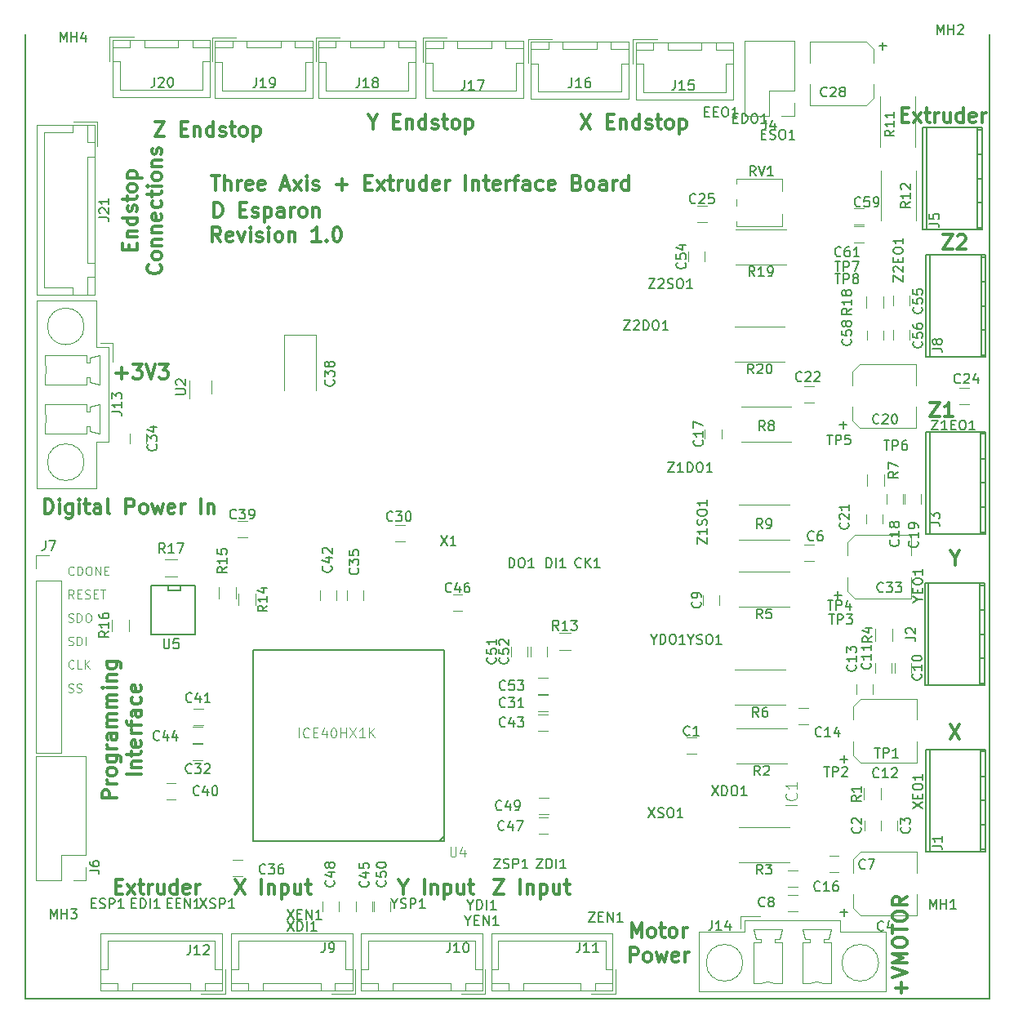
<source format=gbr>
%TF.GenerationSoftware,KiCad,Pcbnew,(5.0.0)*%
%TF.CreationDate,2018-08-10T17:36:29+10:00*%
%TF.ProjectId,MotorDriver,4D6F746F724472697665722E6B696361,rev?*%
%TF.SameCoordinates,Original*%
%TF.FileFunction,Legend,Top*%
%TF.FilePolarity,Positive*%
%FSLAX46Y46*%
G04 Gerber Fmt 4.6, Leading zero omitted, Abs format (unit mm)*
G04 Created by KiCad (PCBNEW (5.0.0)) date 08/10/18 17:36:29*
%MOMM*%
%LPD*%
G01*
G04 APERTURE LIST*
%ADD10C,0.300000*%
%ADD11C,0.100000*%
%ADD12C,0.200000*%
%ADD13C,0.120000*%
%ADD14C,0.150000*%
%ADD15C,0.203200*%
%ADD16C,0.050000*%
G04 APERTURE END LIST*
D10*
X139181457Y-52102828D02*
X139181457Y-51602828D01*
X139967171Y-51388542D02*
X139967171Y-52102828D01*
X138467171Y-52102828D01*
X138467171Y-51388542D01*
X138967171Y-50745685D02*
X139967171Y-50745685D01*
X139110028Y-50745685D02*
X139038600Y-50674257D01*
X138967171Y-50531400D01*
X138967171Y-50317114D01*
X139038600Y-50174257D01*
X139181457Y-50102828D01*
X139967171Y-50102828D01*
X139967171Y-48745685D02*
X138467171Y-48745685D01*
X139895742Y-48745685D02*
X139967171Y-48888542D01*
X139967171Y-49174257D01*
X139895742Y-49317114D01*
X139824314Y-49388542D01*
X139681457Y-49459971D01*
X139252885Y-49459971D01*
X139110028Y-49388542D01*
X139038600Y-49317114D01*
X138967171Y-49174257D01*
X138967171Y-48888542D01*
X139038600Y-48745685D01*
X139895742Y-48102828D02*
X139967171Y-47959971D01*
X139967171Y-47674257D01*
X139895742Y-47531400D01*
X139752885Y-47459971D01*
X139681457Y-47459971D01*
X139538600Y-47531400D01*
X139467171Y-47674257D01*
X139467171Y-47888542D01*
X139395742Y-48031400D01*
X139252885Y-48102828D01*
X139181457Y-48102828D01*
X139038600Y-48031400D01*
X138967171Y-47888542D01*
X138967171Y-47674257D01*
X139038600Y-47531400D01*
X138967171Y-47031400D02*
X138967171Y-46459971D01*
X138467171Y-46817114D02*
X139752885Y-46817114D01*
X139895742Y-46745685D01*
X139967171Y-46602828D01*
X139967171Y-46459971D01*
X139967171Y-45745685D02*
X139895742Y-45888542D01*
X139824314Y-45959971D01*
X139681457Y-46031400D01*
X139252885Y-46031400D01*
X139110028Y-45959971D01*
X139038600Y-45888542D01*
X138967171Y-45745685D01*
X138967171Y-45531400D01*
X139038600Y-45388542D01*
X139110028Y-45317114D01*
X139252885Y-45245685D01*
X139681457Y-45245685D01*
X139824314Y-45317114D01*
X139895742Y-45388542D01*
X139967171Y-45531400D01*
X139967171Y-45745685D01*
X138967171Y-44602828D02*
X140467171Y-44602828D01*
X139038600Y-44602828D02*
X138967171Y-44459971D01*
X138967171Y-44174257D01*
X139038600Y-44031400D01*
X139110028Y-43959971D01*
X139252885Y-43888542D01*
X139681457Y-43888542D01*
X139824314Y-43959971D01*
X139895742Y-44031400D01*
X139967171Y-44174257D01*
X139967171Y-44459971D01*
X139895742Y-44602828D01*
X142374314Y-53638542D02*
X142445742Y-53709971D01*
X142517171Y-53924257D01*
X142517171Y-54067114D01*
X142445742Y-54281400D01*
X142302885Y-54424257D01*
X142160028Y-54495685D01*
X141874314Y-54567114D01*
X141660028Y-54567114D01*
X141374314Y-54495685D01*
X141231457Y-54424257D01*
X141088600Y-54281400D01*
X141017171Y-54067114D01*
X141017171Y-53924257D01*
X141088600Y-53709971D01*
X141160028Y-53638542D01*
X142517171Y-52781400D02*
X142445742Y-52924257D01*
X142374314Y-52995685D01*
X142231457Y-53067114D01*
X141802885Y-53067114D01*
X141660028Y-52995685D01*
X141588600Y-52924257D01*
X141517171Y-52781400D01*
X141517171Y-52567114D01*
X141588600Y-52424257D01*
X141660028Y-52352828D01*
X141802885Y-52281400D01*
X142231457Y-52281400D01*
X142374314Y-52352828D01*
X142445742Y-52424257D01*
X142517171Y-52567114D01*
X142517171Y-52781400D01*
X141517171Y-51638542D02*
X142517171Y-51638542D01*
X141660028Y-51638542D02*
X141588600Y-51567114D01*
X141517171Y-51424257D01*
X141517171Y-51209971D01*
X141588600Y-51067114D01*
X141731457Y-50995685D01*
X142517171Y-50995685D01*
X141517171Y-50281400D02*
X142517171Y-50281400D01*
X141660028Y-50281400D02*
X141588600Y-50209971D01*
X141517171Y-50067114D01*
X141517171Y-49852828D01*
X141588600Y-49709971D01*
X141731457Y-49638542D01*
X142517171Y-49638542D01*
X142445742Y-48352828D02*
X142517171Y-48495685D01*
X142517171Y-48781400D01*
X142445742Y-48924257D01*
X142302885Y-48995685D01*
X141731457Y-48995685D01*
X141588600Y-48924257D01*
X141517171Y-48781400D01*
X141517171Y-48495685D01*
X141588600Y-48352828D01*
X141731457Y-48281400D01*
X141874314Y-48281400D01*
X142017171Y-48995685D01*
X142445742Y-46995685D02*
X142517171Y-47138542D01*
X142517171Y-47424257D01*
X142445742Y-47567114D01*
X142374314Y-47638542D01*
X142231457Y-47709971D01*
X141802885Y-47709971D01*
X141660028Y-47638542D01*
X141588600Y-47567114D01*
X141517171Y-47424257D01*
X141517171Y-47138542D01*
X141588600Y-46995685D01*
X141517171Y-46567114D02*
X141517171Y-45995685D01*
X141017171Y-46352828D02*
X142302885Y-46352828D01*
X142445742Y-46281400D01*
X142517171Y-46138542D01*
X142517171Y-45995685D01*
X142517171Y-45495685D02*
X141517171Y-45495685D01*
X141017171Y-45495685D02*
X141088600Y-45567114D01*
X141160028Y-45495685D01*
X141088600Y-45424257D01*
X141017171Y-45495685D01*
X141160028Y-45495685D01*
X142517171Y-44567114D02*
X142445742Y-44709971D01*
X142374314Y-44781400D01*
X142231457Y-44852828D01*
X141802885Y-44852828D01*
X141660028Y-44781400D01*
X141588600Y-44709971D01*
X141517171Y-44567114D01*
X141517171Y-44352828D01*
X141588600Y-44209971D01*
X141660028Y-44138542D01*
X141802885Y-44067114D01*
X142231457Y-44067114D01*
X142374314Y-44138542D01*
X142445742Y-44209971D01*
X142517171Y-44352828D01*
X142517171Y-44567114D01*
X141517171Y-43424257D02*
X142517171Y-43424257D01*
X141660028Y-43424257D02*
X141588600Y-43352828D01*
X141517171Y-43209971D01*
X141517171Y-42995685D01*
X141588600Y-42852828D01*
X141731457Y-42781400D01*
X142517171Y-42781400D01*
X142445742Y-42138542D02*
X142517171Y-41995685D01*
X142517171Y-41709971D01*
X142445742Y-41567114D01*
X142302885Y-41495685D01*
X142231457Y-41495685D01*
X142088600Y-41567114D01*
X142017171Y-41709971D01*
X142017171Y-41924257D01*
X141945742Y-42067114D01*
X141802885Y-42138542D01*
X141731457Y-42138542D01*
X141588600Y-42067114D01*
X141517171Y-41924257D01*
X141517171Y-41709971D01*
X141588600Y-41567114D01*
X137833571Y-108925428D02*
X136333571Y-108925428D01*
X136333571Y-108354000D01*
X136405000Y-108211142D01*
X136476428Y-108139714D01*
X136619285Y-108068285D01*
X136833571Y-108068285D01*
X136976428Y-108139714D01*
X137047857Y-108211142D01*
X137119285Y-108354000D01*
X137119285Y-108925428D01*
X137833571Y-107425428D02*
X136833571Y-107425428D01*
X137119285Y-107425428D02*
X136976428Y-107354000D01*
X136905000Y-107282571D01*
X136833571Y-107139714D01*
X136833571Y-106996857D01*
X137833571Y-106282571D02*
X137762142Y-106425428D01*
X137690714Y-106496857D01*
X137547857Y-106568285D01*
X137119285Y-106568285D01*
X136976428Y-106496857D01*
X136905000Y-106425428D01*
X136833571Y-106282571D01*
X136833571Y-106068285D01*
X136905000Y-105925428D01*
X136976428Y-105854000D01*
X137119285Y-105782571D01*
X137547857Y-105782571D01*
X137690714Y-105854000D01*
X137762142Y-105925428D01*
X137833571Y-106068285D01*
X137833571Y-106282571D01*
X136833571Y-104496857D02*
X138047857Y-104496857D01*
X138190714Y-104568285D01*
X138262142Y-104639714D01*
X138333571Y-104782571D01*
X138333571Y-104996857D01*
X138262142Y-105139714D01*
X137762142Y-104496857D02*
X137833571Y-104639714D01*
X137833571Y-104925428D01*
X137762142Y-105068285D01*
X137690714Y-105139714D01*
X137547857Y-105211142D01*
X137119285Y-105211142D01*
X136976428Y-105139714D01*
X136905000Y-105068285D01*
X136833571Y-104925428D01*
X136833571Y-104639714D01*
X136905000Y-104496857D01*
X137833571Y-103782571D02*
X136833571Y-103782571D01*
X137119285Y-103782571D02*
X136976428Y-103711142D01*
X136905000Y-103639714D01*
X136833571Y-103496857D01*
X136833571Y-103354000D01*
X137833571Y-102211142D02*
X137047857Y-102211142D01*
X136905000Y-102282571D01*
X136833571Y-102425428D01*
X136833571Y-102711142D01*
X136905000Y-102854000D01*
X137762142Y-102211142D02*
X137833571Y-102354000D01*
X137833571Y-102711142D01*
X137762142Y-102854000D01*
X137619285Y-102925428D01*
X137476428Y-102925428D01*
X137333571Y-102854000D01*
X137262142Y-102711142D01*
X137262142Y-102354000D01*
X137190714Y-102211142D01*
X137833571Y-101496857D02*
X136833571Y-101496857D01*
X136976428Y-101496857D02*
X136905000Y-101425428D01*
X136833571Y-101282571D01*
X136833571Y-101068285D01*
X136905000Y-100925428D01*
X137047857Y-100854000D01*
X137833571Y-100854000D01*
X137047857Y-100854000D02*
X136905000Y-100782571D01*
X136833571Y-100639714D01*
X136833571Y-100425428D01*
X136905000Y-100282571D01*
X137047857Y-100211142D01*
X137833571Y-100211142D01*
X137833571Y-99496857D02*
X136833571Y-99496857D01*
X136976428Y-99496857D02*
X136905000Y-99425428D01*
X136833571Y-99282571D01*
X136833571Y-99068285D01*
X136905000Y-98925428D01*
X137047857Y-98854000D01*
X137833571Y-98854000D01*
X137047857Y-98854000D02*
X136905000Y-98782571D01*
X136833571Y-98639714D01*
X136833571Y-98425428D01*
X136905000Y-98282571D01*
X137047857Y-98211142D01*
X137833571Y-98211142D01*
X137833571Y-97496857D02*
X136833571Y-97496857D01*
X136333571Y-97496857D02*
X136405000Y-97568285D01*
X136476428Y-97496857D01*
X136405000Y-97425428D01*
X136333571Y-97496857D01*
X136476428Y-97496857D01*
X136833571Y-96782571D02*
X137833571Y-96782571D01*
X136976428Y-96782571D02*
X136905000Y-96711142D01*
X136833571Y-96568285D01*
X136833571Y-96354000D01*
X136905000Y-96211142D01*
X137047857Y-96139714D01*
X137833571Y-96139714D01*
X136833571Y-94782571D02*
X138047857Y-94782571D01*
X138190714Y-94854000D01*
X138262142Y-94925428D01*
X138333571Y-95068285D01*
X138333571Y-95282571D01*
X138262142Y-95425428D01*
X137762142Y-94782571D02*
X137833571Y-94925428D01*
X137833571Y-95211142D01*
X137762142Y-95354000D01*
X137690714Y-95425428D01*
X137547857Y-95496857D01*
X137119285Y-95496857D01*
X136976428Y-95425428D01*
X136905000Y-95354000D01*
X136833571Y-95211142D01*
X136833571Y-94925428D01*
X136905000Y-94782571D01*
X140383571Y-106461142D02*
X138883571Y-106461142D01*
X139383571Y-105746857D02*
X140383571Y-105746857D01*
X139526428Y-105746857D02*
X139455000Y-105675428D01*
X139383571Y-105532571D01*
X139383571Y-105318285D01*
X139455000Y-105175428D01*
X139597857Y-105104000D01*
X140383571Y-105104000D01*
X139383571Y-104604000D02*
X139383571Y-104032571D01*
X138883571Y-104389714D02*
X140169285Y-104389714D01*
X140312142Y-104318285D01*
X140383571Y-104175428D01*
X140383571Y-104032571D01*
X140312142Y-102961142D02*
X140383571Y-103104000D01*
X140383571Y-103389714D01*
X140312142Y-103532571D01*
X140169285Y-103604000D01*
X139597857Y-103604000D01*
X139455000Y-103532571D01*
X139383571Y-103389714D01*
X139383571Y-103104000D01*
X139455000Y-102961142D01*
X139597857Y-102889714D01*
X139740714Y-102889714D01*
X139883571Y-103604000D01*
X140383571Y-102246857D02*
X139383571Y-102246857D01*
X139669285Y-102246857D02*
X139526428Y-102175428D01*
X139455000Y-102104000D01*
X139383571Y-101961142D01*
X139383571Y-101818285D01*
X139383571Y-101532571D02*
X139383571Y-100961142D01*
X140383571Y-101318285D02*
X139097857Y-101318285D01*
X138955000Y-101246857D01*
X138883571Y-101104000D01*
X138883571Y-100961142D01*
X140383571Y-99818285D02*
X139597857Y-99818285D01*
X139455000Y-99889714D01*
X139383571Y-100032571D01*
X139383571Y-100318285D01*
X139455000Y-100461142D01*
X140312142Y-99818285D02*
X140383571Y-99961142D01*
X140383571Y-100318285D01*
X140312142Y-100461142D01*
X140169285Y-100532571D01*
X140026428Y-100532571D01*
X139883571Y-100461142D01*
X139812142Y-100318285D01*
X139812142Y-99961142D01*
X139740714Y-99818285D01*
X140312142Y-98461142D02*
X140383571Y-98604000D01*
X140383571Y-98889714D01*
X140312142Y-99032571D01*
X140240714Y-99104000D01*
X140097857Y-99175428D01*
X139669285Y-99175428D01*
X139526428Y-99104000D01*
X139455000Y-99032571D01*
X139383571Y-98889714D01*
X139383571Y-98604000D01*
X139455000Y-98461142D01*
X140312142Y-97246857D02*
X140383571Y-97389714D01*
X140383571Y-97675428D01*
X140312142Y-97818285D01*
X140169285Y-97889714D01*
X139597857Y-97889714D01*
X139455000Y-97818285D01*
X139383571Y-97675428D01*
X139383571Y-97389714D01*
X139455000Y-97246857D01*
X139597857Y-97175428D01*
X139740714Y-97175428D01*
X139883571Y-97889714D01*
D11*
X133415284Y-88240342D02*
X133115284Y-87811771D01*
X132900998Y-88240342D02*
X132900998Y-87340342D01*
X133243855Y-87340342D01*
X133329569Y-87383200D01*
X133372427Y-87426057D01*
X133415284Y-87511771D01*
X133415284Y-87640342D01*
X133372427Y-87726057D01*
X133329569Y-87768914D01*
X133243855Y-87811771D01*
X132900998Y-87811771D01*
X133800998Y-87768914D02*
X134100998Y-87768914D01*
X134229569Y-88240342D02*
X133800998Y-88240342D01*
X133800998Y-87340342D01*
X134229569Y-87340342D01*
X134572427Y-88197485D02*
X134700998Y-88240342D01*
X134915284Y-88240342D01*
X135000998Y-88197485D01*
X135043855Y-88154628D01*
X135086712Y-88068914D01*
X135086712Y-87983200D01*
X135043855Y-87897485D01*
X135000998Y-87854628D01*
X134915284Y-87811771D01*
X134743855Y-87768914D01*
X134658141Y-87726057D01*
X134615284Y-87683200D01*
X134572427Y-87597485D01*
X134572427Y-87511771D01*
X134615284Y-87426057D01*
X134658141Y-87383200D01*
X134743855Y-87340342D01*
X134958141Y-87340342D01*
X135086712Y-87383200D01*
X135472427Y-87768914D02*
X135772427Y-87768914D01*
X135900998Y-88240342D02*
X135472427Y-88240342D01*
X135472427Y-87340342D01*
X135900998Y-87340342D01*
X136158141Y-87340342D02*
X136672427Y-87340342D01*
X136415284Y-88240342D02*
X136415284Y-87340342D01*
X133415284Y-85728928D02*
X133372427Y-85771785D01*
X133243855Y-85814642D01*
X133158141Y-85814642D01*
X133029570Y-85771785D01*
X132943855Y-85686071D01*
X132900998Y-85600357D01*
X132858141Y-85428928D01*
X132858141Y-85300357D01*
X132900998Y-85128928D01*
X132943855Y-85043214D01*
X133029570Y-84957500D01*
X133158141Y-84914642D01*
X133243855Y-84914642D01*
X133372427Y-84957500D01*
X133415284Y-85000357D01*
X133800998Y-85814642D02*
X133800998Y-84914642D01*
X134015284Y-84914642D01*
X134143855Y-84957500D01*
X134229570Y-85043214D01*
X134272427Y-85128928D01*
X134315284Y-85300357D01*
X134315284Y-85428928D01*
X134272427Y-85600357D01*
X134229570Y-85686071D01*
X134143855Y-85771785D01*
X134015284Y-85814642D01*
X133800998Y-85814642D01*
X134872427Y-84914642D02*
X135043855Y-84914642D01*
X135129570Y-84957500D01*
X135215284Y-85043214D01*
X135258141Y-85214642D01*
X135258141Y-85514642D01*
X135215284Y-85686071D01*
X135129570Y-85771785D01*
X135043855Y-85814642D01*
X134872427Y-85814642D01*
X134786713Y-85771785D01*
X134700998Y-85686071D01*
X134658141Y-85514642D01*
X134658141Y-85214642D01*
X134700998Y-85043214D01*
X134786713Y-84957500D01*
X134872427Y-84914642D01*
X135643855Y-85814642D02*
X135643855Y-84914642D01*
X136158141Y-85814642D01*
X136158141Y-84914642D01*
X136586713Y-85343214D02*
X136886713Y-85343214D01*
X137015284Y-85814642D02*
X136586713Y-85814642D01*
X136586713Y-84914642D01*
X137015284Y-84914642D01*
D10*
X191306000Y-123355571D02*
X191306000Y-121855571D01*
X191806000Y-122927000D01*
X192306000Y-121855571D01*
X192306000Y-123355571D01*
X193234571Y-123355571D02*
X193091714Y-123284142D01*
X193020285Y-123212714D01*
X192948857Y-123069857D01*
X192948857Y-122641285D01*
X193020285Y-122498428D01*
X193091714Y-122427000D01*
X193234571Y-122355571D01*
X193448857Y-122355571D01*
X193591714Y-122427000D01*
X193663142Y-122498428D01*
X193734571Y-122641285D01*
X193734571Y-123069857D01*
X193663142Y-123212714D01*
X193591714Y-123284142D01*
X193448857Y-123355571D01*
X193234571Y-123355571D01*
X194163142Y-122355571D02*
X194734571Y-122355571D01*
X194377428Y-121855571D02*
X194377428Y-123141285D01*
X194448857Y-123284142D01*
X194591714Y-123355571D01*
X194734571Y-123355571D01*
X195448857Y-123355571D02*
X195306000Y-123284142D01*
X195234571Y-123212714D01*
X195163142Y-123069857D01*
X195163142Y-122641285D01*
X195234571Y-122498428D01*
X195306000Y-122427000D01*
X195448857Y-122355571D01*
X195663142Y-122355571D01*
X195806000Y-122427000D01*
X195877428Y-122498428D01*
X195948857Y-122641285D01*
X195948857Y-123069857D01*
X195877428Y-123212714D01*
X195806000Y-123284142D01*
X195663142Y-123355571D01*
X195448857Y-123355571D01*
X196591714Y-123355571D02*
X196591714Y-122355571D01*
X196591714Y-122641285D02*
X196663142Y-122498428D01*
X196734571Y-122427000D01*
X196877428Y-122355571D01*
X197020285Y-122355571D01*
X191091714Y-125905571D02*
X191091714Y-124405571D01*
X191663142Y-124405571D01*
X191806000Y-124477000D01*
X191877428Y-124548428D01*
X191948857Y-124691285D01*
X191948857Y-124905571D01*
X191877428Y-125048428D01*
X191806000Y-125119857D01*
X191663142Y-125191285D01*
X191091714Y-125191285D01*
X192806000Y-125905571D02*
X192663142Y-125834142D01*
X192591714Y-125762714D01*
X192520285Y-125619857D01*
X192520285Y-125191285D01*
X192591714Y-125048428D01*
X192663142Y-124977000D01*
X192806000Y-124905571D01*
X193020285Y-124905571D01*
X193163142Y-124977000D01*
X193234571Y-125048428D01*
X193306000Y-125191285D01*
X193306000Y-125619857D01*
X193234571Y-125762714D01*
X193163142Y-125834142D01*
X193020285Y-125905571D01*
X192806000Y-125905571D01*
X193806000Y-124905571D02*
X194091714Y-125905571D01*
X194377428Y-125191285D01*
X194663142Y-125905571D01*
X194948857Y-124905571D01*
X196091714Y-125834142D02*
X195948857Y-125905571D01*
X195663142Y-125905571D01*
X195520285Y-125834142D01*
X195448857Y-125691285D01*
X195448857Y-125119857D01*
X195520285Y-124977000D01*
X195663142Y-124905571D01*
X195948857Y-124905571D01*
X196091714Y-124977000D01*
X196163142Y-125119857D01*
X196163142Y-125262714D01*
X195448857Y-125405571D01*
X196806000Y-125905571D02*
X196806000Y-124905571D01*
X196806000Y-125191285D02*
X196877428Y-125048428D01*
X196948857Y-124977000D01*
X197091714Y-124905571D01*
X197234571Y-124905571D01*
X130406285Y-79418571D02*
X130406285Y-77918571D01*
X130763428Y-77918571D01*
X130977714Y-77990000D01*
X131120571Y-78132857D01*
X131192000Y-78275714D01*
X131263428Y-78561428D01*
X131263428Y-78775714D01*
X131192000Y-79061428D01*
X131120571Y-79204285D01*
X130977714Y-79347142D01*
X130763428Y-79418571D01*
X130406285Y-79418571D01*
X131906285Y-79418571D02*
X131906285Y-78418571D01*
X131906285Y-77918571D02*
X131834857Y-77990000D01*
X131906285Y-78061428D01*
X131977714Y-77990000D01*
X131906285Y-77918571D01*
X131906285Y-78061428D01*
X133263428Y-78418571D02*
X133263428Y-79632857D01*
X133192000Y-79775714D01*
X133120571Y-79847142D01*
X132977714Y-79918571D01*
X132763428Y-79918571D01*
X132620571Y-79847142D01*
X133263428Y-79347142D02*
X133120571Y-79418571D01*
X132834857Y-79418571D01*
X132692000Y-79347142D01*
X132620571Y-79275714D01*
X132549142Y-79132857D01*
X132549142Y-78704285D01*
X132620571Y-78561428D01*
X132692000Y-78490000D01*
X132834857Y-78418571D01*
X133120571Y-78418571D01*
X133263428Y-78490000D01*
X133977714Y-79418571D02*
X133977714Y-78418571D01*
X133977714Y-77918571D02*
X133906285Y-77990000D01*
X133977714Y-78061428D01*
X134049142Y-77990000D01*
X133977714Y-77918571D01*
X133977714Y-78061428D01*
X134477714Y-78418571D02*
X135049142Y-78418571D01*
X134692000Y-77918571D02*
X134692000Y-79204285D01*
X134763428Y-79347142D01*
X134906285Y-79418571D01*
X135049142Y-79418571D01*
X136192000Y-79418571D02*
X136192000Y-78632857D01*
X136120571Y-78490000D01*
X135977714Y-78418571D01*
X135692000Y-78418571D01*
X135549142Y-78490000D01*
X136192000Y-79347142D02*
X136049142Y-79418571D01*
X135692000Y-79418571D01*
X135549142Y-79347142D01*
X135477714Y-79204285D01*
X135477714Y-79061428D01*
X135549142Y-78918571D01*
X135692000Y-78847142D01*
X136049142Y-78847142D01*
X136192000Y-78775714D01*
X137120571Y-79418571D02*
X136977714Y-79347142D01*
X136906285Y-79204285D01*
X136906285Y-77918571D01*
X138834857Y-79418571D02*
X138834857Y-77918571D01*
X139406285Y-77918571D01*
X139549142Y-77990000D01*
X139620571Y-78061428D01*
X139692000Y-78204285D01*
X139692000Y-78418571D01*
X139620571Y-78561428D01*
X139549142Y-78632857D01*
X139406285Y-78704285D01*
X138834857Y-78704285D01*
X140549142Y-79418571D02*
X140406285Y-79347142D01*
X140334857Y-79275714D01*
X140263428Y-79132857D01*
X140263428Y-78704285D01*
X140334857Y-78561428D01*
X140406285Y-78490000D01*
X140549142Y-78418571D01*
X140763428Y-78418571D01*
X140906285Y-78490000D01*
X140977714Y-78561428D01*
X141049142Y-78704285D01*
X141049142Y-79132857D01*
X140977714Y-79275714D01*
X140906285Y-79347142D01*
X140763428Y-79418571D01*
X140549142Y-79418571D01*
X141549142Y-78418571D02*
X141834857Y-79418571D01*
X142120571Y-78704285D01*
X142406285Y-79418571D01*
X142692000Y-78418571D01*
X143834857Y-79347142D02*
X143692000Y-79418571D01*
X143406285Y-79418571D01*
X143263428Y-79347142D01*
X143192000Y-79204285D01*
X143192000Y-78632857D01*
X143263428Y-78490000D01*
X143406285Y-78418571D01*
X143692000Y-78418571D01*
X143834857Y-78490000D01*
X143906285Y-78632857D01*
X143906285Y-78775714D01*
X143192000Y-78918571D01*
X144549142Y-79418571D02*
X144549142Y-78418571D01*
X144549142Y-78704285D02*
X144620571Y-78561428D01*
X144692000Y-78490000D01*
X144834857Y-78418571D01*
X144977714Y-78418571D01*
X146620571Y-79418571D02*
X146620571Y-77918571D01*
X147334857Y-78418571D02*
X147334857Y-79418571D01*
X147334857Y-78561428D02*
X147406285Y-78490000D01*
X147549142Y-78418571D01*
X147763428Y-78418571D01*
X147906285Y-78490000D01*
X147977714Y-78632857D01*
X147977714Y-79418571D01*
X148646285Y-51224571D02*
X148146285Y-50510285D01*
X147789142Y-51224571D02*
X147789142Y-49724571D01*
X148360571Y-49724571D01*
X148503428Y-49796000D01*
X148574857Y-49867428D01*
X148646285Y-50010285D01*
X148646285Y-50224571D01*
X148574857Y-50367428D01*
X148503428Y-50438857D01*
X148360571Y-50510285D01*
X147789142Y-50510285D01*
X149860571Y-51153142D02*
X149717714Y-51224571D01*
X149432000Y-51224571D01*
X149289142Y-51153142D01*
X149217714Y-51010285D01*
X149217714Y-50438857D01*
X149289142Y-50296000D01*
X149432000Y-50224571D01*
X149717714Y-50224571D01*
X149860571Y-50296000D01*
X149932000Y-50438857D01*
X149932000Y-50581714D01*
X149217714Y-50724571D01*
X150432000Y-50224571D02*
X150789142Y-51224571D01*
X151146285Y-50224571D01*
X151717714Y-51224571D02*
X151717714Y-50224571D01*
X151717714Y-49724571D02*
X151646285Y-49796000D01*
X151717714Y-49867428D01*
X151789142Y-49796000D01*
X151717714Y-49724571D01*
X151717714Y-49867428D01*
X152360571Y-51153142D02*
X152503428Y-51224571D01*
X152789142Y-51224571D01*
X152932000Y-51153142D01*
X153003428Y-51010285D01*
X153003428Y-50938857D01*
X152932000Y-50796000D01*
X152789142Y-50724571D01*
X152574857Y-50724571D01*
X152432000Y-50653142D01*
X152360571Y-50510285D01*
X152360571Y-50438857D01*
X152432000Y-50296000D01*
X152574857Y-50224571D01*
X152789142Y-50224571D01*
X152932000Y-50296000D01*
X153646285Y-51224571D02*
X153646285Y-50224571D01*
X153646285Y-49724571D02*
X153574857Y-49796000D01*
X153646285Y-49867428D01*
X153717714Y-49796000D01*
X153646285Y-49724571D01*
X153646285Y-49867428D01*
X154574857Y-51224571D02*
X154432000Y-51153142D01*
X154360571Y-51081714D01*
X154289142Y-50938857D01*
X154289142Y-50510285D01*
X154360571Y-50367428D01*
X154432000Y-50296000D01*
X154574857Y-50224571D01*
X154789142Y-50224571D01*
X154932000Y-50296000D01*
X155003428Y-50367428D01*
X155074857Y-50510285D01*
X155074857Y-50938857D01*
X155003428Y-51081714D01*
X154932000Y-51153142D01*
X154789142Y-51224571D01*
X154574857Y-51224571D01*
X155717714Y-50224571D02*
X155717714Y-51224571D01*
X155717714Y-50367428D02*
X155789142Y-50296000D01*
X155932000Y-50224571D01*
X156146285Y-50224571D01*
X156289142Y-50296000D01*
X156360571Y-50438857D01*
X156360571Y-51224571D01*
X159003428Y-51224571D02*
X158146285Y-51224571D01*
X158574857Y-51224571D02*
X158574857Y-49724571D01*
X158432000Y-49938857D01*
X158289142Y-50081714D01*
X158146285Y-50153142D01*
X159646285Y-51081714D02*
X159717714Y-51153142D01*
X159646285Y-51224571D01*
X159574857Y-51153142D01*
X159646285Y-51081714D01*
X159646285Y-51224571D01*
X160646285Y-49724571D02*
X160789142Y-49724571D01*
X160932000Y-49796000D01*
X161003428Y-49867428D01*
X161074857Y-50010285D01*
X161146285Y-50296000D01*
X161146285Y-50653142D01*
X161074857Y-50938857D01*
X161003428Y-51081714D01*
X160932000Y-51153142D01*
X160789142Y-51224571D01*
X160646285Y-51224571D01*
X160503428Y-51153142D01*
X160432000Y-51081714D01*
X160360571Y-50938857D01*
X160289142Y-50653142D01*
X160289142Y-50296000D01*
X160360571Y-50010285D01*
X160432000Y-49867428D01*
X160503428Y-49796000D01*
X160646285Y-49724571D01*
X147987428Y-48684571D02*
X147987428Y-47184571D01*
X148344571Y-47184571D01*
X148558857Y-47256000D01*
X148701714Y-47398857D01*
X148773142Y-47541714D01*
X148844571Y-47827428D01*
X148844571Y-48041714D01*
X148773142Y-48327428D01*
X148701714Y-48470285D01*
X148558857Y-48613142D01*
X148344571Y-48684571D01*
X147987428Y-48684571D01*
X150630285Y-47898857D02*
X151130285Y-47898857D01*
X151344571Y-48684571D02*
X150630285Y-48684571D01*
X150630285Y-47184571D01*
X151344571Y-47184571D01*
X151916000Y-48613142D02*
X152058857Y-48684571D01*
X152344571Y-48684571D01*
X152487428Y-48613142D01*
X152558857Y-48470285D01*
X152558857Y-48398857D01*
X152487428Y-48256000D01*
X152344571Y-48184571D01*
X152130285Y-48184571D01*
X151987428Y-48113142D01*
X151916000Y-47970285D01*
X151916000Y-47898857D01*
X151987428Y-47756000D01*
X152130285Y-47684571D01*
X152344571Y-47684571D01*
X152487428Y-47756000D01*
X153201714Y-47684571D02*
X153201714Y-49184571D01*
X153201714Y-47756000D02*
X153344571Y-47684571D01*
X153630285Y-47684571D01*
X153773142Y-47756000D01*
X153844571Y-47827428D01*
X153916000Y-47970285D01*
X153916000Y-48398857D01*
X153844571Y-48541714D01*
X153773142Y-48613142D01*
X153630285Y-48684571D01*
X153344571Y-48684571D01*
X153201714Y-48613142D01*
X155201714Y-48684571D02*
X155201714Y-47898857D01*
X155130285Y-47756000D01*
X154987428Y-47684571D01*
X154701714Y-47684571D01*
X154558857Y-47756000D01*
X155201714Y-48613142D02*
X155058857Y-48684571D01*
X154701714Y-48684571D01*
X154558857Y-48613142D01*
X154487428Y-48470285D01*
X154487428Y-48327428D01*
X154558857Y-48184571D01*
X154701714Y-48113142D01*
X155058857Y-48113142D01*
X155201714Y-48041714D01*
X155916000Y-48684571D02*
X155916000Y-47684571D01*
X155916000Y-47970285D02*
X155987428Y-47827428D01*
X156058857Y-47756000D01*
X156201714Y-47684571D01*
X156344571Y-47684571D01*
X157058857Y-48684571D02*
X156916000Y-48613142D01*
X156844571Y-48541714D01*
X156773142Y-48398857D01*
X156773142Y-47970285D01*
X156844571Y-47827428D01*
X156916000Y-47756000D01*
X157058857Y-47684571D01*
X157273142Y-47684571D01*
X157416000Y-47756000D01*
X157487428Y-47827428D01*
X157558857Y-47970285D01*
X157558857Y-48398857D01*
X157487428Y-48541714D01*
X157416000Y-48613142D01*
X157273142Y-48684571D01*
X157058857Y-48684571D01*
X158201714Y-47684571D02*
X158201714Y-48684571D01*
X158201714Y-47827428D02*
X158273142Y-47756000D01*
X158416000Y-47684571D01*
X158630285Y-47684571D01*
X158773142Y-47756000D01*
X158844571Y-47898857D01*
X158844571Y-48684571D01*
X147703714Y-44390571D02*
X148560857Y-44390571D01*
X148132285Y-45890571D02*
X148132285Y-44390571D01*
X149060857Y-45890571D02*
X149060857Y-44390571D01*
X149703714Y-45890571D02*
X149703714Y-45104857D01*
X149632285Y-44962000D01*
X149489428Y-44890571D01*
X149275142Y-44890571D01*
X149132285Y-44962000D01*
X149060857Y-45033428D01*
X150418000Y-45890571D02*
X150418000Y-44890571D01*
X150418000Y-45176285D02*
X150489428Y-45033428D01*
X150560857Y-44962000D01*
X150703714Y-44890571D01*
X150846571Y-44890571D01*
X151918000Y-45819142D02*
X151775142Y-45890571D01*
X151489428Y-45890571D01*
X151346571Y-45819142D01*
X151275142Y-45676285D01*
X151275142Y-45104857D01*
X151346571Y-44962000D01*
X151489428Y-44890571D01*
X151775142Y-44890571D01*
X151918000Y-44962000D01*
X151989428Y-45104857D01*
X151989428Y-45247714D01*
X151275142Y-45390571D01*
X153203714Y-45819142D02*
X153060857Y-45890571D01*
X152775142Y-45890571D01*
X152632285Y-45819142D01*
X152560857Y-45676285D01*
X152560857Y-45104857D01*
X152632285Y-44962000D01*
X152775142Y-44890571D01*
X153060857Y-44890571D01*
X153203714Y-44962000D01*
X153275142Y-45104857D01*
X153275142Y-45247714D01*
X152560857Y-45390571D01*
X154989428Y-45462000D02*
X155703714Y-45462000D01*
X154846571Y-45890571D02*
X155346571Y-44390571D01*
X155846571Y-45890571D01*
X156203714Y-45890571D02*
X156989428Y-44890571D01*
X156203714Y-44890571D02*
X156989428Y-45890571D01*
X157560857Y-45890571D02*
X157560857Y-44890571D01*
X157560857Y-44390571D02*
X157489428Y-44462000D01*
X157560857Y-44533428D01*
X157632285Y-44462000D01*
X157560857Y-44390571D01*
X157560857Y-44533428D01*
X158203714Y-45819142D02*
X158346571Y-45890571D01*
X158632285Y-45890571D01*
X158775142Y-45819142D01*
X158846571Y-45676285D01*
X158846571Y-45604857D01*
X158775142Y-45462000D01*
X158632285Y-45390571D01*
X158418000Y-45390571D01*
X158275142Y-45319142D01*
X158203714Y-45176285D01*
X158203714Y-45104857D01*
X158275142Y-44962000D01*
X158418000Y-44890571D01*
X158632285Y-44890571D01*
X158775142Y-44962000D01*
X160632285Y-45319142D02*
X161775142Y-45319142D01*
X161203714Y-45890571D02*
X161203714Y-44747714D01*
X163632285Y-45104857D02*
X164132285Y-45104857D01*
X164346571Y-45890571D02*
X163632285Y-45890571D01*
X163632285Y-44390571D01*
X164346571Y-44390571D01*
X164846571Y-45890571D02*
X165632285Y-44890571D01*
X164846571Y-44890571D02*
X165632285Y-45890571D01*
X165989428Y-44890571D02*
X166560857Y-44890571D01*
X166203714Y-44390571D02*
X166203714Y-45676285D01*
X166275142Y-45819142D01*
X166418000Y-45890571D01*
X166560857Y-45890571D01*
X167060857Y-45890571D02*
X167060857Y-44890571D01*
X167060857Y-45176285D02*
X167132285Y-45033428D01*
X167203714Y-44962000D01*
X167346571Y-44890571D01*
X167489428Y-44890571D01*
X168632285Y-44890571D02*
X168632285Y-45890571D01*
X167989428Y-44890571D02*
X167989428Y-45676285D01*
X168060857Y-45819142D01*
X168203714Y-45890571D01*
X168418000Y-45890571D01*
X168560857Y-45819142D01*
X168632285Y-45747714D01*
X169989428Y-45890571D02*
X169989428Y-44390571D01*
X169989428Y-45819142D02*
X169846571Y-45890571D01*
X169560857Y-45890571D01*
X169418000Y-45819142D01*
X169346571Y-45747714D01*
X169275142Y-45604857D01*
X169275142Y-45176285D01*
X169346571Y-45033428D01*
X169418000Y-44962000D01*
X169560857Y-44890571D01*
X169846571Y-44890571D01*
X169989428Y-44962000D01*
X171275142Y-45819142D02*
X171132285Y-45890571D01*
X170846571Y-45890571D01*
X170703714Y-45819142D01*
X170632285Y-45676285D01*
X170632285Y-45104857D01*
X170703714Y-44962000D01*
X170846571Y-44890571D01*
X171132285Y-44890571D01*
X171275142Y-44962000D01*
X171346571Y-45104857D01*
X171346571Y-45247714D01*
X170632285Y-45390571D01*
X171989428Y-45890571D02*
X171989428Y-44890571D01*
X171989428Y-45176285D02*
X172060857Y-45033428D01*
X172132285Y-44962000D01*
X172275142Y-44890571D01*
X172418000Y-44890571D01*
X174060857Y-45890571D02*
X174060857Y-44390571D01*
X174775142Y-44890571D02*
X174775142Y-45890571D01*
X174775142Y-45033428D02*
X174846571Y-44962000D01*
X174989428Y-44890571D01*
X175203714Y-44890571D01*
X175346571Y-44962000D01*
X175418000Y-45104857D01*
X175418000Y-45890571D01*
X175918000Y-44890571D02*
X176489428Y-44890571D01*
X176132285Y-44390571D02*
X176132285Y-45676285D01*
X176203714Y-45819142D01*
X176346571Y-45890571D01*
X176489428Y-45890571D01*
X177560857Y-45819142D02*
X177418000Y-45890571D01*
X177132285Y-45890571D01*
X176989428Y-45819142D01*
X176918000Y-45676285D01*
X176918000Y-45104857D01*
X176989428Y-44962000D01*
X177132285Y-44890571D01*
X177418000Y-44890571D01*
X177560857Y-44962000D01*
X177632285Y-45104857D01*
X177632285Y-45247714D01*
X176918000Y-45390571D01*
X178275142Y-45890571D02*
X178275142Y-44890571D01*
X178275142Y-45176285D02*
X178346571Y-45033428D01*
X178418000Y-44962000D01*
X178560857Y-44890571D01*
X178703714Y-44890571D01*
X178989428Y-44890571D02*
X179560857Y-44890571D01*
X179203714Y-45890571D02*
X179203714Y-44604857D01*
X179275142Y-44462000D01*
X179418000Y-44390571D01*
X179560857Y-44390571D01*
X180703714Y-45890571D02*
X180703714Y-45104857D01*
X180632285Y-44962000D01*
X180489428Y-44890571D01*
X180203714Y-44890571D01*
X180060857Y-44962000D01*
X180703714Y-45819142D02*
X180560857Y-45890571D01*
X180203714Y-45890571D01*
X180060857Y-45819142D01*
X179989428Y-45676285D01*
X179989428Y-45533428D01*
X180060857Y-45390571D01*
X180203714Y-45319142D01*
X180560857Y-45319142D01*
X180703714Y-45247714D01*
X182060857Y-45819142D02*
X181918000Y-45890571D01*
X181632285Y-45890571D01*
X181489428Y-45819142D01*
X181418000Y-45747714D01*
X181346571Y-45604857D01*
X181346571Y-45176285D01*
X181418000Y-45033428D01*
X181489428Y-44962000D01*
X181632285Y-44890571D01*
X181918000Y-44890571D01*
X182060857Y-44962000D01*
X183275142Y-45819142D02*
X183132285Y-45890571D01*
X182846571Y-45890571D01*
X182703714Y-45819142D01*
X182632285Y-45676285D01*
X182632285Y-45104857D01*
X182703714Y-44962000D01*
X182846571Y-44890571D01*
X183132285Y-44890571D01*
X183275142Y-44962000D01*
X183346571Y-45104857D01*
X183346571Y-45247714D01*
X182632285Y-45390571D01*
X185632285Y-45104857D02*
X185846571Y-45176285D01*
X185918000Y-45247714D01*
X185989428Y-45390571D01*
X185989428Y-45604857D01*
X185918000Y-45747714D01*
X185846571Y-45819142D01*
X185703714Y-45890571D01*
X185132285Y-45890571D01*
X185132285Y-44390571D01*
X185632285Y-44390571D01*
X185775142Y-44462000D01*
X185846571Y-44533428D01*
X185918000Y-44676285D01*
X185918000Y-44819142D01*
X185846571Y-44962000D01*
X185775142Y-45033428D01*
X185632285Y-45104857D01*
X185132285Y-45104857D01*
X186846571Y-45890571D02*
X186703714Y-45819142D01*
X186632285Y-45747714D01*
X186560857Y-45604857D01*
X186560857Y-45176285D01*
X186632285Y-45033428D01*
X186703714Y-44962000D01*
X186846571Y-44890571D01*
X187060857Y-44890571D01*
X187203714Y-44962000D01*
X187275142Y-45033428D01*
X187346571Y-45176285D01*
X187346571Y-45604857D01*
X187275142Y-45747714D01*
X187203714Y-45819142D01*
X187060857Y-45890571D01*
X186846571Y-45890571D01*
X188632285Y-45890571D02*
X188632285Y-45104857D01*
X188560857Y-44962000D01*
X188418000Y-44890571D01*
X188132285Y-44890571D01*
X187989428Y-44962000D01*
X188632285Y-45819142D02*
X188489428Y-45890571D01*
X188132285Y-45890571D01*
X187989428Y-45819142D01*
X187918000Y-45676285D01*
X187918000Y-45533428D01*
X187989428Y-45390571D01*
X188132285Y-45319142D01*
X188489428Y-45319142D01*
X188632285Y-45247714D01*
X189346571Y-45890571D02*
X189346571Y-44890571D01*
X189346571Y-45176285D02*
X189418000Y-45033428D01*
X189489428Y-44962000D01*
X189632285Y-44890571D01*
X189775142Y-44890571D01*
X190918000Y-45890571D02*
X190918000Y-44390571D01*
X190918000Y-45819142D02*
X190775142Y-45890571D01*
X190489428Y-45890571D01*
X190346571Y-45819142D01*
X190275142Y-45747714D01*
X190203714Y-45604857D01*
X190203714Y-45176285D01*
X190275142Y-45033428D01*
X190346571Y-44962000D01*
X190489428Y-44890571D01*
X190775142Y-44890571D01*
X190918000Y-44962000D01*
X219245642Y-129170285D02*
X219245642Y-128027428D01*
X219817071Y-128598857D02*
X218674214Y-128598857D01*
X218317071Y-127527428D02*
X219817071Y-127027428D01*
X218317071Y-126527428D01*
X219817071Y-126027428D02*
X218317071Y-126027428D01*
X219388500Y-125527428D01*
X218317071Y-125027428D01*
X219817071Y-125027428D01*
X218317071Y-124027428D02*
X218317071Y-123741714D01*
X218388500Y-123598857D01*
X218531357Y-123456000D01*
X218817071Y-123384571D01*
X219317071Y-123384571D01*
X219602785Y-123456000D01*
X219745642Y-123598857D01*
X219817071Y-123741714D01*
X219817071Y-124027428D01*
X219745642Y-124170285D01*
X219602785Y-124313142D01*
X219317071Y-124384571D01*
X218817071Y-124384571D01*
X218531357Y-124313142D01*
X218388500Y-124170285D01*
X218317071Y-124027428D01*
X218317071Y-122956000D02*
X218317071Y-122098857D01*
X219817071Y-122527428D02*
X218317071Y-122527428D01*
X218317071Y-121313142D02*
X218317071Y-121027428D01*
X218388500Y-120884571D01*
X218531357Y-120741714D01*
X218817071Y-120670285D01*
X219317071Y-120670285D01*
X219602785Y-120741714D01*
X219745642Y-120884571D01*
X219817071Y-121027428D01*
X219817071Y-121313142D01*
X219745642Y-121456000D01*
X219602785Y-121598857D01*
X219317071Y-121670285D01*
X218817071Y-121670285D01*
X218531357Y-121598857D01*
X218388500Y-121456000D01*
X218317071Y-121313142D01*
X219817071Y-119170285D02*
X219102785Y-119670285D01*
X219817071Y-120027428D02*
X218317071Y-120027428D01*
X218317071Y-119456000D01*
X218388500Y-119313142D01*
X218459928Y-119241714D01*
X218602785Y-119170285D01*
X218817071Y-119170285D01*
X218959928Y-119241714D01*
X219031357Y-119313142D01*
X219102785Y-119456000D01*
X219102785Y-120027428D01*
X137819142Y-64877142D02*
X138962000Y-64877142D01*
X138390571Y-65448571D02*
X138390571Y-64305714D01*
X139533428Y-63948571D02*
X140462000Y-63948571D01*
X139962000Y-64520000D01*
X140176285Y-64520000D01*
X140319142Y-64591428D01*
X140390571Y-64662857D01*
X140462000Y-64805714D01*
X140462000Y-65162857D01*
X140390571Y-65305714D01*
X140319142Y-65377142D01*
X140176285Y-65448571D01*
X139747714Y-65448571D01*
X139604857Y-65377142D01*
X139533428Y-65305714D01*
X140890571Y-63948571D02*
X141390571Y-65448571D01*
X141890571Y-63948571D01*
X142247714Y-63948571D02*
X143176285Y-63948571D01*
X142676285Y-64520000D01*
X142890571Y-64520000D01*
X143033428Y-64591428D01*
X143104857Y-64662857D01*
X143176285Y-64805714D01*
X143176285Y-65162857D01*
X143104857Y-65305714D01*
X143033428Y-65377142D01*
X142890571Y-65448571D01*
X142462000Y-65448571D01*
X142319142Y-65377142D01*
X142247714Y-65305714D01*
D11*
X132858141Y-97900285D02*
X132986713Y-97943142D01*
X133200998Y-97943142D01*
X133286713Y-97900285D01*
X133329570Y-97857428D01*
X133372427Y-97771714D01*
X133372427Y-97686000D01*
X133329570Y-97600285D01*
X133286713Y-97557428D01*
X133200998Y-97514571D01*
X133029570Y-97471714D01*
X132943856Y-97428857D01*
X132900998Y-97386000D01*
X132858141Y-97300285D01*
X132858141Y-97214571D01*
X132900998Y-97128857D01*
X132943856Y-97086000D01*
X133029570Y-97043142D01*
X133243856Y-97043142D01*
X133372427Y-97086000D01*
X133715284Y-97900285D02*
X133843856Y-97943142D01*
X134058141Y-97943142D01*
X134143856Y-97900285D01*
X134186713Y-97857428D01*
X134229570Y-97771714D01*
X134229570Y-97686000D01*
X134186713Y-97600285D01*
X134143856Y-97557428D01*
X134058141Y-97514571D01*
X133886713Y-97471714D01*
X133800998Y-97428857D01*
X133758141Y-97386000D01*
X133715284Y-97300285D01*
X133715284Y-97214571D01*
X133758141Y-97128857D01*
X133800998Y-97086000D01*
X133886713Y-97043142D01*
X134100998Y-97043142D01*
X134229570Y-97086000D01*
X133415283Y-95431728D02*
X133372426Y-95474585D01*
X133243855Y-95517442D01*
X133158140Y-95517442D01*
X133029569Y-95474585D01*
X132943855Y-95388871D01*
X132900998Y-95303157D01*
X132858140Y-95131728D01*
X132858140Y-95003157D01*
X132900998Y-94831728D01*
X132943855Y-94746014D01*
X133029569Y-94660300D01*
X133158140Y-94617442D01*
X133243855Y-94617442D01*
X133372426Y-94660300D01*
X133415283Y-94703157D01*
X134229569Y-95517442D02*
X133800998Y-95517442D01*
X133800998Y-94617442D01*
X134529569Y-95517442D02*
X134529569Y-94617442D01*
X135043855Y-95517442D02*
X134658140Y-95003157D01*
X135043855Y-94617442D02*
X134529569Y-95131728D01*
X132858141Y-93048885D02*
X132986712Y-93091742D01*
X133200998Y-93091742D01*
X133286712Y-93048885D01*
X133329570Y-93006028D01*
X133372427Y-92920314D01*
X133372427Y-92834600D01*
X133329570Y-92748885D01*
X133286712Y-92706028D01*
X133200998Y-92663171D01*
X133029570Y-92620314D01*
X132943855Y-92577457D01*
X132900998Y-92534600D01*
X132858141Y-92448885D01*
X132858141Y-92363171D01*
X132900998Y-92277457D01*
X132943855Y-92234600D01*
X133029570Y-92191742D01*
X133243855Y-92191742D01*
X133372427Y-92234600D01*
X133758141Y-93091742D02*
X133758141Y-92191742D01*
X133972427Y-92191742D01*
X134100998Y-92234600D01*
X134186712Y-92320314D01*
X134229570Y-92406028D01*
X134272427Y-92577457D01*
X134272427Y-92706028D01*
X134229570Y-92877457D01*
X134186712Y-92963171D01*
X134100998Y-93048885D01*
X133972427Y-93091742D01*
X133758141Y-93091742D01*
X134658141Y-93091742D02*
X134658141Y-92191742D01*
X132858141Y-90623185D02*
X132986713Y-90666042D01*
X133200998Y-90666042D01*
X133286713Y-90623185D01*
X133329570Y-90580328D01*
X133372427Y-90494614D01*
X133372427Y-90408900D01*
X133329570Y-90323185D01*
X133286713Y-90280328D01*
X133200998Y-90237471D01*
X133029570Y-90194614D01*
X132943855Y-90151757D01*
X132900998Y-90108900D01*
X132858141Y-90023185D01*
X132858141Y-89937471D01*
X132900998Y-89851757D01*
X132943855Y-89808900D01*
X133029570Y-89766042D01*
X133243855Y-89766042D01*
X133372427Y-89808900D01*
X133758141Y-90666042D02*
X133758141Y-89766042D01*
X133972427Y-89766042D01*
X134100998Y-89808900D01*
X134186713Y-89894614D01*
X134229570Y-89980328D01*
X134272427Y-90151757D01*
X134272427Y-90280328D01*
X134229570Y-90451757D01*
X134186713Y-90537471D01*
X134100998Y-90623185D01*
X133972427Y-90666042D01*
X133758141Y-90666042D01*
X134829570Y-89766042D02*
X135000998Y-89766042D01*
X135086713Y-89808900D01*
X135172427Y-89894614D01*
X135215284Y-90066042D01*
X135215284Y-90366042D01*
X135172427Y-90537471D01*
X135086713Y-90623185D01*
X135000998Y-90666042D01*
X134829570Y-90666042D01*
X134743855Y-90623185D01*
X134658141Y-90537471D01*
X134615284Y-90366042D01*
X134615284Y-90066042D01*
X134658141Y-89894614D01*
X134743855Y-89808900D01*
X134829570Y-89766042D01*
D10*
X177018642Y-117352071D02*
X178018642Y-117352071D01*
X177018642Y-118852071D01*
X178018642Y-118852071D01*
X179732928Y-118852071D02*
X179732928Y-117352071D01*
X180447214Y-117852071D02*
X180447214Y-118852071D01*
X180447214Y-117994928D02*
X180518642Y-117923500D01*
X180661500Y-117852071D01*
X180875785Y-117852071D01*
X181018642Y-117923500D01*
X181090071Y-118066357D01*
X181090071Y-118852071D01*
X181804357Y-117852071D02*
X181804357Y-119352071D01*
X181804357Y-117923500D02*
X181947214Y-117852071D01*
X182232928Y-117852071D01*
X182375785Y-117923500D01*
X182447214Y-117994928D01*
X182518642Y-118137785D01*
X182518642Y-118566357D01*
X182447214Y-118709214D01*
X182375785Y-118780642D01*
X182232928Y-118852071D01*
X181947214Y-118852071D01*
X181804357Y-118780642D01*
X183804357Y-117852071D02*
X183804357Y-118852071D01*
X183161500Y-117852071D02*
X183161500Y-118637785D01*
X183232928Y-118780642D01*
X183375785Y-118852071D01*
X183590071Y-118852071D01*
X183732928Y-118780642D01*
X183804357Y-118709214D01*
X184304357Y-117852071D02*
X184875785Y-117852071D01*
X184518642Y-117352071D02*
X184518642Y-118637785D01*
X184590071Y-118780642D01*
X184732928Y-118852071D01*
X184875785Y-118852071D01*
X167612642Y-118137785D02*
X167612642Y-118852071D01*
X167112642Y-117352071D02*
X167612642Y-118137785D01*
X168112642Y-117352071D01*
X169755500Y-118852071D02*
X169755500Y-117352071D01*
X170469785Y-117852071D02*
X170469785Y-118852071D01*
X170469785Y-117994928D02*
X170541214Y-117923500D01*
X170684071Y-117852071D01*
X170898357Y-117852071D01*
X171041214Y-117923500D01*
X171112642Y-118066357D01*
X171112642Y-118852071D01*
X171826928Y-117852071D02*
X171826928Y-119352071D01*
X171826928Y-117923500D02*
X171969785Y-117852071D01*
X172255500Y-117852071D01*
X172398357Y-117923500D01*
X172469785Y-117994928D01*
X172541214Y-118137785D01*
X172541214Y-118566357D01*
X172469785Y-118709214D01*
X172398357Y-118780642D01*
X172255500Y-118852071D01*
X171969785Y-118852071D01*
X171826928Y-118780642D01*
X173826928Y-117852071D02*
X173826928Y-118852071D01*
X173184071Y-117852071D02*
X173184071Y-118637785D01*
X173255500Y-118780642D01*
X173398357Y-118852071D01*
X173612642Y-118852071D01*
X173755500Y-118780642D01*
X173826928Y-118709214D01*
X174326928Y-117852071D02*
X174898357Y-117852071D01*
X174541214Y-117352071D02*
X174541214Y-118637785D01*
X174612642Y-118780642D01*
X174755500Y-118852071D01*
X174898357Y-118852071D01*
X137763785Y-118066357D02*
X138263785Y-118066357D01*
X138478071Y-118852071D02*
X137763785Y-118852071D01*
X137763785Y-117352071D01*
X138478071Y-117352071D01*
X138978071Y-118852071D02*
X139763785Y-117852071D01*
X138978071Y-117852071D02*
X139763785Y-118852071D01*
X140120928Y-117852071D02*
X140692357Y-117852071D01*
X140335214Y-117352071D02*
X140335214Y-118637785D01*
X140406642Y-118780642D01*
X140549500Y-118852071D01*
X140692357Y-118852071D01*
X141192357Y-118852071D02*
X141192357Y-117852071D01*
X141192357Y-118137785D02*
X141263785Y-117994928D01*
X141335214Y-117923500D01*
X141478071Y-117852071D01*
X141620928Y-117852071D01*
X142763785Y-117852071D02*
X142763785Y-118852071D01*
X142120928Y-117852071D02*
X142120928Y-118637785D01*
X142192357Y-118780642D01*
X142335214Y-118852071D01*
X142549500Y-118852071D01*
X142692357Y-118780642D01*
X142763785Y-118709214D01*
X144120928Y-118852071D02*
X144120928Y-117352071D01*
X144120928Y-118780642D02*
X143978071Y-118852071D01*
X143692357Y-118852071D01*
X143549500Y-118780642D01*
X143478071Y-118709214D01*
X143406642Y-118566357D01*
X143406642Y-118137785D01*
X143478071Y-117994928D01*
X143549500Y-117923500D01*
X143692357Y-117852071D01*
X143978071Y-117852071D01*
X144120928Y-117923500D01*
X145406642Y-118780642D02*
X145263785Y-118852071D01*
X144978071Y-118852071D01*
X144835214Y-118780642D01*
X144763785Y-118637785D01*
X144763785Y-118066357D01*
X144835214Y-117923500D01*
X144978071Y-117852071D01*
X145263785Y-117852071D01*
X145406642Y-117923500D01*
X145478071Y-118066357D01*
X145478071Y-118209214D01*
X144763785Y-118352071D01*
X146120928Y-118852071D02*
X146120928Y-117852071D01*
X146120928Y-118137785D02*
X146192357Y-117994928D01*
X146263785Y-117923500D01*
X146406642Y-117852071D01*
X146549500Y-117852071D01*
X150158142Y-117352071D02*
X151158142Y-118852071D01*
X151158142Y-117352071D02*
X150158142Y-118852071D01*
X152872428Y-118852071D02*
X152872428Y-117352071D01*
X153586714Y-117852071D02*
X153586714Y-118852071D01*
X153586714Y-117994928D02*
X153658142Y-117923500D01*
X153801000Y-117852071D01*
X154015285Y-117852071D01*
X154158142Y-117923500D01*
X154229571Y-118066357D01*
X154229571Y-118852071D01*
X154943857Y-117852071D02*
X154943857Y-119352071D01*
X154943857Y-117923500D02*
X155086714Y-117852071D01*
X155372428Y-117852071D01*
X155515285Y-117923500D01*
X155586714Y-117994928D01*
X155658142Y-118137785D01*
X155658142Y-118566357D01*
X155586714Y-118709214D01*
X155515285Y-118780642D01*
X155372428Y-118852071D01*
X155086714Y-118852071D01*
X154943857Y-118780642D01*
X156943857Y-117852071D02*
X156943857Y-118852071D01*
X156301000Y-117852071D02*
X156301000Y-118637785D01*
X156372428Y-118780642D01*
X156515285Y-118852071D01*
X156729571Y-118852071D01*
X156872428Y-118780642D01*
X156943857Y-118709214D01*
X157443857Y-117852071D02*
X158015285Y-117852071D01*
X157658142Y-117352071D02*
X157658142Y-118637785D01*
X157729571Y-118780642D01*
X157872428Y-118852071D01*
X158015285Y-118852071D01*
X224290000Y-101286571D02*
X225290000Y-102786571D01*
X225290000Y-101286571D02*
X224290000Y-102786571D01*
X224790000Y-84033285D02*
X224790000Y-84747571D01*
X224290000Y-83247571D02*
X224790000Y-84033285D01*
X225290000Y-83247571D01*
X222242214Y-67885571D02*
X223242214Y-67885571D01*
X222242214Y-69385571D01*
X223242214Y-69385571D01*
X224599357Y-69385571D02*
X223742214Y-69385571D01*
X224170785Y-69385571D02*
X224170785Y-67885571D01*
X224027928Y-68099857D01*
X223885071Y-68242714D01*
X223742214Y-68314142D01*
X223575714Y-50486571D02*
X224575714Y-50486571D01*
X223575714Y-51986571D01*
X224575714Y-51986571D01*
X225075714Y-50629428D02*
X225147142Y-50558000D01*
X225290000Y-50486571D01*
X225647142Y-50486571D01*
X225790000Y-50558000D01*
X225861428Y-50629428D01*
X225932857Y-50772285D01*
X225932857Y-50915142D01*
X225861428Y-51129428D01*
X225004285Y-51986571D01*
X225932857Y-51986571D01*
X219297785Y-38056357D02*
X219797785Y-38056357D01*
X220012071Y-38842071D02*
X219297785Y-38842071D01*
X219297785Y-37342071D01*
X220012071Y-37342071D01*
X220512071Y-38842071D02*
X221297785Y-37842071D01*
X220512071Y-37842071D02*
X221297785Y-38842071D01*
X221654928Y-37842071D02*
X222226357Y-37842071D01*
X221869214Y-37342071D02*
X221869214Y-38627785D01*
X221940642Y-38770642D01*
X222083500Y-38842071D01*
X222226357Y-38842071D01*
X222726357Y-38842071D02*
X222726357Y-37842071D01*
X222726357Y-38127785D02*
X222797785Y-37984928D01*
X222869214Y-37913500D01*
X223012071Y-37842071D01*
X223154928Y-37842071D01*
X224297785Y-37842071D02*
X224297785Y-38842071D01*
X223654928Y-37842071D02*
X223654928Y-38627785D01*
X223726357Y-38770642D01*
X223869214Y-38842071D01*
X224083500Y-38842071D01*
X224226357Y-38770642D01*
X224297785Y-38699214D01*
X225654928Y-38842071D02*
X225654928Y-37342071D01*
X225654928Y-38770642D02*
X225512071Y-38842071D01*
X225226357Y-38842071D01*
X225083500Y-38770642D01*
X225012071Y-38699214D01*
X224940642Y-38556357D01*
X224940642Y-38127785D01*
X225012071Y-37984928D01*
X225083500Y-37913500D01*
X225226357Y-37842071D01*
X225512071Y-37842071D01*
X225654928Y-37913500D01*
X226940642Y-38770642D02*
X226797785Y-38842071D01*
X226512071Y-38842071D01*
X226369214Y-38770642D01*
X226297785Y-38627785D01*
X226297785Y-38056357D01*
X226369214Y-37913500D01*
X226512071Y-37842071D01*
X226797785Y-37842071D01*
X226940642Y-37913500D01*
X227012071Y-38056357D01*
X227012071Y-38199214D01*
X226297785Y-38342071D01*
X227654928Y-38842071D02*
X227654928Y-37842071D01*
X227654928Y-38127785D02*
X227726357Y-37984928D01*
X227797785Y-37913500D01*
X227940642Y-37842071D01*
X228083500Y-37842071D01*
X141820000Y-38802571D02*
X142820000Y-38802571D01*
X141820000Y-40302571D01*
X142820000Y-40302571D01*
X144534285Y-39516857D02*
X145034285Y-39516857D01*
X145248571Y-40302571D02*
X144534285Y-40302571D01*
X144534285Y-38802571D01*
X145248571Y-38802571D01*
X145891428Y-39302571D02*
X145891428Y-40302571D01*
X145891428Y-39445428D02*
X145962857Y-39374000D01*
X146105714Y-39302571D01*
X146320000Y-39302571D01*
X146462857Y-39374000D01*
X146534285Y-39516857D01*
X146534285Y-40302571D01*
X147891428Y-40302571D02*
X147891428Y-38802571D01*
X147891428Y-40231142D02*
X147748571Y-40302571D01*
X147462857Y-40302571D01*
X147320000Y-40231142D01*
X147248571Y-40159714D01*
X147177142Y-40016857D01*
X147177142Y-39588285D01*
X147248571Y-39445428D01*
X147320000Y-39374000D01*
X147462857Y-39302571D01*
X147748571Y-39302571D01*
X147891428Y-39374000D01*
X148534285Y-40231142D02*
X148677142Y-40302571D01*
X148962857Y-40302571D01*
X149105714Y-40231142D01*
X149177142Y-40088285D01*
X149177142Y-40016857D01*
X149105714Y-39874000D01*
X148962857Y-39802571D01*
X148748571Y-39802571D01*
X148605714Y-39731142D01*
X148534285Y-39588285D01*
X148534285Y-39516857D01*
X148605714Y-39374000D01*
X148748571Y-39302571D01*
X148962857Y-39302571D01*
X149105714Y-39374000D01*
X149605714Y-39302571D02*
X150177142Y-39302571D01*
X149820000Y-38802571D02*
X149820000Y-40088285D01*
X149891428Y-40231142D01*
X150034285Y-40302571D01*
X150177142Y-40302571D01*
X150891428Y-40302571D02*
X150748571Y-40231142D01*
X150677142Y-40159714D01*
X150605714Y-40016857D01*
X150605714Y-39588285D01*
X150677142Y-39445428D01*
X150748571Y-39374000D01*
X150891428Y-39302571D01*
X151105714Y-39302571D01*
X151248571Y-39374000D01*
X151320000Y-39445428D01*
X151391428Y-39588285D01*
X151391428Y-40016857D01*
X151320000Y-40159714D01*
X151248571Y-40231142D01*
X151105714Y-40302571D01*
X150891428Y-40302571D01*
X152034285Y-39302571D02*
X152034285Y-40802571D01*
X152034285Y-39374000D02*
X152177142Y-39302571D01*
X152462857Y-39302571D01*
X152605714Y-39374000D01*
X152677142Y-39445428D01*
X152748571Y-39588285D01*
X152748571Y-40016857D01*
X152677142Y-40159714D01*
X152605714Y-40231142D01*
X152462857Y-40302571D01*
X152177142Y-40302571D01*
X152034285Y-40231142D01*
X164418000Y-38826285D02*
X164418000Y-39540571D01*
X163918000Y-38040571D02*
X164418000Y-38826285D01*
X164918000Y-38040571D01*
X166560857Y-38754857D02*
X167060857Y-38754857D01*
X167275142Y-39540571D02*
X166560857Y-39540571D01*
X166560857Y-38040571D01*
X167275142Y-38040571D01*
X167918000Y-38540571D02*
X167918000Y-39540571D01*
X167918000Y-38683428D02*
X167989428Y-38612000D01*
X168132285Y-38540571D01*
X168346571Y-38540571D01*
X168489428Y-38612000D01*
X168560857Y-38754857D01*
X168560857Y-39540571D01*
X169918000Y-39540571D02*
X169918000Y-38040571D01*
X169918000Y-39469142D02*
X169775142Y-39540571D01*
X169489428Y-39540571D01*
X169346571Y-39469142D01*
X169275142Y-39397714D01*
X169203714Y-39254857D01*
X169203714Y-38826285D01*
X169275142Y-38683428D01*
X169346571Y-38612000D01*
X169489428Y-38540571D01*
X169775142Y-38540571D01*
X169918000Y-38612000D01*
X170560857Y-39469142D02*
X170703714Y-39540571D01*
X170989428Y-39540571D01*
X171132285Y-39469142D01*
X171203714Y-39326285D01*
X171203714Y-39254857D01*
X171132285Y-39112000D01*
X170989428Y-39040571D01*
X170775142Y-39040571D01*
X170632285Y-38969142D01*
X170560857Y-38826285D01*
X170560857Y-38754857D01*
X170632285Y-38612000D01*
X170775142Y-38540571D01*
X170989428Y-38540571D01*
X171132285Y-38612000D01*
X171632285Y-38540571D02*
X172203714Y-38540571D01*
X171846571Y-38040571D02*
X171846571Y-39326285D01*
X171918000Y-39469142D01*
X172060857Y-39540571D01*
X172203714Y-39540571D01*
X172918000Y-39540571D02*
X172775142Y-39469142D01*
X172703714Y-39397714D01*
X172632285Y-39254857D01*
X172632285Y-38826285D01*
X172703714Y-38683428D01*
X172775142Y-38612000D01*
X172918000Y-38540571D01*
X173132285Y-38540571D01*
X173275142Y-38612000D01*
X173346571Y-38683428D01*
X173418000Y-38826285D01*
X173418000Y-39254857D01*
X173346571Y-39397714D01*
X173275142Y-39469142D01*
X173132285Y-39540571D01*
X172918000Y-39540571D01*
X174060857Y-38540571D02*
X174060857Y-40040571D01*
X174060857Y-38612000D02*
X174203714Y-38540571D01*
X174489428Y-38540571D01*
X174632285Y-38612000D01*
X174703714Y-38683428D01*
X174775142Y-38826285D01*
X174775142Y-39254857D01*
X174703714Y-39397714D01*
X174632285Y-39469142D01*
X174489428Y-39540571D01*
X174203714Y-39540571D01*
X174060857Y-39469142D01*
X186016000Y-38040571D02*
X187016000Y-39540571D01*
X187016000Y-38040571D02*
X186016000Y-39540571D01*
X188730285Y-38754857D02*
X189230285Y-38754857D01*
X189444571Y-39540571D02*
X188730285Y-39540571D01*
X188730285Y-38040571D01*
X189444571Y-38040571D01*
X190087428Y-38540571D02*
X190087428Y-39540571D01*
X190087428Y-38683428D02*
X190158857Y-38612000D01*
X190301714Y-38540571D01*
X190516000Y-38540571D01*
X190658857Y-38612000D01*
X190730285Y-38754857D01*
X190730285Y-39540571D01*
X192087428Y-39540571D02*
X192087428Y-38040571D01*
X192087428Y-39469142D02*
X191944571Y-39540571D01*
X191658857Y-39540571D01*
X191516000Y-39469142D01*
X191444571Y-39397714D01*
X191373142Y-39254857D01*
X191373142Y-38826285D01*
X191444571Y-38683428D01*
X191516000Y-38612000D01*
X191658857Y-38540571D01*
X191944571Y-38540571D01*
X192087428Y-38612000D01*
X192730285Y-39469142D02*
X192873142Y-39540571D01*
X193158857Y-39540571D01*
X193301714Y-39469142D01*
X193373142Y-39326285D01*
X193373142Y-39254857D01*
X193301714Y-39112000D01*
X193158857Y-39040571D01*
X192944571Y-39040571D01*
X192801714Y-38969142D01*
X192730285Y-38826285D01*
X192730285Y-38754857D01*
X192801714Y-38612000D01*
X192944571Y-38540571D01*
X193158857Y-38540571D01*
X193301714Y-38612000D01*
X193801714Y-38540571D02*
X194373142Y-38540571D01*
X194016000Y-38040571D02*
X194016000Y-39326285D01*
X194087428Y-39469142D01*
X194230285Y-39540571D01*
X194373142Y-39540571D01*
X195087428Y-39540571D02*
X194944571Y-39469142D01*
X194873142Y-39397714D01*
X194801714Y-39254857D01*
X194801714Y-38826285D01*
X194873142Y-38683428D01*
X194944571Y-38612000D01*
X195087428Y-38540571D01*
X195301714Y-38540571D01*
X195444571Y-38612000D01*
X195516000Y-38683428D01*
X195587428Y-38826285D01*
X195587428Y-39254857D01*
X195516000Y-39397714D01*
X195444571Y-39469142D01*
X195301714Y-39540571D01*
X195087428Y-39540571D01*
X196230285Y-38540571D02*
X196230285Y-40040571D01*
X196230285Y-38612000D02*
X196373142Y-38540571D01*
X196658857Y-38540571D01*
X196801714Y-38612000D01*
X196873142Y-38683428D01*
X196944571Y-38826285D01*
X196944571Y-39254857D01*
X196873142Y-39397714D01*
X196801714Y-39469142D01*
X196658857Y-39540571D01*
X196373142Y-39540571D01*
X196230285Y-39469142D01*
D12*
X228371600Y-129718000D02*
X228371600Y-29718000D01*
X128371600Y-29718000D02*
X128371600Y-129718000D01*
X128371600Y-129718000D02*
X228371600Y-129718000D01*
D13*
X169916000Y-30410000D02*
X169916000Y-36360000D01*
X169916000Y-36360000D02*
X180016000Y-36360000D01*
X180016000Y-36360000D02*
X180016000Y-30410000D01*
X180016000Y-30410000D02*
X169916000Y-30410000D01*
X173216000Y-30410000D02*
X173216000Y-31160000D01*
X173216000Y-31160000D02*
X176716000Y-31160000D01*
X176716000Y-31160000D02*
X176716000Y-30410000D01*
X176716000Y-30410000D02*
X173216000Y-30410000D01*
X169916000Y-30410000D02*
X169916000Y-31160000D01*
X169916000Y-31160000D02*
X171716000Y-31160000D01*
X171716000Y-31160000D02*
X171716000Y-30410000D01*
X171716000Y-30410000D02*
X169916000Y-30410000D01*
X178216000Y-30410000D02*
X178216000Y-31160000D01*
X178216000Y-31160000D02*
X180016000Y-31160000D01*
X180016000Y-31160000D02*
X180016000Y-30410000D01*
X180016000Y-30410000D02*
X178216000Y-30410000D01*
X169916000Y-32660000D02*
X170666000Y-32660000D01*
X170666000Y-32660000D02*
X170666000Y-35610000D01*
X170666000Y-35610000D02*
X174966000Y-35610000D01*
X180016000Y-32660000D02*
X179266000Y-32660000D01*
X179266000Y-32660000D02*
X179266000Y-35610000D01*
X179266000Y-35610000D02*
X174966000Y-35610000D01*
X172116000Y-30110000D02*
X169616000Y-30110000D01*
X169616000Y-30110000D02*
X169616000Y-32610000D01*
X180520000Y-30200000D02*
X180520000Y-32700000D01*
X183020000Y-30200000D02*
X180520000Y-30200000D01*
X190170000Y-35700000D02*
X185870000Y-35700000D01*
X190170000Y-32750000D02*
X190170000Y-35700000D01*
X190920000Y-32750000D02*
X190170000Y-32750000D01*
X181570000Y-35700000D02*
X185870000Y-35700000D01*
X181570000Y-32750000D02*
X181570000Y-35700000D01*
X180820000Y-32750000D02*
X181570000Y-32750000D01*
X190920000Y-30500000D02*
X189120000Y-30500000D01*
X190920000Y-31250000D02*
X190920000Y-30500000D01*
X189120000Y-31250000D02*
X190920000Y-31250000D01*
X189120000Y-30500000D02*
X189120000Y-31250000D01*
X182620000Y-30500000D02*
X180820000Y-30500000D01*
X182620000Y-31250000D02*
X182620000Y-30500000D01*
X180820000Y-31250000D02*
X182620000Y-31250000D01*
X180820000Y-30500000D02*
X180820000Y-31250000D01*
X187620000Y-30500000D02*
X184120000Y-30500000D01*
X187620000Y-31250000D02*
X187620000Y-30500000D01*
X184120000Y-31250000D02*
X187620000Y-31250000D01*
X184120000Y-30500000D02*
X184120000Y-31250000D01*
X190920000Y-30500000D02*
X180820000Y-30500000D01*
X190920000Y-36450000D02*
X190920000Y-30500000D01*
X180820000Y-36450000D02*
X190920000Y-36450000D01*
X180820000Y-30500000D02*
X180820000Y-36450000D01*
D14*
X221792800Y-114465100D02*
X227990400Y-114465100D01*
X227990400Y-103870760D02*
X221792800Y-103870760D01*
X227990400Y-111666020D02*
X227492560Y-111666020D01*
X227492560Y-104068880D02*
X227990400Y-104068880D01*
X227990400Y-114266980D02*
X227492560Y-114266980D01*
X227492560Y-109169200D02*
X227990400Y-109169200D01*
X227492560Y-106672380D02*
X227990400Y-106672380D01*
X227990400Y-103868220D02*
X227990400Y-114470180D01*
X227492560Y-114470180D02*
X227492560Y-103868220D01*
X222191580Y-114470180D02*
X222191580Y-103868220D01*
X221792800Y-103868220D02*
X221792800Y-114470180D01*
D13*
X211750000Y-116600000D02*
X212750000Y-116600000D01*
X212750000Y-114900000D02*
X211750000Y-114900000D01*
X208462500Y-118974500D02*
X207462500Y-118974500D01*
X207462500Y-120674500D02*
X208462500Y-120674500D01*
X200375000Y-88900000D02*
X200375000Y-87900000D01*
X198675000Y-87900000D02*
X198675000Y-88900000D01*
X220250000Y-95900000D02*
X220250000Y-94900000D01*
X218550000Y-94900000D02*
X218550000Y-95900000D01*
X216550000Y-94900000D02*
X216550000Y-95900000D01*
X218250000Y-95900000D02*
X218250000Y-94900000D01*
X217100000Y-112250000D02*
X217100000Y-111250000D01*
X215400000Y-111250000D02*
X215400000Y-112250000D01*
X196950000Y-104350000D02*
X197950000Y-104350000D01*
X197950000Y-102650000D02*
X196950000Y-102650000D01*
X217150000Y-111250000D02*
X217150000Y-112250000D01*
X218850000Y-112250000D02*
X218850000Y-111250000D01*
X209150000Y-84375000D02*
X210150000Y-84375000D01*
X210150000Y-82675000D02*
X209150000Y-82675000D01*
X130438155Y-65265647D02*
G75*
G03X130438000Y-63766000I-1700155J749647D01*
G01*
X130438155Y-70345647D02*
G75*
G03X130438000Y-68846000I-1700155J749647D01*
G01*
X134488000Y-60016000D02*
G75*
G03X134488000Y-60016000I-1900000J0D01*
G01*
X134488000Y-74096000D02*
G75*
G03X134488000Y-74096000I-1900000J0D01*
G01*
X129608000Y-57336000D02*
X129608000Y-76776000D01*
X129608000Y-76776000D02*
X135768000Y-76776000D01*
X135768000Y-76776000D02*
X135768000Y-71976000D01*
X135768000Y-71976000D02*
X137018000Y-71976000D01*
X137018000Y-71976000D02*
X137018000Y-62136000D01*
X137018000Y-62136000D02*
X135768000Y-62136000D01*
X135768000Y-62136000D02*
X135768000Y-57336000D01*
X135768000Y-57336000D02*
X129608000Y-57336000D01*
X130438000Y-63766000D02*
X130438000Y-63016000D01*
X130438000Y-63016000D02*
X134738000Y-63016000D01*
X134738000Y-63016000D02*
X134738000Y-63766000D01*
X134738000Y-63766000D02*
X135088000Y-63766000D01*
X135088000Y-63766000D02*
X135088000Y-63266000D01*
X135088000Y-63266000D02*
X136088000Y-63016000D01*
X136088000Y-63016000D02*
X136088000Y-66016000D01*
X136088000Y-66016000D02*
X135088000Y-65766000D01*
X135088000Y-65766000D02*
X135088000Y-65266000D01*
X135088000Y-65266000D02*
X134738000Y-65266000D01*
X134738000Y-65266000D02*
X134738000Y-66016000D01*
X134738000Y-66016000D02*
X130438000Y-66016000D01*
X130438000Y-66016000D02*
X130438000Y-65266000D01*
X130438000Y-68846000D02*
X130438000Y-68096000D01*
X130438000Y-68096000D02*
X134738000Y-68096000D01*
X134738000Y-68096000D02*
X134738000Y-68846000D01*
X134738000Y-68846000D02*
X135088000Y-68846000D01*
X135088000Y-68846000D02*
X135088000Y-68346000D01*
X135088000Y-68346000D02*
X136088000Y-68096000D01*
X136088000Y-68096000D02*
X136088000Y-71096000D01*
X136088000Y-71096000D02*
X135088000Y-70846000D01*
X135088000Y-70846000D02*
X135088000Y-70346000D01*
X135088000Y-70346000D02*
X134738000Y-70346000D01*
X134738000Y-70346000D02*
X134738000Y-71096000D01*
X134738000Y-71096000D02*
X130438000Y-71096000D01*
X130438000Y-71096000D02*
X130438000Y-70346000D01*
X136188000Y-61716000D02*
X137438000Y-61716000D01*
X137438000Y-61716000D02*
X137438000Y-63716000D01*
D14*
X221651200Y-86639020D02*
X221651200Y-97240980D01*
X222049980Y-97240980D02*
X222049980Y-86639020D01*
X227350960Y-97240980D02*
X227350960Y-86639020D01*
X227848800Y-86639020D02*
X227848800Y-97240980D01*
X227350960Y-89443180D02*
X227848800Y-89443180D01*
X227350960Y-91940000D02*
X227848800Y-91940000D01*
X227848800Y-97037780D02*
X227350960Y-97037780D01*
X227350960Y-86839680D02*
X227848800Y-86839680D01*
X227848800Y-94436820D02*
X227350960Y-94436820D01*
X227848800Y-86641560D02*
X221651200Y-86641560D01*
X221651200Y-97235900D02*
X227848800Y-97235900D01*
D13*
X208475000Y-116450000D02*
X207475000Y-116450000D01*
X207475000Y-118150000D02*
X208475000Y-118150000D01*
X209600000Y-99550000D02*
X208600000Y-99550000D01*
X208600000Y-101250000D02*
X209600000Y-101250000D01*
X216250000Y-98100000D02*
X216250000Y-97100000D01*
X214550000Y-97100000D02*
X214550000Y-98100000D01*
X216520000Y-92600000D02*
X216520000Y-91400000D01*
X218280000Y-91400000D02*
X218280000Y-92600000D01*
X217130000Y-107900000D02*
X217130000Y-109100000D01*
X215370000Y-109100000D02*
X215370000Y-107900000D01*
X200575000Y-71675000D02*
X200575000Y-70675000D01*
X198875000Y-70675000D02*
X198875000Y-71675000D01*
X219425000Y-78425000D02*
X219425000Y-77425000D01*
X217725000Y-77425000D02*
X217725000Y-78425000D01*
X221300000Y-78425000D02*
X221300000Y-77425000D01*
X219600000Y-77425000D02*
X219600000Y-78425000D01*
X217325000Y-80475000D02*
X217325000Y-79475000D01*
X215625000Y-79475000D02*
X215625000Y-80475000D01*
X210150000Y-66200000D02*
X209150000Y-66200000D01*
X209150000Y-67900000D02*
X210150000Y-67900000D01*
X226242500Y-66396500D02*
X225242500Y-66396500D01*
X225242500Y-68096500D02*
X226242500Y-68096500D01*
X198050000Y-49170000D02*
X199050000Y-49170000D01*
X199050000Y-47470000D02*
X198050000Y-47470000D01*
X166784400Y-82282400D02*
X167784400Y-82282400D01*
X167784400Y-80582400D02*
X166784400Y-80582400D01*
X181602000Y-99910000D02*
X182602000Y-99910000D01*
X182602000Y-98210000D02*
X181602000Y-98210000D01*
X145788000Y-104990000D02*
X146788000Y-104990000D01*
X146788000Y-103290000D02*
X145788000Y-103290000D01*
X140940000Y-72128000D02*
X140940000Y-71128000D01*
X139240000Y-71128000D02*
X139240000Y-72128000D01*
X163410000Y-88384000D02*
X163410000Y-87384000D01*
X161710000Y-87384000D02*
X161710000Y-88384000D01*
X149900000Y-117050000D02*
X150900000Y-117050000D01*
X150900000Y-115350000D02*
X149900000Y-115350000D01*
X158490000Y-60870000D02*
X155190000Y-60870000D01*
X155190000Y-60870000D02*
X155190000Y-66670000D01*
X158490000Y-60870000D02*
X158490000Y-66670000D01*
X150392000Y-81876000D02*
X151392000Y-81876000D01*
X151392000Y-80176000D02*
X150392000Y-80176000D01*
X143000000Y-109050000D02*
X144000000Y-109050000D01*
X144000000Y-107350000D02*
X143000000Y-107350000D01*
X146838201Y-99632001D02*
X145838201Y-99632001D01*
X145838201Y-101332001D02*
X146838201Y-101332001D01*
X158916000Y-87384000D02*
X158916000Y-88384000D01*
X160616000Y-88384000D02*
X160616000Y-87384000D01*
X181602000Y-101942000D02*
X182602000Y-101942000D01*
X182602000Y-100242000D02*
X181602000Y-100242000D01*
X145788000Y-103250000D02*
X146788000Y-103250000D01*
X146788000Y-101550000D02*
X145788000Y-101550000D01*
X162700000Y-119642000D02*
X162700000Y-120642000D01*
X164400000Y-120642000D02*
X164400000Y-119642000D01*
X172728000Y-89496000D02*
X173728000Y-89496000D01*
X173728000Y-87796000D02*
X172728000Y-87796000D01*
X182618000Y-110910000D02*
X181618000Y-110910000D01*
X181618000Y-112610000D02*
X182618000Y-112610000D01*
X160870000Y-120626000D02*
X160870000Y-119626000D01*
X159170000Y-119626000D02*
X159170000Y-120626000D01*
X181634000Y-110578000D02*
X182634000Y-110578000D01*
X182634000Y-108878000D02*
X181634000Y-108878000D01*
X166204000Y-120642000D02*
X166204000Y-119642000D01*
X164504000Y-119642000D02*
X164504000Y-120642000D01*
X178728000Y-93210000D02*
X178728000Y-94210000D01*
X180428000Y-94210000D02*
X180428000Y-93210000D01*
X182460000Y-94226000D02*
X182460000Y-93226000D01*
X180760000Y-93226000D02*
X180760000Y-94226000D01*
X181602000Y-98132000D02*
X182602000Y-98132000D01*
X182602000Y-96432000D02*
X181602000Y-96432000D01*
X198800000Y-53260000D02*
X198800000Y-52260000D01*
X197100000Y-52260000D02*
X197100000Y-53260000D01*
X218350000Y-56800000D02*
X218350000Y-57800000D01*
X220050000Y-57800000D02*
X220050000Y-56800000D01*
X218350000Y-60400000D02*
X218350000Y-61400000D01*
X220050000Y-61400000D02*
X220050000Y-60400000D01*
X217350000Y-61425000D02*
X217350000Y-60425000D01*
X215650000Y-60425000D02*
X215650000Y-61425000D01*
X215340000Y-47800000D02*
X214340000Y-47800000D01*
X214340000Y-49500000D02*
X215340000Y-49500000D01*
X214310000Y-51290000D02*
X215310000Y-51290000D01*
X215310000Y-49590000D02*
X214310000Y-49590000D01*
D14*
X221792800Y-70949820D02*
X221792800Y-81551780D01*
X222191580Y-81551780D02*
X222191580Y-70949820D01*
X227492560Y-81551780D02*
X227492560Y-70949820D01*
X227990400Y-70949820D02*
X227990400Y-81551780D01*
X227492560Y-73753980D02*
X227990400Y-73753980D01*
X227492560Y-76250800D02*
X227990400Y-76250800D01*
X227990400Y-81348580D02*
X227492560Y-81348580D01*
X227492560Y-71150480D02*
X227990400Y-71150480D01*
X227990400Y-78747620D02*
X227492560Y-78747620D01*
X227990400Y-70952360D02*
X221792800Y-70952360D01*
X221792800Y-81546700D02*
X227990400Y-81546700D01*
D13*
X208150000Y-38180000D02*
X206820000Y-38180000D01*
X208150000Y-36850000D02*
X208150000Y-38180000D01*
X205550000Y-38180000D02*
X202950000Y-38180000D01*
X205550000Y-35580000D02*
X205550000Y-38180000D01*
X208150000Y-35580000D02*
X205550000Y-35580000D01*
X202950000Y-38180000D02*
X202950000Y-30440000D01*
X208150000Y-35580000D02*
X208150000Y-30440000D01*
X208150000Y-30440000D02*
X202950000Y-30440000D01*
D14*
X221437200Y-49999900D02*
X227634800Y-49999900D01*
X227634800Y-39405560D02*
X221437200Y-39405560D01*
X227634800Y-47200820D02*
X227136960Y-47200820D01*
X227136960Y-39603680D02*
X227634800Y-39603680D01*
X227634800Y-49801780D02*
X227136960Y-49801780D01*
X227136960Y-44704000D02*
X227634800Y-44704000D01*
X227136960Y-42207180D02*
X227634800Y-42207180D01*
X227634800Y-39403020D02*
X227634800Y-50004980D01*
X227136960Y-50004980D02*
X227136960Y-39403020D01*
X221835980Y-50004980D02*
X221835980Y-39403020D01*
X221437200Y-39403020D02*
X221437200Y-50004980D01*
D13*
X129480000Y-83760000D02*
X130810000Y-83760000D01*
X129480000Y-85090000D02*
X129480000Y-83760000D01*
X129480000Y-86360000D02*
X132140000Y-86360000D01*
X132140000Y-86360000D02*
X132140000Y-104200000D01*
X129480000Y-86360000D02*
X129480000Y-104200000D01*
X129480000Y-104200000D02*
X132140000Y-104200000D01*
D14*
X221801200Y-63210900D02*
X227998800Y-63210900D01*
X227998800Y-52616560D02*
X221801200Y-52616560D01*
X227998800Y-60411820D02*
X227500960Y-60411820D01*
X227500960Y-52814680D02*
X227998800Y-52814680D01*
X227998800Y-63012780D02*
X227500960Y-63012780D01*
X227500960Y-57915000D02*
X227998800Y-57915000D01*
X227500960Y-55418180D02*
X227998800Y-55418180D01*
X227998800Y-52614020D02*
X227998800Y-63215980D01*
X227500960Y-63215980D02*
X227500960Y-52614020D01*
X222199980Y-63215980D02*
X222199980Y-52614020D01*
X221801200Y-52614020D02*
X221801200Y-63215980D01*
D13*
X202600000Y-121150000D02*
X204600000Y-121150000D01*
X202600000Y-122400000D02*
X202600000Y-121150000D01*
X211980000Y-128150000D02*
X211230000Y-128150000D01*
X211980000Y-123850000D02*
X211980000Y-128150000D01*
X211230000Y-123850000D02*
X211980000Y-123850000D01*
X211230000Y-123500000D02*
X211230000Y-123850000D01*
X211730000Y-123500000D02*
X211230000Y-123500000D01*
X211980000Y-122500000D02*
X211730000Y-123500000D01*
X208980000Y-122500000D02*
X211980000Y-122500000D01*
X209230000Y-123500000D02*
X208980000Y-122500000D01*
X209730000Y-123500000D02*
X209230000Y-123500000D01*
X209730000Y-123850000D02*
X209730000Y-123500000D01*
X208980000Y-123850000D02*
X209730000Y-123850000D01*
X208980000Y-128150000D02*
X208980000Y-123850000D01*
X209730000Y-128150000D02*
X208980000Y-128150000D01*
X206900000Y-128150000D02*
X206150000Y-128150000D01*
X206900000Y-123850000D02*
X206900000Y-128150000D01*
X206150000Y-123850000D02*
X206900000Y-123850000D01*
X206150000Y-123500000D02*
X206150000Y-123850000D01*
X206650000Y-123500000D02*
X206150000Y-123500000D01*
X206900000Y-122500000D02*
X206650000Y-123500000D01*
X203900000Y-122500000D02*
X206900000Y-122500000D01*
X204150000Y-123500000D02*
X203900000Y-122500000D01*
X204650000Y-123500000D02*
X204150000Y-123500000D01*
X204650000Y-123850000D02*
X204650000Y-123500000D01*
X203900000Y-123850000D02*
X204650000Y-123850000D01*
X203900000Y-128150000D02*
X203900000Y-123850000D01*
X204650000Y-128150000D02*
X203900000Y-128150000D01*
X198220000Y-122820000D02*
X198220000Y-128980000D01*
X203020000Y-122820000D02*
X198220000Y-122820000D01*
X203020000Y-121570000D02*
X203020000Y-122820000D01*
X212860000Y-121570000D02*
X203020000Y-121570000D01*
X212860000Y-122820000D02*
X212860000Y-121570000D01*
X217660000Y-122820000D02*
X212860000Y-122820000D01*
X217660000Y-128980000D02*
X217660000Y-122820000D01*
X198220000Y-128980000D02*
X217660000Y-128980000D01*
X216880000Y-126000000D02*
G75*
G03X216880000Y-126000000I-1900000J0D01*
G01*
X202800000Y-126000000D02*
G75*
G03X202800000Y-126000000I-1900000J0D01*
G01*
X211229647Y-128149845D02*
G75*
G03X209730000Y-128150000I-749647J-1700155D01*
G01*
X206149647Y-128149845D02*
G75*
G03X204650000Y-128150000I-749647J-1700155D01*
G01*
X191709200Y-30570000D02*
X191709200Y-36520000D01*
X191709200Y-36520000D02*
X201809200Y-36520000D01*
X201809200Y-36520000D02*
X201809200Y-30570000D01*
X201809200Y-30570000D02*
X191709200Y-30570000D01*
X195009200Y-30570000D02*
X195009200Y-31320000D01*
X195009200Y-31320000D02*
X198509200Y-31320000D01*
X198509200Y-31320000D02*
X198509200Y-30570000D01*
X198509200Y-30570000D02*
X195009200Y-30570000D01*
X191709200Y-30570000D02*
X191709200Y-31320000D01*
X191709200Y-31320000D02*
X193509200Y-31320000D01*
X193509200Y-31320000D02*
X193509200Y-30570000D01*
X193509200Y-30570000D02*
X191709200Y-30570000D01*
X200009200Y-30570000D02*
X200009200Y-31320000D01*
X200009200Y-31320000D02*
X201809200Y-31320000D01*
X201809200Y-31320000D02*
X201809200Y-30570000D01*
X201809200Y-30570000D02*
X200009200Y-30570000D01*
X191709200Y-32820000D02*
X192459200Y-32820000D01*
X192459200Y-32820000D02*
X192459200Y-35770000D01*
X192459200Y-35770000D02*
X196759200Y-35770000D01*
X201809200Y-32820000D02*
X201059200Y-32820000D01*
X201059200Y-32820000D02*
X201059200Y-35770000D01*
X201059200Y-35770000D02*
X196759200Y-35770000D01*
X193909200Y-30270000D02*
X191409200Y-30270000D01*
X191409200Y-30270000D02*
X191409200Y-32770000D01*
X158490800Y-30066800D02*
X158490800Y-32566800D01*
X160990800Y-30066800D02*
X158490800Y-30066800D01*
X168140800Y-35566800D02*
X163840800Y-35566800D01*
X168140800Y-32616800D02*
X168140800Y-35566800D01*
X168890800Y-32616800D02*
X168140800Y-32616800D01*
X159540800Y-35566800D02*
X163840800Y-35566800D01*
X159540800Y-32616800D02*
X159540800Y-35566800D01*
X158790800Y-32616800D02*
X159540800Y-32616800D01*
X168890800Y-30366800D02*
X167090800Y-30366800D01*
X168890800Y-31116800D02*
X168890800Y-30366800D01*
X167090800Y-31116800D02*
X168890800Y-31116800D01*
X167090800Y-30366800D02*
X167090800Y-31116800D01*
X160590800Y-30366800D02*
X158790800Y-30366800D01*
X160590800Y-31116800D02*
X160590800Y-30366800D01*
X158790800Y-31116800D02*
X160590800Y-31116800D01*
X158790800Y-30366800D02*
X158790800Y-31116800D01*
X165590800Y-30366800D02*
X162090800Y-30366800D01*
X165590800Y-31116800D02*
X165590800Y-30366800D01*
X162090800Y-31116800D02*
X165590800Y-31116800D01*
X162090800Y-30366800D02*
X162090800Y-31116800D01*
X168890800Y-30366800D02*
X158790800Y-30366800D01*
X168890800Y-36316800D02*
X168890800Y-30366800D01*
X158790800Y-36316800D02*
X168890800Y-36316800D01*
X158790800Y-30366800D02*
X158790800Y-36316800D01*
X148072000Y-30366800D02*
X148072000Y-36316800D01*
X148072000Y-36316800D02*
X158172000Y-36316800D01*
X158172000Y-36316800D02*
X158172000Y-30366800D01*
X158172000Y-30366800D02*
X148072000Y-30366800D01*
X151372000Y-30366800D02*
X151372000Y-31116800D01*
X151372000Y-31116800D02*
X154872000Y-31116800D01*
X154872000Y-31116800D02*
X154872000Y-30366800D01*
X154872000Y-30366800D02*
X151372000Y-30366800D01*
X148072000Y-30366800D02*
X148072000Y-31116800D01*
X148072000Y-31116800D02*
X149872000Y-31116800D01*
X149872000Y-31116800D02*
X149872000Y-30366800D01*
X149872000Y-30366800D02*
X148072000Y-30366800D01*
X156372000Y-30366800D02*
X156372000Y-31116800D01*
X156372000Y-31116800D02*
X158172000Y-31116800D01*
X158172000Y-31116800D02*
X158172000Y-30366800D01*
X158172000Y-30366800D02*
X156372000Y-30366800D01*
X148072000Y-32616800D02*
X148822000Y-32616800D01*
X148822000Y-32616800D02*
X148822000Y-35566800D01*
X148822000Y-35566800D02*
X153122000Y-35566800D01*
X158172000Y-32616800D02*
X157422000Y-32616800D01*
X157422000Y-32616800D02*
X157422000Y-35566800D01*
X157422000Y-35566800D02*
X153122000Y-35566800D01*
X150272000Y-30066800D02*
X147772000Y-30066800D01*
X147772000Y-30066800D02*
X147772000Y-32566800D01*
X137144000Y-30016000D02*
X137144000Y-32516000D01*
X139644000Y-30016000D02*
X137144000Y-30016000D01*
X146794000Y-35516000D02*
X142494000Y-35516000D01*
X146794000Y-32566000D02*
X146794000Y-35516000D01*
X147544000Y-32566000D02*
X146794000Y-32566000D01*
X138194000Y-35516000D02*
X142494000Y-35516000D01*
X138194000Y-32566000D02*
X138194000Y-35516000D01*
X137444000Y-32566000D02*
X138194000Y-32566000D01*
X147544000Y-30316000D02*
X145744000Y-30316000D01*
X147544000Y-31066000D02*
X147544000Y-30316000D01*
X145744000Y-31066000D02*
X147544000Y-31066000D01*
X145744000Y-30316000D02*
X145744000Y-31066000D01*
X139244000Y-30316000D02*
X137444000Y-30316000D01*
X139244000Y-31066000D02*
X139244000Y-30316000D01*
X137444000Y-31066000D02*
X139244000Y-31066000D01*
X137444000Y-30316000D02*
X137444000Y-31066000D01*
X144244000Y-30316000D02*
X140744000Y-30316000D01*
X144244000Y-31066000D02*
X144244000Y-30316000D01*
X140744000Y-31066000D02*
X144244000Y-31066000D01*
X140744000Y-30316000D02*
X140744000Y-31066000D01*
X147544000Y-30316000D02*
X137444000Y-30316000D01*
X147544000Y-36266000D02*
X147544000Y-30316000D01*
X137444000Y-36266000D02*
X147544000Y-36266000D01*
X137444000Y-30316000D02*
X137444000Y-36266000D01*
X217480000Y-75375000D02*
X217480000Y-76575000D01*
X215720000Y-76575000D02*
X215720000Y-75375000D01*
X183738000Y-91830000D02*
X184938000Y-91830000D01*
X184938000Y-93590000D02*
X183738000Y-93590000D01*
X152264000Y-87726000D02*
X152264000Y-88926000D01*
X150504000Y-88926000D02*
X150504000Y-87726000D01*
X148472000Y-88230000D02*
X148472000Y-87030000D01*
X150232000Y-87030000D02*
X150232000Y-88230000D01*
X137359500Y-91595500D02*
X137359500Y-90395500D01*
X139119500Y-90395500D02*
X139119500Y-91595500D01*
X142910000Y-84210000D02*
X144110000Y-84210000D01*
X144110000Y-85970000D02*
X142910000Y-85970000D01*
X217380000Y-56925000D02*
X217380000Y-58125000D01*
X215620000Y-58125000D02*
X215620000Y-56925000D01*
X206835000Y-49255000D02*
X206835000Y-48355000D01*
X206835000Y-49255000D02*
X206835000Y-48355000D01*
X206835000Y-49255000D02*
X206835000Y-49255000D01*
X202115000Y-45195000D02*
X202115000Y-44715000D01*
X202115000Y-47495000D02*
X202115000Y-46855000D01*
X202115000Y-49635000D02*
X202115000Y-49155000D01*
X206835000Y-45995000D02*
X206835000Y-44715000D01*
X206835000Y-49635000D02*
X206835000Y-48355000D01*
X206835000Y-44715000D02*
X202115000Y-44715000D01*
X206835000Y-49635000D02*
X202115000Y-49635000D01*
D15*
X171848800Y-112879600D02*
X171350400Y-113378000D01*
X171848800Y-93581200D02*
X152052000Y-93581200D01*
X152052000Y-93581200D02*
X152052000Y-113378000D01*
X152052000Y-113378000D02*
X171848800Y-113378000D01*
X171848800Y-113378000D02*
X171848800Y-93581200D01*
D14*
X143205200Y-87376000D02*
X143205200Y-86868000D01*
X144475200Y-87376000D02*
X143205200Y-87376000D01*
X144475200Y-86868000D02*
X144475200Y-87376000D01*
X141427200Y-86868000D02*
X145999200Y-86868000D01*
X141427200Y-91948000D02*
X141427200Y-86868000D01*
X145999200Y-91948000D02*
X141427200Y-91948000D01*
X145999200Y-86868000D02*
X145999200Y-91948000D01*
D13*
X162300000Y-128900000D02*
X162300000Y-122950000D01*
X162300000Y-122950000D02*
X149700000Y-122950000D01*
X149700000Y-122950000D02*
X149700000Y-128900000D01*
X149700000Y-128900000D02*
X162300000Y-128900000D01*
X159000000Y-128900000D02*
X159000000Y-128150000D01*
X159000000Y-128150000D02*
X153000000Y-128150000D01*
X153000000Y-128150000D02*
X153000000Y-128900000D01*
X153000000Y-128900000D02*
X159000000Y-128900000D01*
X162300000Y-128900000D02*
X162300000Y-128150000D01*
X162300000Y-128150000D02*
X160500000Y-128150000D01*
X160500000Y-128150000D02*
X160500000Y-128900000D01*
X160500000Y-128900000D02*
X162300000Y-128900000D01*
X151500000Y-128900000D02*
X151500000Y-128150000D01*
X151500000Y-128150000D02*
X149700000Y-128150000D01*
X149700000Y-128150000D02*
X149700000Y-128900000D01*
X149700000Y-128900000D02*
X151500000Y-128900000D01*
X162300000Y-126650000D02*
X161550000Y-126650000D01*
X161550000Y-126650000D02*
X161550000Y-123700000D01*
X161550000Y-123700000D02*
X156000000Y-123700000D01*
X149700000Y-126650000D02*
X150450000Y-126650000D01*
X150450000Y-126650000D02*
X150450000Y-123700000D01*
X150450000Y-123700000D02*
X156000000Y-123700000D01*
X160100000Y-129200000D02*
X162600000Y-129200000D01*
X162600000Y-129200000D02*
X162600000Y-126700000D01*
X175800000Y-128900000D02*
X175800000Y-122950000D01*
X175800000Y-122950000D02*
X163200000Y-122950000D01*
X163200000Y-122950000D02*
X163200000Y-128900000D01*
X163200000Y-128900000D02*
X175800000Y-128900000D01*
X172500000Y-128900000D02*
X172500000Y-128150000D01*
X172500000Y-128150000D02*
X166500000Y-128150000D01*
X166500000Y-128150000D02*
X166500000Y-128900000D01*
X166500000Y-128900000D02*
X172500000Y-128900000D01*
X175800000Y-128900000D02*
X175800000Y-128150000D01*
X175800000Y-128150000D02*
X174000000Y-128150000D01*
X174000000Y-128150000D02*
X174000000Y-128900000D01*
X174000000Y-128900000D02*
X175800000Y-128900000D01*
X165000000Y-128900000D02*
X165000000Y-128150000D01*
X165000000Y-128150000D02*
X163200000Y-128150000D01*
X163200000Y-128150000D02*
X163200000Y-128900000D01*
X163200000Y-128900000D02*
X165000000Y-128900000D01*
X175800000Y-126650000D02*
X175050000Y-126650000D01*
X175050000Y-126650000D02*
X175050000Y-123700000D01*
X175050000Y-123700000D02*
X169500000Y-123700000D01*
X163200000Y-126650000D02*
X163950000Y-126650000D01*
X163950000Y-126650000D02*
X163950000Y-123700000D01*
X163950000Y-123700000D02*
X169500000Y-123700000D01*
X173600000Y-129200000D02*
X176100000Y-129200000D01*
X176100000Y-129200000D02*
X176100000Y-126700000D01*
X189600000Y-129200000D02*
X189600000Y-126700000D01*
X187100000Y-129200000D02*
X189600000Y-129200000D01*
X177450000Y-123700000D02*
X183000000Y-123700000D01*
X177450000Y-126650000D02*
X177450000Y-123700000D01*
X176700000Y-126650000D02*
X177450000Y-126650000D01*
X188550000Y-123700000D02*
X183000000Y-123700000D01*
X188550000Y-126650000D02*
X188550000Y-123700000D01*
X189300000Y-126650000D02*
X188550000Y-126650000D01*
X176700000Y-128900000D02*
X178500000Y-128900000D01*
X176700000Y-128150000D02*
X176700000Y-128900000D01*
X178500000Y-128150000D02*
X176700000Y-128150000D01*
X178500000Y-128900000D02*
X178500000Y-128150000D01*
X187500000Y-128900000D02*
X189300000Y-128900000D01*
X187500000Y-128150000D02*
X187500000Y-128900000D01*
X189300000Y-128150000D02*
X187500000Y-128150000D01*
X189300000Y-128900000D02*
X189300000Y-128150000D01*
X180000000Y-128900000D02*
X186000000Y-128900000D01*
X180000000Y-128150000D02*
X180000000Y-128900000D01*
X186000000Y-128150000D02*
X180000000Y-128150000D01*
X186000000Y-128900000D02*
X186000000Y-128150000D01*
X176700000Y-128900000D02*
X189300000Y-128900000D01*
X176700000Y-122950000D02*
X176700000Y-128900000D01*
X189300000Y-122950000D02*
X176700000Y-122950000D01*
X189300000Y-128900000D02*
X189300000Y-122950000D01*
X149100000Y-129200000D02*
X149100000Y-126700000D01*
X146600000Y-129200000D02*
X149100000Y-129200000D01*
X136950000Y-123700000D02*
X142500000Y-123700000D01*
X136950000Y-126650000D02*
X136950000Y-123700000D01*
X136200000Y-126650000D02*
X136950000Y-126650000D01*
X148050000Y-123700000D02*
X142500000Y-123700000D01*
X148050000Y-126650000D02*
X148050000Y-123700000D01*
X148800000Y-126650000D02*
X148050000Y-126650000D01*
X136200000Y-128900000D02*
X138000000Y-128900000D01*
X136200000Y-128150000D02*
X136200000Y-128900000D01*
X138000000Y-128150000D02*
X136200000Y-128150000D01*
X138000000Y-128900000D02*
X138000000Y-128150000D01*
X147000000Y-128900000D02*
X148800000Y-128900000D01*
X147000000Y-128150000D02*
X147000000Y-128900000D01*
X148800000Y-128150000D02*
X147000000Y-128150000D01*
X148800000Y-128900000D02*
X148800000Y-128150000D01*
X139500000Y-128900000D02*
X145500000Y-128900000D01*
X139500000Y-128150000D02*
X139500000Y-128900000D01*
X145500000Y-128150000D02*
X139500000Y-128150000D01*
X145500000Y-128900000D02*
X145500000Y-128150000D01*
X136200000Y-128900000D02*
X148800000Y-128900000D01*
X136200000Y-122950000D02*
X136200000Y-128900000D01*
X148800000Y-122950000D02*
X136200000Y-122950000D01*
X148800000Y-128900000D02*
X148800000Y-122950000D01*
X135846000Y-38806000D02*
X133346000Y-38806000D01*
X135846000Y-41306000D02*
X135846000Y-38806000D01*
X130346000Y-55956000D02*
X130346000Y-47906000D01*
X133296000Y-55956000D02*
X130346000Y-55956000D01*
X133296000Y-56706000D02*
X133296000Y-55956000D01*
X130346000Y-39856000D02*
X130346000Y-47906000D01*
X133296000Y-39856000D02*
X130346000Y-39856000D01*
X133296000Y-39106000D02*
X133296000Y-39856000D01*
X135546000Y-56706000D02*
X135546000Y-54906000D01*
X134796000Y-56706000D02*
X135546000Y-56706000D01*
X134796000Y-54906000D02*
X134796000Y-56706000D01*
X135546000Y-54906000D02*
X134796000Y-54906000D01*
X135546000Y-40906000D02*
X135546000Y-39106000D01*
X134796000Y-40906000D02*
X135546000Y-40906000D01*
X134796000Y-39106000D02*
X134796000Y-40906000D01*
X135546000Y-39106000D02*
X134796000Y-39106000D01*
X135546000Y-53406000D02*
X135546000Y-42406000D01*
X134796000Y-53406000D02*
X135546000Y-53406000D01*
X134796000Y-42406000D02*
X134796000Y-53406000D01*
X135546000Y-42406000D02*
X134796000Y-42406000D01*
X135546000Y-56706000D02*
X135546000Y-39106000D01*
X129596000Y-56706000D02*
X135546000Y-56706000D01*
X129596000Y-39106000D02*
X129596000Y-56706000D01*
X135546000Y-39106000D02*
X129596000Y-39106000D01*
X134680000Y-117408000D02*
X133350000Y-117408000D01*
X134680000Y-116078000D02*
X134680000Y-117408000D01*
X132080000Y-117408000D02*
X129480000Y-117408000D01*
X132080000Y-114808000D02*
X132080000Y-117408000D01*
X134680000Y-114808000D02*
X132080000Y-114808000D01*
X129480000Y-117408000D02*
X129480000Y-104588000D01*
X134680000Y-114808000D02*
X134680000Y-104588000D01*
X134680000Y-104588000D02*
X129480000Y-104588000D01*
X202150000Y-101680000D02*
X207350000Y-101680000D01*
X207350000Y-105320000D02*
X202150000Y-105320000D01*
X207600000Y-115570000D02*
X202400000Y-115570000D01*
X202400000Y-111930000D02*
X207600000Y-111930000D01*
X202400000Y-85430000D02*
X207600000Y-85430000D01*
X207600000Y-89070000D02*
X202400000Y-89070000D01*
X202000000Y-95630000D02*
X207200000Y-95630000D01*
X207200000Y-99270000D02*
X202000000Y-99270000D01*
X202650000Y-68380000D02*
X207850000Y-68380000D01*
X207850000Y-72020000D02*
X202650000Y-72020000D01*
X207600000Y-82170000D02*
X202400000Y-82170000D01*
X202400000Y-78530000D02*
X207600000Y-78530000D01*
X220704500Y-36187000D02*
X220704500Y-41387000D01*
X217064500Y-41387000D02*
X217064500Y-36187000D01*
X217105000Y-49075000D02*
X217105000Y-43875000D01*
X220745000Y-43875000D02*
X220745000Y-49075000D01*
X202075000Y-49930000D02*
X207275000Y-49930000D01*
X207275000Y-53570000D02*
X202075000Y-53570000D01*
X207150000Y-63670000D02*
X201950000Y-63670000D01*
X201950000Y-60030000D02*
X207150000Y-60030000D01*
X215011000Y-114492500D02*
X220851000Y-114492500D01*
X214251000Y-115252500D02*
X215011000Y-114492500D01*
X215011000Y-121092500D02*
X214251000Y-120332500D01*
X220851000Y-121092500D02*
X215011000Y-121092500D01*
X214251000Y-115252500D02*
X214251000Y-116672500D01*
X220851000Y-114492500D02*
X220851000Y-116672500D01*
X220851000Y-121092500D02*
X220851000Y-118912500D01*
X214251000Y-120332500D02*
X214251000Y-118912500D01*
X214251000Y-104457500D02*
X214251000Y-103037500D01*
X220851000Y-105217500D02*
X220851000Y-103037500D01*
X220851000Y-98617500D02*
X220851000Y-100797500D01*
X214251000Y-99377500D02*
X214251000Y-100797500D01*
X220851000Y-105217500D02*
X215011000Y-105217500D01*
X215011000Y-105217500D02*
X214251000Y-104457500D01*
X214251000Y-99377500D02*
X215011000Y-98617500D01*
X215011000Y-98617500D02*
X220851000Y-98617500D01*
X214947500Y-63946500D02*
X220787500Y-63946500D01*
X214187500Y-64706500D02*
X214947500Y-63946500D01*
X214947500Y-70546500D02*
X214187500Y-69786500D01*
X220787500Y-70546500D02*
X214947500Y-70546500D01*
X214187500Y-64706500D02*
X214187500Y-66126500D01*
X220787500Y-63946500D02*
X220787500Y-66126500D01*
X220787500Y-70546500D02*
X220787500Y-68366500D01*
X214187500Y-69786500D02*
X214187500Y-68366500D01*
X216342500Y-31242000D02*
X216342500Y-32662000D01*
X209742500Y-30482000D02*
X209742500Y-32662000D01*
X209742500Y-37082000D02*
X209742500Y-34902000D01*
X216342500Y-36322000D02*
X216342500Y-34902000D01*
X209742500Y-30482000D02*
X215582500Y-30482000D01*
X215582500Y-30482000D02*
X216342500Y-31242000D01*
X216342500Y-36322000D02*
X215582500Y-37082000D01*
X215582500Y-37082000D02*
X209742500Y-37082000D01*
X214376000Y-81599500D02*
X220216000Y-81599500D01*
X213616000Y-82359500D02*
X214376000Y-81599500D01*
X214376000Y-88199500D02*
X213616000Y-87439500D01*
X220216000Y-88199500D02*
X214376000Y-88199500D01*
X213616000Y-82359500D02*
X213616000Y-83779500D01*
X220216000Y-81599500D02*
X220216000Y-83779500D01*
X220216000Y-88199500D02*
X220216000Y-86019500D01*
X213616000Y-87439500D02*
X213616000Y-86019500D01*
X147718000Y-66997500D02*
X147718000Y-65597500D01*
X145398000Y-65597500D02*
X145398000Y-67497500D01*
D14*
X173942476Y-34504380D02*
X173942476Y-35218666D01*
X173894857Y-35361523D01*
X173799619Y-35456761D01*
X173656761Y-35504380D01*
X173561523Y-35504380D01*
X174942476Y-35504380D02*
X174371047Y-35504380D01*
X174656761Y-35504380D02*
X174656761Y-34504380D01*
X174561523Y-34647238D01*
X174466285Y-34742476D01*
X174371047Y-34790095D01*
X175275809Y-34504380D02*
X175942476Y-34504380D01*
X175513904Y-35504380D01*
X185060476Y-34250380D02*
X185060476Y-34964666D01*
X185012857Y-35107523D01*
X184917619Y-35202761D01*
X184774761Y-35250380D01*
X184679523Y-35250380D01*
X186060476Y-35250380D02*
X185489047Y-35250380D01*
X185774761Y-35250380D02*
X185774761Y-34250380D01*
X185679523Y-34393238D01*
X185584285Y-34488476D01*
X185489047Y-34536095D01*
X186917619Y-34250380D02*
X186727142Y-34250380D01*
X186631904Y-34298000D01*
X186584285Y-34345619D01*
X186489047Y-34488476D01*
X186441428Y-34678952D01*
X186441428Y-35059904D01*
X186489047Y-35155142D01*
X186536666Y-35202761D01*
X186631904Y-35250380D01*
X186822380Y-35250380D01*
X186917619Y-35202761D01*
X186965238Y-35155142D01*
X187012857Y-35059904D01*
X187012857Y-34821809D01*
X186965238Y-34726571D01*
X186917619Y-34678952D01*
X186822380Y-34631333D01*
X186631904Y-34631333D01*
X186536666Y-34678952D01*
X186489047Y-34726571D01*
X186441428Y-34821809D01*
D16*
X208419269Y-109665185D02*
X207234679Y-109665185D01*
X208306451Y-108424186D02*
X208362860Y-108480595D01*
X208419269Y-108649822D01*
X208419269Y-108762640D01*
X208362860Y-108931867D01*
X208250042Y-109044685D01*
X208137224Y-109101095D01*
X207911588Y-109157504D01*
X207742361Y-109157504D01*
X207516725Y-109101095D01*
X207403907Y-109044685D01*
X207291089Y-108931867D01*
X207234679Y-108762640D01*
X207234679Y-108649822D01*
X207291089Y-108480595D01*
X207347498Y-108424186D01*
X208419269Y-107296005D02*
X208419269Y-107972914D01*
X208419269Y-107634459D02*
X207234679Y-107634459D01*
X207403907Y-107747277D01*
X207516725Y-107860095D01*
X207573134Y-107972914D01*
D14*
X222464380Y-113871333D02*
X223178666Y-113871333D01*
X223321523Y-113918952D01*
X223416761Y-114014190D01*
X223464380Y-114157047D01*
X223464380Y-114252285D01*
X223464380Y-112871333D02*
X223464380Y-113442761D01*
X223464380Y-113157047D02*
X222464380Y-113157047D01*
X222607238Y-113252285D01*
X222702476Y-113347523D01*
X222750095Y-113442761D01*
X215479333Y-116181142D02*
X215431714Y-116228761D01*
X215288857Y-116276380D01*
X215193619Y-116276380D01*
X215050761Y-116228761D01*
X214955523Y-116133523D01*
X214907904Y-116038285D01*
X214860285Y-115847809D01*
X214860285Y-115704952D01*
X214907904Y-115514476D01*
X214955523Y-115419238D01*
X215050761Y-115324000D01*
X215193619Y-115276380D01*
X215288857Y-115276380D01*
X215431714Y-115324000D01*
X215479333Y-115371619D01*
X215812666Y-115276380D02*
X216479333Y-115276380D01*
X216050761Y-116276380D01*
X205074833Y-120093642D02*
X205027214Y-120141261D01*
X204884357Y-120188880D01*
X204789119Y-120188880D01*
X204646261Y-120141261D01*
X204551023Y-120046023D01*
X204503404Y-119950785D01*
X204455785Y-119760309D01*
X204455785Y-119617452D01*
X204503404Y-119426976D01*
X204551023Y-119331738D01*
X204646261Y-119236500D01*
X204789119Y-119188880D01*
X204884357Y-119188880D01*
X205027214Y-119236500D01*
X205074833Y-119284119D01*
X205646261Y-119617452D02*
X205551023Y-119569833D01*
X205503404Y-119522214D01*
X205455785Y-119426976D01*
X205455785Y-119379357D01*
X205503404Y-119284119D01*
X205551023Y-119236500D01*
X205646261Y-119188880D01*
X205836738Y-119188880D01*
X205931976Y-119236500D01*
X205979595Y-119284119D01*
X206027214Y-119379357D01*
X206027214Y-119426976D01*
X205979595Y-119522214D01*
X205931976Y-119569833D01*
X205836738Y-119617452D01*
X205646261Y-119617452D01*
X205551023Y-119665071D01*
X205503404Y-119712690D01*
X205455785Y-119807928D01*
X205455785Y-119998404D01*
X205503404Y-120093642D01*
X205551023Y-120141261D01*
X205646261Y-120188880D01*
X205836738Y-120188880D01*
X205931976Y-120141261D01*
X205979595Y-120093642D01*
X206027214Y-119998404D01*
X206027214Y-119807928D01*
X205979595Y-119712690D01*
X205931976Y-119665071D01*
X205836738Y-119617452D01*
X198382142Y-88566666D02*
X198429761Y-88614285D01*
X198477380Y-88757142D01*
X198477380Y-88852380D01*
X198429761Y-88995238D01*
X198334523Y-89090476D01*
X198239285Y-89138095D01*
X198048809Y-89185714D01*
X197905952Y-89185714D01*
X197715476Y-89138095D01*
X197620238Y-89090476D01*
X197525000Y-88995238D01*
X197477380Y-88852380D01*
X197477380Y-88757142D01*
X197525000Y-88614285D01*
X197572619Y-88566666D01*
X198477380Y-88090476D02*
X198477380Y-87900000D01*
X198429761Y-87804761D01*
X198382142Y-87757142D01*
X198239285Y-87661904D01*
X198048809Y-87614285D01*
X197667857Y-87614285D01*
X197572619Y-87661904D01*
X197525000Y-87709523D01*
X197477380Y-87804761D01*
X197477380Y-87995238D01*
X197525000Y-88090476D01*
X197572619Y-88138095D01*
X197667857Y-88185714D01*
X197905952Y-88185714D01*
X198001190Y-88138095D01*
X198048809Y-88090476D01*
X198096428Y-87995238D01*
X198096428Y-87804761D01*
X198048809Y-87709523D01*
X198001190Y-87661904D01*
X197905952Y-87614285D01*
X221257142Y-96042857D02*
X221304761Y-96090476D01*
X221352380Y-96233333D01*
X221352380Y-96328571D01*
X221304761Y-96471428D01*
X221209523Y-96566666D01*
X221114285Y-96614285D01*
X220923809Y-96661904D01*
X220780952Y-96661904D01*
X220590476Y-96614285D01*
X220495238Y-96566666D01*
X220400000Y-96471428D01*
X220352380Y-96328571D01*
X220352380Y-96233333D01*
X220400000Y-96090476D01*
X220447619Y-96042857D01*
X221352380Y-95090476D02*
X221352380Y-95661904D01*
X221352380Y-95376190D02*
X220352380Y-95376190D01*
X220495238Y-95471428D01*
X220590476Y-95566666D01*
X220638095Y-95661904D01*
X220352380Y-94471428D02*
X220352380Y-94376190D01*
X220400000Y-94280952D01*
X220447619Y-94233333D01*
X220542857Y-94185714D01*
X220733333Y-94138095D01*
X220971428Y-94138095D01*
X221161904Y-94185714D01*
X221257142Y-94233333D01*
X221304761Y-94280952D01*
X221352380Y-94376190D01*
X221352380Y-94471428D01*
X221304761Y-94566666D01*
X221257142Y-94614285D01*
X221161904Y-94661904D01*
X220971428Y-94709523D01*
X220733333Y-94709523D01*
X220542857Y-94661904D01*
X220447619Y-94614285D01*
X220400000Y-94566666D01*
X220352380Y-94471428D01*
X216003142Y-94940357D02*
X216050761Y-94987976D01*
X216098380Y-95130833D01*
X216098380Y-95226071D01*
X216050761Y-95368928D01*
X215955523Y-95464166D01*
X215860285Y-95511785D01*
X215669809Y-95559404D01*
X215526952Y-95559404D01*
X215336476Y-95511785D01*
X215241238Y-95464166D01*
X215146000Y-95368928D01*
X215098380Y-95226071D01*
X215098380Y-95130833D01*
X215146000Y-94987976D01*
X215193619Y-94940357D01*
X216098380Y-93987976D02*
X216098380Y-94559404D01*
X216098380Y-94273690D02*
X215098380Y-94273690D01*
X215241238Y-94368928D01*
X215336476Y-94464166D01*
X215384095Y-94559404D01*
X216098380Y-93035595D02*
X216098380Y-93607023D01*
X216098380Y-93321309D02*
X215098380Y-93321309D01*
X215241238Y-93416547D01*
X215336476Y-93511785D01*
X215384095Y-93607023D01*
X214987142Y-111926666D02*
X215034761Y-111974285D01*
X215082380Y-112117142D01*
X215082380Y-112212380D01*
X215034761Y-112355238D01*
X214939523Y-112450476D01*
X214844285Y-112498095D01*
X214653809Y-112545714D01*
X214510952Y-112545714D01*
X214320476Y-112498095D01*
X214225238Y-112450476D01*
X214130000Y-112355238D01*
X214082380Y-112212380D01*
X214082380Y-112117142D01*
X214130000Y-111974285D01*
X214177619Y-111926666D01*
X214177619Y-111545714D02*
X214130000Y-111498095D01*
X214082380Y-111402857D01*
X214082380Y-111164761D01*
X214130000Y-111069523D01*
X214177619Y-111021904D01*
X214272857Y-110974285D01*
X214368095Y-110974285D01*
X214510952Y-111021904D01*
X215082380Y-111593333D01*
X215082380Y-110974285D01*
X197283333Y-102357142D02*
X197235714Y-102404761D01*
X197092857Y-102452380D01*
X196997619Y-102452380D01*
X196854761Y-102404761D01*
X196759523Y-102309523D01*
X196711904Y-102214285D01*
X196664285Y-102023809D01*
X196664285Y-101880952D01*
X196711904Y-101690476D01*
X196759523Y-101595238D01*
X196854761Y-101500000D01*
X196997619Y-101452380D01*
X197092857Y-101452380D01*
X197235714Y-101500000D01*
X197283333Y-101547619D01*
X198235714Y-102452380D02*
X197664285Y-102452380D01*
X197950000Y-102452380D02*
X197950000Y-101452380D01*
X197854761Y-101595238D01*
X197759523Y-101690476D01*
X197664285Y-101738095D01*
X220067142Y-111926666D02*
X220114761Y-111974285D01*
X220162380Y-112117142D01*
X220162380Y-112212380D01*
X220114761Y-112355238D01*
X220019523Y-112450476D01*
X219924285Y-112498095D01*
X219733809Y-112545714D01*
X219590952Y-112545714D01*
X219400476Y-112498095D01*
X219305238Y-112450476D01*
X219210000Y-112355238D01*
X219162380Y-112212380D01*
X219162380Y-112117142D01*
X219210000Y-111974285D01*
X219257619Y-111926666D01*
X219162380Y-111593333D02*
X219162380Y-110974285D01*
X219543333Y-111307619D01*
X219543333Y-111164761D01*
X219590952Y-111069523D01*
X219638571Y-111021904D01*
X219733809Y-110974285D01*
X219971904Y-110974285D01*
X220067142Y-111021904D01*
X220114761Y-111069523D01*
X220162380Y-111164761D01*
X220162380Y-111450476D01*
X220114761Y-111545714D01*
X220067142Y-111593333D01*
X210145333Y-82145142D02*
X210097714Y-82192761D01*
X209954857Y-82240380D01*
X209859619Y-82240380D01*
X209716761Y-82192761D01*
X209621523Y-82097523D01*
X209573904Y-82002285D01*
X209526285Y-81811809D01*
X209526285Y-81668952D01*
X209573904Y-81478476D01*
X209621523Y-81383238D01*
X209716761Y-81288000D01*
X209859619Y-81240380D01*
X209954857Y-81240380D01*
X210097714Y-81288000D01*
X210145333Y-81335619D01*
X211002476Y-81240380D02*
X210812000Y-81240380D01*
X210716761Y-81288000D01*
X210669142Y-81335619D01*
X210573904Y-81478476D01*
X210526285Y-81668952D01*
X210526285Y-82049904D01*
X210573904Y-82145142D01*
X210621523Y-82192761D01*
X210716761Y-82240380D01*
X210907238Y-82240380D01*
X211002476Y-82192761D01*
X211050095Y-82145142D01*
X211097714Y-82049904D01*
X211097714Y-81811809D01*
X211050095Y-81716571D01*
X211002476Y-81668952D01*
X210907238Y-81621333D01*
X210716761Y-81621333D01*
X210621523Y-81668952D01*
X210573904Y-81716571D01*
X210526285Y-81811809D01*
X137390380Y-68865523D02*
X138104666Y-68865523D01*
X138247523Y-68913142D01*
X138342761Y-69008380D01*
X138390380Y-69151238D01*
X138390380Y-69246476D01*
X138390380Y-67865523D02*
X138390380Y-68436952D01*
X138390380Y-68151238D02*
X137390380Y-68151238D01*
X137533238Y-68246476D01*
X137628476Y-68341714D01*
X137676095Y-68436952D01*
X137390380Y-67532190D02*
X137390380Y-66913142D01*
X137771333Y-67246476D01*
X137771333Y-67103619D01*
X137818952Y-67008380D01*
X137866571Y-66960761D01*
X137961809Y-66913142D01*
X138199904Y-66913142D01*
X138295142Y-66960761D01*
X138342761Y-67008380D01*
X138390380Y-67103619D01*
X138390380Y-67389333D01*
X138342761Y-67484571D01*
X138295142Y-67532190D01*
X219701500Y-92273333D02*
X220415786Y-92273333D01*
X220558643Y-92320952D01*
X220653881Y-92416190D01*
X220701500Y-92559047D01*
X220701500Y-92654285D01*
X219796739Y-91844761D02*
X219749120Y-91797142D01*
X219701500Y-91701904D01*
X219701500Y-91463809D01*
X219749120Y-91368571D01*
X219796739Y-91320952D01*
X219891977Y-91273333D01*
X219987215Y-91273333D01*
X220130072Y-91320952D01*
X220701500Y-91892380D01*
X220701500Y-91273333D01*
X210812142Y-118467142D02*
X210764523Y-118514761D01*
X210621666Y-118562380D01*
X210526428Y-118562380D01*
X210383571Y-118514761D01*
X210288333Y-118419523D01*
X210240714Y-118324285D01*
X210193095Y-118133809D01*
X210193095Y-117990952D01*
X210240714Y-117800476D01*
X210288333Y-117705238D01*
X210383571Y-117610000D01*
X210526428Y-117562380D01*
X210621666Y-117562380D01*
X210764523Y-117610000D01*
X210812142Y-117657619D01*
X211764523Y-118562380D02*
X211193095Y-118562380D01*
X211478809Y-118562380D02*
X211478809Y-117562380D01*
X211383571Y-117705238D01*
X211288333Y-117800476D01*
X211193095Y-117848095D01*
X212621666Y-117562380D02*
X212431190Y-117562380D01*
X212335952Y-117610000D01*
X212288333Y-117657619D01*
X212193095Y-117800476D01*
X212145476Y-117990952D01*
X212145476Y-118371904D01*
X212193095Y-118467142D01*
X212240714Y-118514761D01*
X212335952Y-118562380D01*
X212526428Y-118562380D01*
X212621666Y-118514761D01*
X212669285Y-118467142D01*
X212716904Y-118371904D01*
X212716904Y-118133809D01*
X212669285Y-118038571D01*
X212621666Y-117990952D01*
X212526428Y-117943333D01*
X212335952Y-117943333D01*
X212240714Y-117990952D01*
X212193095Y-118038571D01*
X212145476Y-118133809D01*
X210939142Y-102465142D02*
X210891523Y-102512761D01*
X210748666Y-102560380D01*
X210653428Y-102560380D01*
X210510571Y-102512761D01*
X210415333Y-102417523D01*
X210367714Y-102322285D01*
X210320095Y-102131809D01*
X210320095Y-101988952D01*
X210367714Y-101798476D01*
X210415333Y-101703238D01*
X210510571Y-101608000D01*
X210653428Y-101560380D01*
X210748666Y-101560380D01*
X210891523Y-101608000D01*
X210939142Y-101655619D01*
X211891523Y-102560380D02*
X211320095Y-102560380D01*
X211605809Y-102560380D02*
X211605809Y-101560380D01*
X211510571Y-101703238D01*
X211415333Y-101798476D01*
X211320095Y-101846095D01*
X212748666Y-101893714D02*
X212748666Y-102560380D01*
X212510571Y-101512761D02*
X212272476Y-102227047D01*
X212891523Y-102227047D01*
X214479142Y-95130857D02*
X214526761Y-95178476D01*
X214574380Y-95321333D01*
X214574380Y-95416571D01*
X214526761Y-95559428D01*
X214431523Y-95654666D01*
X214336285Y-95702285D01*
X214145809Y-95749904D01*
X214002952Y-95749904D01*
X213812476Y-95702285D01*
X213717238Y-95654666D01*
X213622000Y-95559428D01*
X213574380Y-95416571D01*
X213574380Y-95321333D01*
X213622000Y-95178476D01*
X213669619Y-95130857D01*
X214574380Y-94178476D02*
X214574380Y-94749904D01*
X214574380Y-94464190D02*
X213574380Y-94464190D01*
X213717238Y-94559428D01*
X213812476Y-94654666D01*
X213860095Y-94749904D01*
X213574380Y-93845142D02*
X213574380Y-93226095D01*
X213955333Y-93559428D01*
X213955333Y-93416571D01*
X214002952Y-93321333D01*
X214050571Y-93273714D01*
X214145809Y-93226095D01*
X214383904Y-93226095D01*
X214479142Y-93273714D01*
X214526761Y-93321333D01*
X214574380Y-93416571D01*
X214574380Y-93702285D01*
X214526761Y-93797523D01*
X214479142Y-93845142D01*
X216202380Y-92166666D02*
X215726190Y-92500000D01*
X216202380Y-92738095D02*
X215202380Y-92738095D01*
X215202380Y-92357142D01*
X215250000Y-92261904D01*
X215297619Y-92214285D01*
X215392857Y-92166666D01*
X215535714Y-92166666D01*
X215630952Y-92214285D01*
X215678571Y-92261904D01*
X215726190Y-92357142D01*
X215726190Y-92738095D01*
X215535714Y-91309523D02*
X216202380Y-91309523D01*
X215154761Y-91547619D02*
X215869047Y-91785714D01*
X215869047Y-91166666D01*
X215052380Y-108666666D02*
X214576190Y-109000000D01*
X215052380Y-109238095D02*
X214052380Y-109238095D01*
X214052380Y-108857142D01*
X214100000Y-108761904D01*
X214147619Y-108714285D01*
X214242857Y-108666666D01*
X214385714Y-108666666D01*
X214480952Y-108714285D01*
X214528571Y-108761904D01*
X214576190Y-108857142D01*
X214576190Y-109238095D01*
X215052380Y-107714285D02*
X215052380Y-108285714D01*
X215052380Y-108000000D02*
X214052380Y-108000000D01*
X214195238Y-108095238D01*
X214290476Y-108190476D01*
X214338095Y-108285714D01*
X198582142Y-71817857D02*
X198629761Y-71865476D01*
X198677380Y-72008333D01*
X198677380Y-72103571D01*
X198629761Y-72246428D01*
X198534523Y-72341666D01*
X198439285Y-72389285D01*
X198248809Y-72436904D01*
X198105952Y-72436904D01*
X197915476Y-72389285D01*
X197820238Y-72341666D01*
X197725000Y-72246428D01*
X197677380Y-72103571D01*
X197677380Y-72008333D01*
X197725000Y-71865476D01*
X197772619Y-71817857D01*
X198677380Y-70865476D02*
X198677380Y-71436904D01*
X198677380Y-71151190D02*
X197677380Y-71151190D01*
X197820238Y-71246428D01*
X197915476Y-71341666D01*
X197963095Y-71436904D01*
X197677380Y-70532142D02*
X197677380Y-69865476D01*
X198677380Y-70294047D01*
X218924142Y-82176857D02*
X218971761Y-82224476D01*
X219019380Y-82367333D01*
X219019380Y-82462571D01*
X218971761Y-82605428D01*
X218876523Y-82700666D01*
X218781285Y-82748285D01*
X218590809Y-82795904D01*
X218447952Y-82795904D01*
X218257476Y-82748285D01*
X218162238Y-82700666D01*
X218067000Y-82605428D01*
X218019380Y-82462571D01*
X218019380Y-82367333D01*
X218067000Y-82224476D01*
X218114619Y-82176857D01*
X219019380Y-81224476D02*
X219019380Y-81795904D01*
X219019380Y-81510190D02*
X218019380Y-81510190D01*
X218162238Y-81605428D01*
X218257476Y-81700666D01*
X218305095Y-81795904D01*
X218447952Y-80653047D02*
X218400333Y-80748285D01*
X218352714Y-80795904D01*
X218257476Y-80843523D01*
X218209857Y-80843523D01*
X218114619Y-80795904D01*
X218067000Y-80748285D01*
X218019380Y-80653047D01*
X218019380Y-80462571D01*
X218067000Y-80367333D01*
X218114619Y-80319714D01*
X218209857Y-80272095D01*
X218257476Y-80272095D01*
X218352714Y-80319714D01*
X218400333Y-80367333D01*
X218447952Y-80462571D01*
X218447952Y-80653047D01*
X218495571Y-80748285D01*
X218543190Y-80795904D01*
X218638428Y-80843523D01*
X218828904Y-80843523D01*
X218924142Y-80795904D01*
X218971761Y-80748285D01*
X219019380Y-80653047D01*
X219019380Y-80462571D01*
X218971761Y-80367333D01*
X218924142Y-80319714D01*
X218828904Y-80272095D01*
X218638428Y-80272095D01*
X218543190Y-80319714D01*
X218495571Y-80367333D01*
X218447952Y-80462571D01*
X220892642Y-82303857D02*
X220940261Y-82351476D01*
X220987880Y-82494333D01*
X220987880Y-82589571D01*
X220940261Y-82732428D01*
X220845023Y-82827666D01*
X220749785Y-82875285D01*
X220559309Y-82922904D01*
X220416452Y-82922904D01*
X220225976Y-82875285D01*
X220130738Y-82827666D01*
X220035500Y-82732428D01*
X219987880Y-82589571D01*
X219987880Y-82494333D01*
X220035500Y-82351476D01*
X220083119Y-82303857D01*
X220987880Y-81351476D02*
X220987880Y-81922904D01*
X220987880Y-81637190D02*
X219987880Y-81637190D01*
X220130738Y-81732428D01*
X220225976Y-81827666D01*
X220273595Y-81922904D01*
X220987880Y-80875285D02*
X220987880Y-80684809D01*
X220940261Y-80589571D01*
X220892642Y-80541952D01*
X220749785Y-80446714D01*
X220559309Y-80399095D01*
X220178357Y-80399095D01*
X220083119Y-80446714D01*
X220035500Y-80494333D01*
X219987880Y-80589571D01*
X219987880Y-80780047D01*
X220035500Y-80875285D01*
X220083119Y-80922904D01*
X220178357Y-80970523D01*
X220416452Y-80970523D01*
X220511690Y-80922904D01*
X220559309Y-80875285D01*
X220606928Y-80780047D01*
X220606928Y-80589571D01*
X220559309Y-80494333D01*
X220511690Y-80446714D01*
X220416452Y-80399095D01*
X213717142Y-80398857D02*
X213764761Y-80446476D01*
X213812380Y-80589333D01*
X213812380Y-80684571D01*
X213764761Y-80827428D01*
X213669523Y-80922666D01*
X213574285Y-80970285D01*
X213383809Y-81017904D01*
X213240952Y-81017904D01*
X213050476Y-80970285D01*
X212955238Y-80922666D01*
X212860000Y-80827428D01*
X212812380Y-80684571D01*
X212812380Y-80589333D01*
X212860000Y-80446476D01*
X212907619Y-80398857D01*
X212907619Y-80017904D02*
X212860000Y-79970285D01*
X212812380Y-79875047D01*
X212812380Y-79636952D01*
X212860000Y-79541714D01*
X212907619Y-79494095D01*
X213002857Y-79446476D01*
X213098095Y-79446476D01*
X213240952Y-79494095D01*
X213812380Y-80065523D01*
X213812380Y-79446476D01*
X213812380Y-78494095D02*
X213812380Y-79065523D01*
X213812380Y-78779809D02*
X212812380Y-78779809D01*
X212955238Y-78875047D01*
X213050476Y-78970285D01*
X213098095Y-79065523D01*
X208907142Y-65635142D02*
X208859523Y-65682761D01*
X208716666Y-65730380D01*
X208621428Y-65730380D01*
X208478571Y-65682761D01*
X208383333Y-65587523D01*
X208335714Y-65492285D01*
X208288095Y-65301809D01*
X208288095Y-65158952D01*
X208335714Y-64968476D01*
X208383333Y-64873238D01*
X208478571Y-64778000D01*
X208621428Y-64730380D01*
X208716666Y-64730380D01*
X208859523Y-64778000D01*
X208907142Y-64825619D01*
X209288095Y-64825619D02*
X209335714Y-64778000D01*
X209430952Y-64730380D01*
X209669047Y-64730380D01*
X209764285Y-64778000D01*
X209811904Y-64825619D01*
X209859523Y-64920857D01*
X209859523Y-65016095D01*
X209811904Y-65158952D01*
X209240476Y-65730380D01*
X209859523Y-65730380D01*
X210240476Y-64825619D02*
X210288095Y-64778000D01*
X210383333Y-64730380D01*
X210621428Y-64730380D01*
X210716666Y-64778000D01*
X210764285Y-64825619D01*
X210811904Y-64920857D01*
X210811904Y-65016095D01*
X210764285Y-65158952D01*
X210192857Y-65730380D01*
X210811904Y-65730380D01*
X225353642Y-65825642D02*
X225306023Y-65873261D01*
X225163166Y-65920880D01*
X225067928Y-65920880D01*
X224925071Y-65873261D01*
X224829833Y-65778023D01*
X224782214Y-65682785D01*
X224734595Y-65492309D01*
X224734595Y-65349452D01*
X224782214Y-65158976D01*
X224829833Y-65063738D01*
X224925071Y-64968500D01*
X225067928Y-64920880D01*
X225163166Y-64920880D01*
X225306023Y-64968500D01*
X225353642Y-65016119D01*
X225734595Y-65016119D02*
X225782214Y-64968500D01*
X225877452Y-64920880D01*
X226115547Y-64920880D01*
X226210785Y-64968500D01*
X226258404Y-65016119D01*
X226306023Y-65111357D01*
X226306023Y-65206595D01*
X226258404Y-65349452D01*
X225686976Y-65920880D01*
X226306023Y-65920880D01*
X227163166Y-65254214D02*
X227163166Y-65920880D01*
X226925071Y-64873261D02*
X226686976Y-65587547D01*
X227306023Y-65587547D01*
X197907142Y-47177142D02*
X197859523Y-47224761D01*
X197716666Y-47272380D01*
X197621428Y-47272380D01*
X197478571Y-47224761D01*
X197383333Y-47129523D01*
X197335714Y-47034285D01*
X197288095Y-46843809D01*
X197288095Y-46700952D01*
X197335714Y-46510476D01*
X197383333Y-46415238D01*
X197478571Y-46320000D01*
X197621428Y-46272380D01*
X197716666Y-46272380D01*
X197859523Y-46320000D01*
X197907142Y-46367619D01*
X198288095Y-46367619D02*
X198335714Y-46320000D01*
X198430952Y-46272380D01*
X198669047Y-46272380D01*
X198764285Y-46320000D01*
X198811904Y-46367619D01*
X198859523Y-46462857D01*
X198859523Y-46558095D01*
X198811904Y-46700952D01*
X198240476Y-47272380D01*
X198859523Y-47272380D01*
X199764285Y-46272380D02*
X199288095Y-46272380D01*
X199240476Y-46748571D01*
X199288095Y-46700952D01*
X199383333Y-46653333D01*
X199621428Y-46653333D01*
X199716666Y-46700952D01*
X199764285Y-46748571D01*
X199811904Y-46843809D01*
X199811904Y-47081904D01*
X199764285Y-47177142D01*
X199716666Y-47224761D01*
X199621428Y-47272380D01*
X199383333Y-47272380D01*
X199288095Y-47224761D01*
X199240476Y-47177142D01*
X166489142Y-80113142D02*
X166441523Y-80160761D01*
X166298666Y-80208380D01*
X166203428Y-80208380D01*
X166060571Y-80160761D01*
X165965333Y-80065523D01*
X165917714Y-79970285D01*
X165870095Y-79779809D01*
X165870095Y-79636952D01*
X165917714Y-79446476D01*
X165965333Y-79351238D01*
X166060571Y-79256000D01*
X166203428Y-79208380D01*
X166298666Y-79208380D01*
X166441523Y-79256000D01*
X166489142Y-79303619D01*
X166822476Y-79208380D02*
X167441523Y-79208380D01*
X167108190Y-79589333D01*
X167251047Y-79589333D01*
X167346285Y-79636952D01*
X167393904Y-79684571D01*
X167441523Y-79779809D01*
X167441523Y-80017904D01*
X167393904Y-80113142D01*
X167346285Y-80160761D01*
X167251047Y-80208380D01*
X166965333Y-80208380D01*
X166870095Y-80160761D01*
X166822476Y-80113142D01*
X168060571Y-79208380D02*
X168155809Y-79208380D01*
X168251047Y-79256000D01*
X168298666Y-79303619D01*
X168346285Y-79398857D01*
X168393904Y-79589333D01*
X168393904Y-79827428D01*
X168346285Y-80017904D01*
X168298666Y-80113142D01*
X168251047Y-80160761D01*
X168155809Y-80208380D01*
X168060571Y-80208380D01*
X167965333Y-80160761D01*
X167917714Y-80113142D01*
X167870095Y-80017904D01*
X167822476Y-79827428D01*
X167822476Y-79589333D01*
X167870095Y-79398857D01*
X167917714Y-79303619D01*
X167965333Y-79256000D01*
X168060571Y-79208380D01*
X178173142Y-99417142D02*
X178125523Y-99464761D01*
X177982666Y-99512380D01*
X177887428Y-99512380D01*
X177744571Y-99464761D01*
X177649333Y-99369523D01*
X177601714Y-99274285D01*
X177554095Y-99083809D01*
X177554095Y-98940952D01*
X177601714Y-98750476D01*
X177649333Y-98655238D01*
X177744571Y-98560000D01*
X177887428Y-98512380D01*
X177982666Y-98512380D01*
X178125523Y-98560000D01*
X178173142Y-98607619D01*
X178506476Y-98512380D02*
X179125523Y-98512380D01*
X178792190Y-98893333D01*
X178935047Y-98893333D01*
X179030285Y-98940952D01*
X179077904Y-98988571D01*
X179125523Y-99083809D01*
X179125523Y-99321904D01*
X179077904Y-99417142D01*
X179030285Y-99464761D01*
X178935047Y-99512380D01*
X178649333Y-99512380D01*
X178554095Y-99464761D01*
X178506476Y-99417142D01*
X180077904Y-99512380D02*
X179506476Y-99512380D01*
X179792190Y-99512380D02*
X179792190Y-98512380D01*
X179696952Y-98655238D01*
X179601714Y-98750476D01*
X179506476Y-98798095D01*
X145645142Y-106275142D02*
X145597523Y-106322761D01*
X145454666Y-106370380D01*
X145359428Y-106370380D01*
X145216571Y-106322761D01*
X145121333Y-106227523D01*
X145073714Y-106132285D01*
X145026095Y-105941809D01*
X145026095Y-105798952D01*
X145073714Y-105608476D01*
X145121333Y-105513238D01*
X145216571Y-105418000D01*
X145359428Y-105370380D01*
X145454666Y-105370380D01*
X145597523Y-105418000D01*
X145645142Y-105465619D01*
X145978476Y-105370380D02*
X146597523Y-105370380D01*
X146264190Y-105751333D01*
X146407047Y-105751333D01*
X146502285Y-105798952D01*
X146549904Y-105846571D01*
X146597523Y-105941809D01*
X146597523Y-106179904D01*
X146549904Y-106275142D01*
X146502285Y-106322761D01*
X146407047Y-106370380D01*
X146121333Y-106370380D01*
X146026095Y-106322761D01*
X145978476Y-106275142D01*
X146978476Y-105465619D02*
X147026095Y-105418000D01*
X147121333Y-105370380D01*
X147359428Y-105370380D01*
X147454666Y-105418000D01*
X147502285Y-105465619D01*
X147549904Y-105560857D01*
X147549904Y-105656095D01*
X147502285Y-105798952D01*
X146930857Y-106370380D01*
X147549904Y-106370380D01*
X141947142Y-72270857D02*
X141994761Y-72318476D01*
X142042380Y-72461333D01*
X142042380Y-72556571D01*
X141994761Y-72699428D01*
X141899523Y-72794666D01*
X141804285Y-72842285D01*
X141613809Y-72889904D01*
X141470952Y-72889904D01*
X141280476Y-72842285D01*
X141185238Y-72794666D01*
X141090000Y-72699428D01*
X141042380Y-72556571D01*
X141042380Y-72461333D01*
X141090000Y-72318476D01*
X141137619Y-72270857D01*
X141042380Y-71937523D02*
X141042380Y-71318476D01*
X141423333Y-71651809D01*
X141423333Y-71508952D01*
X141470952Y-71413714D01*
X141518571Y-71366095D01*
X141613809Y-71318476D01*
X141851904Y-71318476D01*
X141947142Y-71366095D01*
X141994761Y-71413714D01*
X142042380Y-71508952D01*
X142042380Y-71794666D01*
X141994761Y-71889904D01*
X141947142Y-71937523D01*
X141375714Y-70461333D02*
X142042380Y-70461333D01*
X140994761Y-70699428D02*
X141709047Y-70937523D01*
X141709047Y-70318476D01*
X162866342Y-85097857D02*
X162913961Y-85145476D01*
X162961580Y-85288333D01*
X162961580Y-85383571D01*
X162913961Y-85526428D01*
X162818723Y-85621666D01*
X162723485Y-85669285D01*
X162533009Y-85716904D01*
X162390152Y-85716904D01*
X162199676Y-85669285D01*
X162104438Y-85621666D01*
X162009200Y-85526428D01*
X161961580Y-85383571D01*
X161961580Y-85288333D01*
X162009200Y-85145476D01*
X162056819Y-85097857D01*
X161961580Y-84764523D02*
X161961580Y-84145476D01*
X162342533Y-84478809D01*
X162342533Y-84335952D01*
X162390152Y-84240714D01*
X162437771Y-84193095D01*
X162533009Y-84145476D01*
X162771104Y-84145476D01*
X162866342Y-84193095D01*
X162913961Y-84240714D01*
X162961580Y-84335952D01*
X162961580Y-84621666D01*
X162913961Y-84716904D01*
X162866342Y-84764523D01*
X161961580Y-83240714D02*
X161961580Y-83716904D01*
X162437771Y-83764523D01*
X162390152Y-83716904D01*
X162342533Y-83621666D01*
X162342533Y-83383571D01*
X162390152Y-83288333D01*
X162437771Y-83240714D01*
X162533009Y-83193095D01*
X162771104Y-83193095D01*
X162866342Y-83240714D01*
X162913961Y-83288333D01*
X162961580Y-83383571D01*
X162961580Y-83621666D01*
X162913961Y-83716904D01*
X162866342Y-83764523D01*
X153281142Y-116689142D02*
X153233523Y-116736761D01*
X153090666Y-116784380D01*
X152995428Y-116784380D01*
X152852571Y-116736761D01*
X152757333Y-116641523D01*
X152709714Y-116546285D01*
X152662095Y-116355809D01*
X152662095Y-116212952D01*
X152709714Y-116022476D01*
X152757333Y-115927238D01*
X152852571Y-115832000D01*
X152995428Y-115784380D01*
X153090666Y-115784380D01*
X153233523Y-115832000D01*
X153281142Y-115879619D01*
X153614476Y-115784380D02*
X154233523Y-115784380D01*
X153900190Y-116165333D01*
X154043047Y-116165333D01*
X154138285Y-116212952D01*
X154185904Y-116260571D01*
X154233523Y-116355809D01*
X154233523Y-116593904D01*
X154185904Y-116689142D01*
X154138285Y-116736761D01*
X154043047Y-116784380D01*
X153757333Y-116784380D01*
X153662095Y-116736761D01*
X153614476Y-116689142D01*
X155090666Y-115784380D02*
X154900190Y-115784380D01*
X154804952Y-115832000D01*
X154757333Y-115879619D01*
X154662095Y-116022476D01*
X154614476Y-116212952D01*
X154614476Y-116593904D01*
X154662095Y-116689142D01*
X154709714Y-116736761D01*
X154804952Y-116784380D01*
X154995428Y-116784380D01*
X155090666Y-116736761D01*
X155138285Y-116689142D01*
X155185904Y-116593904D01*
X155185904Y-116355809D01*
X155138285Y-116260571D01*
X155090666Y-116212952D01*
X154995428Y-116165333D01*
X154804952Y-116165333D01*
X154709714Y-116212952D01*
X154662095Y-116260571D01*
X154614476Y-116355809D01*
X160347142Y-65562857D02*
X160394761Y-65610476D01*
X160442380Y-65753333D01*
X160442380Y-65848571D01*
X160394761Y-65991428D01*
X160299523Y-66086666D01*
X160204285Y-66134285D01*
X160013809Y-66181904D01*
X159870952Y-66181904D01*
X159680476Y-66134285D01*
X159585238Y-66086666D01*
X159490000Y-65991428D01*
X159442380Y-65848571D01*
X159442380Y-65753333D01*
X159490000Y-65610476D01*
X159537619Y-65562857D01*
X159442380Y-65229523D02*
X159442380Y-64610476D01*
X159823333Y-64943809D01*
X159823333Y-64800952D01*
X159870952Y-64705714D01*
X159918571Y-64658095D01*
X160013809Y-64610476D01*
X160251904Y-64610476D01*
X160347142Y-64658095D01*
X160394761Y-64705714D01*
X160442380Y-64800952D01*
X160442380Y-65086666D01*
X160394761Y-65181904D01*
X160347142Y-65229523D01*
X159870952Y-64039047D02*
X159823333Y-64134285D01*
X159775714Y-64181904D01*
X159680476Y-64229523D01*
X159632857Y-64229523D01*
X159537619Y-64181904D01*
X159490000Y-64134285D01*
X159442380Y-64039047D01*
X159442380Y-63848571D01*
X159490000Y-63753333D01*
X159537619Y-63705714D01*
X159632857Y-63658095D01*
X159680476Y-63658095D01*
X159775714Y-63705714D01*
X159823333Y-63753333D01*
X159870952Y-63848571D01*
X159870952Y-64039047D01*
X159918571Y-64134285D01*
X159966190Y-64181904D01*
X160061428Y-64229523D01*
X160251904Y-64229523D01*
X160347142Y-64181904D01*
X160394761Y-64134285D01*
X160442380Y-64039047D01*
X160442380Y-63848571D01*
X160394761Y-63753333D01*
X160347142Y-63705714D01*
X160251904Y-63658095D01*
X160061428Y-63658095D01*
X159966190Y-63705714D01*
X159918571Y-63753333D01*
X159870952Y-63848571D01*
X150249142Y-79883142D02*
X150201523Y-79930761D01*
X150058666Y-79978380D01*
X149963428Y-79978380D01*
X149820571Y-79930761D01*
X149725333Y-79835523D01*
X149677714Y-79740285D01*
X149630095Y-79549809D01*
X149630095Y-79406952D01*
X149677714Y-79216476D01*
X149725333Y-79121238D01*
X149820571Y-79026000D01*
X149963428Y-78978380D01*
X150058666Y-78978380D01*
X150201523Y-79026000D01*
X150249142Y-79073619D01*
X150582476Y-78978380D02*
X151201523Y-78978380D01*
X150868190Y-79359333D01*
X151011047Y-79359333D01*
X151106285Y-79406952D01*
X151153904Y-79454571D01*
X151201523Y-79549809D01*
X151201523Y-79787904D01*
X151153904Y-79883142D01*
X151106285Y-79930761D01*
X151011047Y-79978380D01*
X150725333Y-79978380D01*
X150630095Y-79930761D01*
X150582476Y-79883142D01*
X151677714Y-79978380D02*
X151868190Y-79978380D01*
X151963428Y-79930761D01*
X152011047Y-79883142D01*
X152106285Y-79740285D01*
X152153904Y-79549809D01*
X152153904Y-79168857D01*
X152106285Y-79073619D01*
X152058666Y-79026000D01*
X151963428Y-78978380D01*
X151772952Y-78978380D01*
X151677714Y-79026000D01*
X151630095Y-79073619D01*
X151582476Y-79168857D01*
X151582476Y-79406952D01*
X151630095Y-79502190D01*
X151677714Y-79549809D01*
X151772952Y-79597428D01*
X151963428Y-79597428D01*
X152058666Y-79549809D01*
X152106285Y-79502190D01*
X152153904Y-79406952D01*
X146423142Y-108561142D02*
X146375523Y-108608761D01*
X146232666Y-108656380D01*
X146137428Y-108656380D01*
X145994571Y-108608761D01*
X145899333Y-108513523D01*
X145851714Y-108418285D01*
X145804095Y-108227809D01*
X145804095Y-108084952D01*
X145851714Y-107894476D01*
X145899333Y-107799238D01*
X145994571Y-107704000D01*
X146137428Y-107656380D01*
X146232666Y-107656380D01*
X146375523Y-107704000D01*
X146423142Y-107751619D01*
X147280285Y-107989714D02*
X147280285Y-108656380D01*
X147042190Y-107608761D02*
X146804095Y-108323047D01*
X147423142Y-108323047D01*
X147994571Y-107656380D02*
X148089809Y-107656380D01*
X148185047Y-107704000D01*
X148232666Y-107751619D01*
X148280285Y-107846857D01*
X148327904Y-108037333D01*
X148327904Y-108275428D01*
X148280285Y-108465904D01*
X148232666Y-108561142D01*
X148185047Y-108608761D01*
X148089809Y-108656380D01*
X147994571Y-108656380D01*
X147899333Y-108608761D01*
X147851714Y-108561142D01*
X147804095Y-108465904D01*
X147756476Y-108275428D01*
X147756476Y-108037333D01*
X147804095Y-107846857D01*
X147851714Y-107751619D01*
X147899333Y-107704000D01*
X147994571Y-107656380D01*
X145661142Y-98909142D02*
X145613523Y-98956761D01*
X145470666Y-99004380D01*
X145375428Y-99004380D01*
X145232571Y-98956761D01*
X145137333Y-98861523D01*
X145089714Y-98766285D01*
X145042095Y-98575809D01*
X145042095Y-98432952D01*
X145089714Y-98242476D01*
X145137333Y-98147238D01*
X145232571Y-98052000D01*
X145375428Y-98004380D01*
X145470666Y-98004380D01*
X145613523Y-98052000D01*
X145661142Y-98099619D01*
X146518285Y-98337714D02*
X146518285Y-99004380D01*
X146280190Y-97956761D02*
X146042095Y-98671047D01*
X146661142Y-98671047D01*
X147565904Y-99004380D02*
X146994476Y-99004380D01*
X147280190Y-99004380D02*
X147280190Y-98004380D01*
X147184952Y-98147238D01*
X147089714Y-98242476D01*
X146994476Y-98290095D01*
X160097742Y-84869257D02*
X160145361Y-84916876D01*
X160192980Y-85059733D01*
X160192980Y-85154971D01*
X160145361Y-85297828D01*
X160050123Y-85393066D01*
X159954885Y-85440685D01*
X159764409Y-85488304D01*
X159621552Y-85488304D01*
X159431076Y-85440685D01*
X159335838Y-85393066D01*
X159240600Y-85297828D01*
X159192980Y-85154971D01*
X159192980Y-85059733D01*
X159240600Y-84916876D01*
X159288219Y-84869257D01*
X159526314Y-84012114D02*
X160192980Y-84012114D01*
X159145361Y-84250209D02*
X159859647Y-84488304D01*
X159859647Y-83869257D01*
X159288219Y-83535923D02*
X159240600Y-83488304D01*
X159192980Y-83393066D01*
X159192980Y-83154971D01*
X159240600Y-83059733D01*
X159288219Y-83012114D01*
X159383457Y-82964495D01*
X159478695Y-82964495D01*
X159621552Y-83012114D01*
X160192980Y-83583542D01*
X160192980Y-82964495D01*
X178173142Y-101449142D02*
X178125523Y-101496761D01*
X177982666Y-101544380D01*
X177887428Y-101544380D01*
X177744571Y-101496761D01*
X177649333Y-101401523D01*
X177601714Y-101306285D01*
X177554095Y-101115809D01*
X177554095Y-100972952D01*
X177601714Y-100782476D01*
X177649333Y-100687238D01*
X177744571Y-100592000D01*
X177887428Y-100544380D01*
X177982666Y-100544380D01*
X178125523Y-100592000D01*
X178173142Y-100639619D01*
X179030285Y-100877714D02*
X179030285Y-101544380D01*
X178792190Y-100496761D02*
X178554095Y-101211047D01*
X179173142Y-101211047D01*
X179458857Y-100544380D02*
X180077904Y-100544380D01*
X179744571Y-100925333D01*
X179887428Y-100925333D01*
X179982666Y-100972952D01*
X180030285Y-101020571D01*
X180077904Y-101115809D01*
X180077904Y-101353904D01*
X180030285Y-101449142D01*
X179982666Y-101496761D01*
X179887428Y-101544380D01*
X179601714Y-101544380D01*
X179506476Y-101496761D01*
X179458857Y-101449142D01*
X142282942Y-102846142D02*
X142235323Y-102893761D01*
X142092466Y-102941380D01*
X141997228Y-102941380D01*
X141854371Y-102893761D01*
X141759133Y-102798523D01*
X141711514Y-102703285D01*
X141663895Y-102512809D01*
X141663895Y-102369952D01*
X141711514Y-102179476D01*
X141759133Y-102084238D01*
X141854371Y-101989000D01*
X141997228Y-101941380D01*
X142092466Y-101941380D01*
X142235323Y-101989000D01*
X142282942Y-102036619D01*
X143140085Y-102274714D02*
X143140085Y-102941380D01*
X142901990Y-101893761D02*
X142663895Y-102608047D01*
X143282942Y-102608047D01*
X144092466Y-102274714D02*
X144092466Y-102941380D01*
X143854371Y-101893761D02*
X143616276Y-102608047D01*
X144235323Y-102608047D01*
X163933142Y-117546357D02*
X163980761Y-117593976D01*
X164028380Y-117736833D01*
X164028380Y-117832071D01*
X163980761Y-117974928D01*
X163885523Y-118070166D01*
X163790285Y-118117785D01*
X163599809Y-118165404D01*
X163456952Y-118165404D01*
X163266476Y-118117785D01*
X163171238Y-118070166D01*
X163076000Y-117974928D01*
X163028380Y-117832071D01*
X163028380Y-117736833D01*
X163076000Y-117593976D01*
X163123619Y-117546357D01*
X163361714Y-116689214D02*
X164028380Y-116689214D01*
X162980761Y-116927309D02*
X163695047Y-117165404D01*
X163695047Y-116546357D01*
X163028380Y-115689214D02*
X163028380Y-116165404D01*
X163504571Y-116213023D01*
X163456952Y-116165404D01*
X163409333Y-116070166D01*
X163409333Y-115832071D01*
X163456952Y-115736833D01*
X163504571Y-115689214D01*
X163599809Y-115641595D01*
X163837904Y-115641595D01*
X163933142Y-115689214D01*
X163980761Y-115736833D01*
X164028380Y-115832071D01*
X164028380Y-116070166D01*
X163980761Y-116165404D01*
X163933142Y-116213023D01*
X172585142Y-87503142D02*
X172537523Y-87550761D01*
X172394666Y-87598380D01*
X172299428Y-87598380D01*
X172156571Y-87550761D01*
X172061333Y-87455523D01*
X172013714Y-87360285D01*
X171966095Y-87169809D01*
X171966095Y-87026952D01*
X172013714Y-86836476D01*
X172061333Y-86741238D01*
X172156571Y-86646000D01*
X172299428Y-86598380D01*
X172394666Y-86598380D01*
X172537523Y-86646000D01*
X172585142Y-86693619D01*
X173442285Y-86931714D02*
X173442285Y-87598380D01*
X173204190Y-86550761D02*
X172966095Y-87265047D01*
X173585142Y-87265047D01*
X174394666Y-86598380D02*
X174204190Y-86598380D01*
X174108952Y-86646000D01*
X174061333Y-86693619D01*
X173966095Y-86836476D01*
X173918476Y-87026952D01*
X173918476Y-87407904D01*
X173966095Y-87503142D01*
X174013714Y-87550761D01*
X174108952Y-87598380D01*
X174299428Y-87598380D01*
X174394666Y-87550761D01*
X174442285Y-87503142D01*
X174489904Y-87407904D01*
X174489904Y-87169809D01*
X174442285Y-87074571D01*
X174394666Y-87026952D01*
X174299428Y-86979333D01*
X174108952Y-86979333D01*
X174013714Y-87026952D01*
X173966095Y-87074571D01*
X173918476Y-87169809D01*
X178046142Y-112180642D02*
X177998523Y-112228261D01*
X177855666Y-112275880D01*
X177760428Y-112275880D01*
X177617571Y-112228261D01*
X177522333Y-112133023D01*
X177474714Y-112037785D01*
X177427095Y-111847309D01*
X177427095Y-111704452D01*
X177474714Y-111513976D01*
X177522333Y-111418738D01*
X177617571Y-111323500D01*
X177760428Y-111275880D01*
X177855666Y-111275880D01*
X177998523Y-111323500D01*
X178046142Y-111371119D01*
X178903285Y-111609214D02*
X178903285Y-112275880D01*
X178665190Y-111228261D02*
X178427095Y-111942547D01*
X179046142Y-111942547D01*
X179331857Y-111275880D02*
X179998523Y-111275880D01*
X179569952Y-112275880D01*
X160377142Y-117482857D02*
X160424761Y-117530476D01*
X160472380Y-117673333D01*
X160472380Y-117768571D01*
X160424761Y-117911428D01*
X160329523Y-118006666D01*
X160234285Y-118054285D01*
X160043809Y-118101904D01*
X159900952Y-118101904D01*
X159710476Y-118054285D01*
X159615238Y-118006666D01*
X159520000Y-117911428D01*
X159472380Y-117768571D01*
X159472380Y-117673333D01*
X159520000Y-117530476D01*
X159567619Y-117482857D01*
X159805714Y-116625714D02*
X160472380Y-116625714D01*
X159424761Y-116863809D02*
X160139047Y-117101904D01*
X160139047Y-116482857D01*
X159900952Y-115959047D02*
X159853333Y-116054285D01*
X159805714Y-116101904D01*
X159710476Y-116149523D01*
X159662857Y-116149523D01*
X159567619Y-116101904D01*
X159520000Y-116054285D01*
X159472380Y-115959047D01*
X159472380Y-115768571D01*
X159520000Y-115673333D01*
X159567619Y-115625714D01*
X159662857Y-115578095D01*
X159710476Y-115578095D01*
X159805714Y-115625714D01*
X159853333Y-115673333D01*
X159900952Y-115768571D01*
X159900952Y-115959047D01*
X159948571Y-116054285D01*
X159996190Y-116101904D01*
X160091428Y-116149523D01*
X160281904Y-116149523D01*
X160377142Y-116101904D01*
X160424761Y-116054285D01*
X160472380Y-115959047D01*
X160472380Y-115768571D01*
X160424761Y-115673333D01*
X160377142Y-115625714D01*
X160281904Y-115578095D01*
X160091428Y-115578095D01*
X159996190Y-115625714D01*
X159948571Y-115673333D01*
X159900952Y-115768571D01*
X177792142Y-110085142D02*
X177744523Y-110132761D01*
X177601666Y-110180380D01*
X177506428Y-110180380D01*
X177363571Y-110132761D01*
X177268333Y-110037523D01*
X177220714Y-109942285D01*
X177173095Y-109751809D01*
X177173095Y-109608952D01*
X177220714Y-109418476D01*
X177268333Y-109323238D01*
X177363571Y-109228000D01*
X177506428Y-109180380D01*
X177601666Y-109180380D01*
X177744523Y-109228000D01*
X177792142Y-109275619D01*
X178649285Y-109513714D02*
X178649285Y-110180380D01*
X178411190Y-109132761D02*
X178173095Y-109847047D01*
X178792142Y-109847047D01*
X179220714Y-110180380D02*
X179411190Y-110180380D01*
X179506428Y-110132761D01*
X179554047Y-110085142D01*
X179649285Y-109942285D01*
X179696904Y-109751809D01*
X179696904Y-109370857D01*
X179649285Y-109275619D01*
X179601666Y-109228000D01*
X179506428Y-109180380D01*
X179315952Y-109180380D01*
X179220714Y-109228000D01*
X179173095Y-109275619D01*
X179125476Y-109370857D01*
X179125476Y-109608952D01*
X179173095Y-109704190D01*
X179220714Y-109751809D01*
X179315952Y-109799428D01*
X179506428Y-109799428D01*
X179601666Y-109751809D01*
X179649285Y-109704190D01*
X179696904Y-109608952D01*
X165711142Y-117482857D02*
X165758761Y-117530476D01*
X165806380Y-117673333D01*
X165806380Y-117768571D01*
X165758761Y-117911428D01*
X165663523Y-118006666D01*
X165568285Y-118054285D01*
X165377809Y-118101904D01*
X165234952Y-118101904D01*
X165044476Y-118054285D01*
X164949238Y-118006666D01*
X164854000Y-117911428D01*
X164806380Y-117768571D01*
X164806380Y-117673333D01*
X164854000Y-117530476D01*
X164901619Y-117482857D01*
X164806380Y-116578095D02*
X164806380Y-117054285D01*
X165282571Y-117101904D01*
X165234952Y-117054285D01*
X165187333Y-116959047D01*
X165187333Y-116720952D01*
X165234952Y-116625714D01*
X165282571Y-116578095D01*
X165377809Y-116530476D01*
X165615904Y-116530476D01*
X165711142Y-116578095D01*
X165758761Y-116625714D01*
X165806380Y-116720952D01*
X165806380Y-116959047D01*
X165758761Y-117054285D01*
X165711142Y-117101904D01*
X164806380Y-115911428D02*
X164806380Y-115816190D01*
X164854000Y-115720952D01*
X164901619Y-115673333D01*
X164996857Y-115625714D01*
X165187333Y-115578095D01*
X165425428Y-115578095D01*
X165615904Y-115625714D01*
X165711142Y-115673333D01*
X165758761Y-115720952D01*
X165806380Y-115816190D01*
X165806380Y-115911428D01*
X165758761Y-116006666D01*
X165711142Y-116054285D01*
X165615904Y-116101904D01*
X165425428Y-116149523D01*
X165187333Y-116149523D01*
X164996857Y-116101904D01*
X164901619Y-116054285D01*
X164854000Y-116006666D01*
X164806380Y-115911428D01*
X177141142Y-94352857D02*
X177188761Y-94400476D01*
X177236380Y-94543333D01*
X177236380Y-94638571D01*
X177188761Y-94781428D01*
X177093523Y-94876666D01*
X176998285Y-94924285D01*
X176807809Y-94971904D01*
X176664952Y-94971904D01*
X176474476Y-94924285D01*
X176379238Y-94876666D01*
X176284000Y-94781428D01*
X176236380Y-94638571D01*
X176236380Y-94543333D01*
X176284000Y-94400476D01*
X176331619Y-94352857D01*
X176236380Y-93448095D02*
X176236380Y-93924285D01*
X176712571Y-93971904D01*
X176664952Y-93924285D01*
X176617333Y-93829047D01*
X176617333Y-93590952D01*
X176664952Y-93495714D01*
X176712571Y-93448095D01*
X176807809Y-93400476D01*
X177045904Y-93400476D01*
X177141142Y-93448095D01*
X177188761Y-93495714D01*
X177236380Y-93590952D01*
X177236380Y-93829047D01*
X177188761Y-93924285D01*
X177141142Y-93971904D01*
X177236380Y-92448095D02*
X177236380Y-93019523D01*
X177236380Y-92733809D02*
X176236380Y-92733809D01*
X176379238Y-92829047D01*
X176474476Y-92924285D01*
X176522095Y-93019523D01*
X178411142Y-94368857D02*
X178458761Y-94416476D01*
X178506380Y-94559333D01*
X178506380Y-94654571D01*
X178458761Y-94797428D01*
X178363523Y-94892666D01*
X178268285Y-94940285D01*
X178077809Y-94987904D01*
X177934952Y-94987904D01*
X177744476Y-94940285D01*
X177649238Y-94892666D01*
X177554000Y-94797428D01*
X177506380Y-94654571D01*
X177506380Y-94559333D01*
X177554000Y-94416476D01*
X177601619Y-94368857D01*
X177506380Y-93464095D02*
X177506380Y-93940285D01*
X177982571Y-93987904D01*
X177934952Y-93940285D01*
X177887333Y-93845047D01*
X177887333Y-93606952D01*
X177934952Y-93511714D01*
X177982571Y-93464095D01*
X178077809Y-93416476D01*
X178315904Y-93416476D01*
X178411142Y-93464095D01*
X178458761Y-93511714D01*
X178506380Y-93606952D01*
X178506380Y-93845047D01*
X178458761Y-93940285D01*
X178411142Y-93987904D01*
X177601619Y-93035523D02*
X177554000Y-92987904D01*
X177506380Y-92892666D01*
X177506380Y-92654571D01*
X177554000Y-92559333D01*
X177601619Y-92511714D01*
X177696857Y-92464095D01*
X177792095Y-92464095D01*
X177934952Y-92511714D01*
X178506380Y-93083142D01*
X178506380Y-92464095D01*
X178173142Y-97639142D02*
X178125523Y-97686761D01*
X177982666Y-97734380D01*
X177887428Y-97734380D01*
X177744571Y-97686761D01*
X177649333Y-97591523D01*
X177601714Y-97496285D01*
X177554095Y-97305809D01*
X177554095Y-97162952D01*
X177601714Y-96972476D01*
X177649333Y-96877238D01*
X177744571Y-96782000D01*
X177887428Y-96734380D01*
X177982666Y-96734380D01*
X178125523Y-96782000D01*
X178173142Y-96829619D01*
X179077904Y-96734380D02*
X178601714Y-96734380D01*
X178554095Y-97210571D01*
X178601714Y-97162952D01*
X178696952Y-97115333D01*
X178935047Y-97115333D01*
X179030285Y-97162952D01*
X179077904Y-97210571D01*
X179125523Y-97305809D01*
X179125523Y-97543904D01*
X179077904Y-97639142D01*
X179030285Y-97686761D01*
X178935047Y-97734380D01*
X178696952Y-97734380D01*
X178601714Y-97686761D01*
X178554095Y-97639142D01*
X179458857Y-96734380D02*
X180077904Y-96734380D01*
X179744571Y-97115333D01*
X179887428Y-97115333D01*
X179982666Y-97162952D01*
X180030285Y-97210571D01*
X180077904Y-97305809D01*
X180077904Y-97543904D01*
X180030285Y-97639142D01*
X179982666Y-97686761D01*
X179887428Y-97734380D01*
X179601714Y-97734380D01*
X179506476Y-97686761D01*
X179458857Y-97639142D01*
X196807142Y-53402857D02*
X196854761Y-53450476D01*
X196902380Y-53593333D01*
X196902380Y-53688571D01*
X196854761Y-53831428D01*
X196759523Y-53926666D01*
X196664285Y-53974285D01*
X196473809Y-54021904D01*
X196330952Y-54021904D01*
X196140476Y-53974285D01*
X196045238Y-53926666D01*
X195950000Y-53831428D01*
X195902380Y-53688571D01*
X195902380Y-53593333D01*
X195950000Y-53450476D01*
X195997619Y-53402857D01*
X195902380Y-52498095D02*
X195902380Y-52974285D01*
X196378571Y-53021904D01*
X196330952Y-52974285D01*
X196283333Y-52879047D01*
X196283333Y-52640952D01*
X196330952Y-52545714D01*
X196378571Y-52498095D01*
X196473809Y-52450476D01*
X196711904Y-52450476D01*
X196807142Y-52498095D01*
X196854761Y-52545714D01*
X196902380Y-52640952D01*
X196902380Y-52879047D01*
X196854761Y-52974285D01*
X196807142Y-53021904D01*
X196235714Y-51593333D02*
X196902380Y-51593333D01*
X195854761Y-51831428D02*
X196569047Y-52069523D01*
X196569047Y-51450476D01*
X221337142Y-58046857D02*
X221384761Y-58094476D01*
X221432380Y-58237333D01*
X221432380Y-58332571D01*
X221384761Y-58475428D01*
X221289523Y-58570666D01*
X221194285Y-58618285D01*
X221003809Y-58665904D01*
X220860952Y-58665904D01*
X220670476Y-58618285D01*
X220575238Y-58570666D01*
X220480000Y-58475428D01*
X220432380Y-58332571D01*
X220432380Y-58237333D01*
X220480000Y-58094476D01*
X220527619Y-58046857D01*
X220432380Y-57142095D02*
X220432380Y-57618285D01*
X220908571Y-57665904D01*
X220860952Y-57618285D01*
X220813333Y-57523047D01*
X220813333Y-57284952D01*
X220860952Y-57189714D01*
X220908571Y-57142095D01*
X221003809Y-57094476D01*
X221241904Y-57094476D01*
X221337142Y-57142095D01*
X221384761Y-57189714D01*
X221432380Y-57284952D01*
X221432380Y-57523047D01*
X221384761Y-57618285D01*
X221337142Y-57665904D01*
X220432380Y-56189714D02*
X220432380Y-56665904D01*
X220908571Y-56713523D01*
X220860952Y-56665904D01*
X220813333Y-56570666D01*
X220813333Y-56332571D01*
X220860952Y-56237333D01*
X220908571Y-56189714D01*
X221003809Y-56142095D01*
X221241904Y-56142095D01*
X221337142Y-56189714D01*
X221384761Y-56237333D01*
X221432380Y-56332571D01*
X221432380Y-56570666D01*
X221384761Y-56665904D01*
X221337142Y-56713523D01*
X221337142Y-61602857D02*
X221384761Y-61650476D01*
X221432380Y-61793333D01*
X221432380Y-61888571D01*
X221384761Y-62031428D01*
X221289523Y-62126666D01*
X221194285Y-62174285D01*
X221003809Y-62221904D01*
X220860952Y-62221904D01*
X220670476Y-62174285D01*
X220575238Y-62126666D01*
X220480000Y-62031428D01*
X220432380Y-61888571D01*
X220432380Y-61793333D01*
X220480000Y-61650476D01*
X220527619Y-61602857D01*
X220432380Y-60698095D02*
X220432380Y-61174285D01*
X220908571Y-61221904D01*
X220860952Y-61174285D01*
X220813333Y-61079047D01*
X220813333Y-60840952D01*
X220860952Y-60745714D01*
X220908571Y-60698095D01*
X221003809Y-60650476D01*
X221241904Y-60650476D01*
X221337142Y-60698095D01*
X221384761Y-60745714D01*
X221432380Y-60840952D01*
X221432380Y-61079047D01*
X221384761Y-61174285D01*
X221337142Y-61221904D01*
X220432380Y-59793333D02*
X220432380Y-59983809D01*
X220480000Y-60079047D01*
X220527619Y-60126666D01*
X220670476Y-60221904D01*
X220860952Y-60269523D01*
X221241904Y-60269523D01*
X221337142Y-60221904D01*
X221384761Y-60174285D01*
X221432380Y-60079047D01*
X221432380Y-59888571D01*
X221384761Y-59793333D01*
X221337142Y-59745714D01*
X221241904Y-59698095D01*
X221003809Y-59698095D01*
X220908571Y-59745714D01*
X220860952Y-59793333D01*
X220813333Y-59888571D01*
X220813333Y-60079047D01*
X220860952Y-60174285D01*
X220908571Y-60221904D01*
X221003809Y-60269523D01*
X213971142Y-61348857D02*
X214018761Y-61396476D01*
X214066380Y-61539333D01*
X214066380Y-61634571D01*
X214018761Y-61777428D01*
X213923523Y-61872666D01*
X213828285Y-61920285D01*
X213637809Y-61967904D01*
X213494952Y-61967904D01*
X213304476Y-61920285D01*
X213209238Y-61872666D01*
X213114000Y-61777428D01*
X213066380Y-61634571D01*
X213066380Y-61539333D01*
X213114000Y-61396476D01*
X213161619Y-61348857D01*
X213066380Y-60444095D02*
X213066380Y-60920285D01*
X213542571Y-60967904D01*
X213494952Y-60920285D01*
X213447333Y-60825047D01*
X213447333Y-60586952D01*
X213494952Y-60491714D01*
X213542571Y-60444095D01*
X213637809Y-60396476D01*
X213875904Y-60396476D01*
X213971142Y-60444095D01*
X214018761Y-60491714D01*
X214066380Y-60586952D01*
X214066380Y-60825047D01*
X214018761Y-60920285D01*
X213971142Y-60967904D01*
X213494952Y-59825047D02*
X213447333Y-59920285D01*
X213399714Y-59967904D01*
X213304476Y-60015523D01*
X213256857Y-60015523D01*
X213161619Y-59967904D01*
X213114000Y-59920285D01*
X213066380Y-59825047D01*
X213066380Y-59634571D01*
X213114000Y-59539333D01*
X213161619Y-59491714D01*
X213256857Y-59444095D01*
X213304476Y-59444095D01*
X213399714Y-59491714D01*
X213447333Y-59539333D01*
X213494952Y-59634571D01*
X213494952Y-59825047D01*
X213542571Y-59920285D01*
X213590190Y-59967904D01*
X213685428Y-60015523D01*
X213875904Y-60015523D01*
X213971142Y-59967904D01*
X214018761Y-59920285D01*
X214066380Y-59825047D01*
X214066380Y-59634571D01*
X214018761Y-59539333D01*
X213971142Y-59491714D01*
X213875904Y-59444095D01*
X213685428Y-59444095D01*
X213590190Y-59491714D01*
X213542571Y-59539333D01*
X213494952Y-59634571D01*
X215003142Y-47507142D02*
X214955523Y-47554761D01*
X214812666Y-47602380D01*
X214717428Y-47602380D01*
X214574571Y-47554761D01*
X214479333Y-47459523D01*
X214431714Y-47364285D01*
X214384095Y-47173809D01*
X214384095Y-47030952D01*
X214431714Y-46840476D01*
X214479333Y-46745238D01*
X214574571Y-46650000D01*
X214717428Y-46602380D01*
X214812666Y-46602380D01*
X214955523Y-46650000D01*
X215003142Y-46697619D01*
X215907904Y-46602380D02*
X215431714Y-46602380D01*
X215384095Y-47078571D01*
X215431714Y-47030952D01*
X215526952Y-46983333D01*
X215765047Y-46983333D01*
X215860285Y-47030952D01*
X215907904Y-47078571D01*
X215955523Y-47173809D01*
X215955523Y-47411904D01*
X215907904Y-47507142D01*
X215860285Y-47554761D01*
X215765047Y-47602380D01*
X215526952Y-47602380D01*
X215431714Y-47554761D01*
X215384095Y-47507142D01*
X216431714Y-47602380D02*
X216622190Y-47602380D01*
X216717428Y-47554761D01*
X216765047Y-47507142D01*
X216860285Y-47364285D01*
X216907904Y-47173809D01*
X216907904Y-46792857D01*
X216860285Y-46697619D01*
X216812666Y-46650000D01*
X216717428Y-46602380D01*
X216526952Y-46602380D01*
X216431714Y-46650000D01*
X216384095Y-46697619D01*
X216336476Y-46792857D01*
X216336476Y-47030952D01*
X216384095Y-47126190D01*
X216431714Y-47173809D01*
X216526952Y-47221428D01*
X216717428Y-47221428D01*
X216812666Y-47173809D01*
X216860285Y-47126190D01*
X216907904Y-47030952D01*
X212971142Y-52681142D02*
X212923523Y-52728761D01*
X212780666Y-52776380D01*
X212685428Y-52776380D01*
X212542571Y-52728761D01*
X212447333Y-52633523D01*
X212399714Y-52538285D01*
X212352095Y-52347809D01*
X212352095Y-52204952D01*
X212399714Y-52014476D01*
X212447333Y-51919238D01*
X212542571Y-51824000D01*
X212685428Y-51776380D01*
X212780666Y-51776380D01*
X212923523Y-51824000D01*
X212971142Y-51871619D01*
X213828285Y-51776380D02*
X213637809Y-51776380D01*
X213542571Y-51824000D01*
X213494952Y-51871619D01*
X213399714Y-52014476D01*
X213352095Y-52204952D01*
X213352095Y-52585904D01*
X213399714Y-52681142D01*
X213447333Y-52728761D01*
X213542571Y-52776380D01*
X213733047Y-52776380D01*
X213828285Y-52728761D01*
X213875904Y-52681142D01*
X213923523Y-52585904D01*
X213923523Y-52347809D01*
X213875904Y-52252571D01*
X213828285Y-52204952D01*
X213733047Y-52157333D01*
X213542571Y-52157333D01*
X213447333Y-52204952D01*
X213399714Y-52252571D01*
X213352095Y-52347809D01*
X214875904Y-52776380D02*
X214304476Y-52776380D01*
X214590190Y-52776380D02*
X214590190Y-51776380D01*
X214494952Y-51919238D01*
X214399714Y-52014476D01*
X214304476Y-52062095D01*
X222210380Y-80343333D02*
X222924666Y-80343333D01*
X223067523Y-80390952D01*
X223162761Y-80486190D01*
X223210380Y-80629047D01*
X223210380Y-80724285D01*
X222210380Y-79962380D02*
X222210380Y-79343333D01*
X222591333Y-79676666D01*
X222591333Y-79533809D01*
X222638952Y-79438571D01*
X222686571Y-79390952D01*
X222781809Y-79343333D01*
X223019904Y-79343333D01*
X223115142Y-79390952D01*
X223162761Y-79438571D01*
X223210380Y-79533809D01*
X223210380Y-79819523D01*
X223162761Y-79914761D01*
X223115142Y-79962380D01*
X205216666Y-38632380D02*
X205216666Y-39346666D01*
X205169047Y-39489523D01*
X205073809Y-39584761D01*
X204930952Y-39632380D01*
X204835714Y-39632380D01*
X206121428Y-38965714D02*
X206121428Y-39632380D01*
X205883333Y-38584761D02*
X205645238Y-39299047D01*
X206264285Y-39299047D01*
X222146380Y-49335333D02*
X222860666Y-49335333D01*
X223003523Y-49382952D01*
X223098761Y-49478190D01*
X223146380Y-49621047D01*
X223146380Y-49716285D01*
X222146380Y-48382952D02*
X222146380Y-48859142D01*
X222622571Y-48906761D01*
X222574952Y-48859142D01*
X222527333Y-48763904D01*
X222527333Y-48525809D01*
X222574952Y-48430571D01*
X222622571Y-48382952D01*
X222717809Y-48335333D01*
X222955904Y-48335333D01*
X223051142Y-48382952D01*
X223098761Y-48430571D01*
X223146380Y-48525809D01*
X223146380Y-48763904D01*
X223098761Y-48859142D01*
X223051142Y-48906761D01*
X130476666Y-82212380D02*
X130476666Y-82926666D01*
X130429047Y-83069523D01*
X130333809Y-83164761D01*
X130190952Y-83212380D01*
X130095714Y-83212380D01*
X130857619Y-82212380D02*
X131524285Y-82212380D01*
X131095714Y-83212380D01*
X222464380Y-62309333D02*
X223178666Y-62309333D01*
X223321523Y-62356952D01*
X223416761Y-62452190D01*
X223464380Y-62595047D01*
X223464380Y-62690285D01*
X222892952Y-61690285D02*
X222845333Y-61785523D01*
X222797714Y-61833142D01*
X222702476Y-61880761D01*
X222654857Y-61880761D01*
X222559619Y-61833142D01*
X222512000Y-61785523D01*
X222464380Y-61690285D01*
X222464380Y-61499809D01*
X222512000Y-61404571D01*
X222559619Y-61356952D01*
X222654857Y-61309333D01*
X222702476Y-61309333D01*
X222797714Y-61356952D01*
X222845333Y-61404571D01*
X222892952Y-61499809D01*
X222892952Y-61690285D01*
X222940571Y-61785523D01*
X222988190Y-61833142D01*
X223083428Y-61880761D01*
X223273904Y-61880761D01*
X223369142Y-61833142D01*
X223416761Y-61785523D01*
X223464380Y-61690285D01*
X223464380Y-61499809D01*
X223416761Y-61404571D01*
X223369142Y-61356952D01*
X223273904Y-61309333D01*
X223083428Y-61309333D01*
X222988190Y-61356952D01*
X222940571Y-61404571D01*
X222892952Y-61499809D01*
X199596476Y-121626380D02*
X199596476Y-122340666D01*
X199548857Y-122483523D01*
X199453619Y-122578761D01*
X199310761Y-122626380D01*
X199215523Y-122626380D01*
X200596476Y-122626380D02*
X200025047Y-122626380D01*
X200310761Y-122626380D02*
X200310761Y-121626380D01*
X200215523Y-121769238D01*
X200120285Y-121864476D01*
X200025047Y-121912095D01*
X201453619Y-121959714D02*
X201453619Y-122626380D01*
X201215523Y-121578761D02*
X200977428Y-122293047D01*
X201596476Y-122293047D01*
X195786476Y-34504380D02*
X195786476Y-35218666D01*
X195738857Y-35361523D01*
X195643619Y-35456761D01*
X195500761Y-35504380D01*
X195405523Y-35504380D01*
X196786476Y-35504380D02*
X196215047Y-35504380D01*
X196500761Y-35504380D02*
X196500761Y-34504380D01*
X196405523Y-34647238D01*
X196310285Y-34742476D01*
X196215047Y-34790095D01*
X197691238Y-34504380D02*
X197215047Y-34504380D01*
X197167428Y-34980571D01*
X197215047Y-34932952D01*
X197310285Y-34885333D01*
X197548380Y-34885333D01*
X197643619Y-34932952D01*
X197691238Y-34980571D01*
X197738857Y-35075809D01*
X197738857Y-35313904D01*
X197691238Y-35409142D01*
X197643619Y-35456761D01*
X197548380Y-35504380D01*
X197310285Y-35504380D01*
X197215047Y-35456761D01*
X197167428Y-35409142D01*
X163020476Y-34250380D02*
X163020476Y-34964666D01*
X162972857Y-35107523D01*
X162877619Y-35202761D01*
X162734761Y-35250380D01*
X162639523Y-35250380D01*
X164020476Y-35250380D02*
X163449047Y-35250380D01*
X163734761Y-35250380D02*
X163734761Y-34250380D01*
X163639523Y-34393238D01*
X163544285Y-34488476D01*
X163449047Y-34536095D01*
X164591904Y-34678952D02*
X164496666Y-34631333D01*
X164449047Y-34583714D01*
X164401428Y-34488476D01*
X164401428Y-34440857D01*
X164449047Y-34345619D01*
X164496666Y-34298000D01*
X164591904Y-34250380D01*
X164782380Y-34250380D01*
X164877619Y-34298000D01*
X164925238Y-34345619D01*
X164972857Y-34440857D01*
X164972857Y-34488476D01*
X164925238Y-34583714D01*
X164877619Y-34631333D01*
X164782380Y-34678952D01*
X164591904Y-34678952D01*
X164496666Y-34726571D01*
X164449047Y-34774190D01*
X164401428Y-34869428D01*
X164401428Y-35059904D01*
X164449047Y-35155142D01*
X164496666Y-35202761D01*
X164591904Y-35250380D01*
X164782380Y-35250380D01*
X164877619Y-35202761D01*
X164925238Y-35155142D01*
X164972857Y-35059904D01*
X164972857Y-34869428D01*
X164925238Y-34774190D01*
X164877619Y-34726571D01*
X164782380Y-34678952D01*
X152352476Y-34250380D02*
X152352476Y-34964666D01*
X152304857Y-35107523D01*
X152209619Y-35202761D01*
X152066761Y-35250380D01*
X151971523Y-35250380D01*
X153352476Y-35250380D02*
X152781047Y-35250380D01*
X153066761Y-35250380D02*
X153066761Y-34250380D01*
X152971523Y-34393238D01*
X152876285Y-34488476D01*
X152781047Y-34536095D01*
X153828666Y-35250380D02*
X154019142Y-35250380D01*
X154114380Y-35202761D01*
X154162000Y-35155142D01*
X154257238Y-35012285D01*
X154304857Y-34821809D01*
X154304857Y-34440857D01*
X154257238Y-34345619D01*
X154209619Y-34298000D01*
X154114380Y-34250380D01*
X153923904Y-34250380D01*
X153828666Y-34298000D01*
X153781047Y-34345619D01*
X153733428Y-34440857D01*
X153733428Y-34678952D01*
X153781047Y-34774190D01*
X153828666Y-34821809D01*
X153923904Y-34869428D01*
X154114380Y-34869428D01*
X154209619Y-34821809D01*
X154257238Y-34774190D01*
X154304857Y-34678952D01*
X141775276Y-34199580D02*
X141775276Y-34913866D01*
X141727657Y-35056723D01*
X141632419Y-35151961D01*
X141489561Y-35199580D01*
X141394323Y-35199580D01*
X142203847Y-34294819D02*
X142251466Y-34247200D01*
X142346704Y-34199580D01*
X142584800Y-34199580D01*
X142680038Y-34247200D01*
X142727657Y-34294819D01*
X142775276Y-34390057D01*
X142775276Y-34485295D01*
X142727657Y-34628152D01*
X142156228Y-35199580D01*
X142775276Y-35199580D01*
X143394323Y-34199580D02*
X143489561Y-34199580D01*
X143584800Y-34247200D01*
X143632419Y-34294819D01*
X143680038Y-34390057D01*
X143727657Y-34580533D01*
X143727657Y-34818628D01*
X143680038Y-35009104D01*
X143632419Y-35104342D01*
X143584800Y-35151961D01*
X143489561Y-35199580D01*
X143394323Y-35199580D01*
X143299085Y-35151961D01*
X143251466Y-35104342D01*
X143203847Y-35009104D01*
X143156228Y-34818628D01*
X143156228Y-34580533D01*
X143203847Y-34390057D01*
X143251466Y-34294819D01*
X143299085Y-34247200D01*
X143394323Y-34199580D01*
X218892380Y-75096666D02*
X218416190Y-75430000D01*
X218892380Y-75668095D02*
X217892380Y-75668095D01*
X217892380Y-75287142D01*
X217940000Y-75191904D01*
X217987619Y-75144285D01*
X218082857Y-75096666D01*
X218225714Y-75096666D01*
X218320952Y-75144285D01*
X218368571Y-75191904D01*
X218416190Y-75287142D01*
X218416190Y-75668095D01*
X217892380Y-74763333D02*
X217892380Y-74096666D01*
X218892380Y-74525238D01*
X183695142Y-91512380D02*
X183361809Y-91036190D01*
X183123714Y-91512380D02*
X183123714Y-90512380D01*
X183504666Y-90512380D01*
X183599904Y-90560000D01*
X183647523Y-90607619D01*
X183695142Y-90702857D01*
X183695142Y-90845714D01*
X183647523Y-90940952D01*
X183599904Y-90988571D01*
X183504666Y-91036190D01*
X183123714Y-91036190D01*
X184647523Y-91512380D02*
X184076095Y-91512380D01*
X184361809Y-91512380D02*
X184361809Y-90512380D01*
X184266571Y-90655238D01*
X184171333Y-90750476D01*
X184076095Y-90798095D01*
X184980857Y-90512380D02*
X185599904Y-90512380D01*
X185266571Y-90893333D01*
X185409428Y-90893333D01*
X185504666Y-90940952D01*
X185552285Y-90988571D01*
X185599904Y-91083809D01*
X185599904Y-91321904D01*
X185552285Y-91417142D01*
X185504666Y-91464761D01*
X185409428Y-91512380D01*
X185123714Y-91512380D01*
X185028476Y-91464761D01*
X184980857Y-91417142D01*
X153486380Y-88968857D02*
X153010190Y-89302190D01*
X153486380Y-89540285D02*
X152486380Y-89540285D01*
X152486380Y-89159333D01*
X152534000Y-89064095D01*
X152581619Y-89016476D01*
X152676857Y-88968857D01*
X152819714Y-88968857D01*
X152914952Y-89016476D01*
X152962571Y-89064095D01*
X153010190Y-89159333D01*
X153010190Y-89540285D01*
X153486380Y-88016476D02*
X153486380Y-88587904D01*
X153486380Y-88302190D02*
X152486380Y-88302190D01*
X152629238Y-88397428D01*
X152724476Y-88492666D01*
X152772095Y-88587904D01*
X152819714Y-87159333D02*
X153486380Y-87159333D01*
X152438761Y-87397428D02*
X153153047Y-87635523D01*
X153153047Y-87016476D01*
X149296380Y-84970857D02*
X148820190Y-85304190D01*
X149296380Y-85542285D02*
X148296380Y-85542285D01*
X148296380Y-85161333D01*
X148344000Y-85066095D01*
X148391619Y-85018476D01*
X148486857Y-84970857D01*
X148629714Y-84970857D01*
X148724952Y-85018476D01*
X148772571Y-85066095D01*
X148820190Y-85161333D01*
X148820190Y-85542285D01*
X149296380Y-84018476D02*
X149296380Y-84589904D01*
X149296380Y-84304190D02*
X148296380Y-84304190D01*
X148439238Y-84399428D01*
X148534476Y-84494666D01*
X148582095Y-84589904D01*
X148296380Y-83113714D02*
X148296380Y-83589904D01*
X148772571Y-83637523D01*
X148724952Y-83589904D01*
X148677333Y-83494666D01*
X148677333Y-83256571D01*
X148724952Y-83161333D01*
X148772571Y-83113714D01*
X148867809Y-83066095D01*
X149105904Y-83066095D01*
X149201142Y-83113714D01*
X149248761Y-83161333D01*
X149296380Y-83256571D01*
X149296380Y-83494666D01*
X149248761Y-83589904D01*
X149201142Y-83637523D01*
X137041880Y-91638357D02*
X136565690Y-91971690D01*
X137041880Y-92209785D02*
X136041880Y-92209785D01*
X136041880Y-91828833D01*
X136089500Y-91733595D01*
X136137119Y-91685976D01*
X136232357Y-91638357D01*
X136375214Y-91638357D01*
X136470452Y-91685976D01*
X136518071Y-91733595D01*
X136565690Y-91828833D01*
X136565690Y-92209785D01*
X137041880Y-90685976D02*
X137041880Y-91257404D01*
X137041880Y-90971690D02*
X136041880Y-90971690D01*
X136184738Y-91066928D01*
X136279976Y-91162166D01*
X136327595Y-91257404D01*
X136041880Y-89828833D02*
X136041880Y-90019309D01*
X136089500Y-90114547D01*
X136137119Y-90162166D01*
X136279976Y-90257404D01*
X136470452Y-90305023D01*
X136851404Y-90305023D01*
X136946642Y-90257404D01*
X136994261Y-90209785D01*
X137041880Y-90114547D01*
X137041880Y-89924071D01*
X136994261Y-89828833D01*
X136946642Y-89781214D01*
X136851404Y-89733595D01*
X136613309Y-89733595D01*
X136518071Y-89781214D01*
X136470452Y-89828833D01*
X136422833Y-89924071D01*
X136422833Y-90114547D01*
X136470452Y-90209785D01*
X136518071Y-90257404D01*
X136613309Y-90305023D01*
X142867142Y-83510380D02*
X142533809Y-83034190D01*
X142295714Y-83510380D02*
X142295714Y-82510380D01*
X142676666Y-82510380D01*
X142771904Y-82558000D01*
X142819523Y-82605619D01*
X142867142Y-82700857D01*
X142867142Y-82843714D01*
X142819523Y-82938952D01*
X142771904Y-82986571D01*
X142676666Y-83034190D01*
X142295714Y-83034190D01*
X143819523Y-83510380D02*
X143248095Y-83510380D01*
X143533809Y-83510380D02*
X143533809Y-82510380D01*
X143438571Y-82653238D01*
X143343333Y-82748476D01*
X143248095Y-82796095D01*
X144152857Y-82510380D02*
X144819523Y-82510380D01*
X144390952Y-83510380D01*
X214066380Y-58167857D02*
X213590190Y-58501190D01*
X214066380Y-58739285D02*
X213066380Y-58739285D01*
X213066380Y-58358333D01*
X213114000Y-58263095D01*
X213161619Y-58215476D01*
X213256857Y-58167857D01*
X213399714Y-58167857D01*
X213494952Y-58215476D01*
X213542571Y-58263095D01*
X213590190Y-58358333D01*
X213590190Y-58739285D01*
X214066380Y-57215476D02*
X214066380Y-57786904D01*
X214066380Y-57501190D02*
X213066380Y-57501190D01*
X213209238Y-57596428D01*
X213304476Y-57691666D01*
X213352095Y-57786904D01*
X213494952Y-56644047D02*
X213447333Y-56739285D01*
X213399714Y-56786904D01*
X213304476Y-56834523D01*
X213256857Y-56834523D01*
X213161619Y-56786904D01*
X213114000Y-56739285D01*
X213066380Y-56644047D01*
X213066380Y-56453571D01*
X213114000Y-56358333D01*
X213161619Y-56310714D01*
X213256857Y-56263095D01*
X213304476Y-56263095D01*
X213399714Y-56310714D01*
X213447333Y-56358333D01*
X213494952Y-56453571D01*
X213494952Y-56644047D01*
X213542571Y-56739285D01*
X213590190Y-56786904D01*
X213685428Y-56834523D01*
X213875904Y-56834523D01*
X213971142Y-56786904D01*
X214018761Y-56739285D01*
X214066380Y-56644047D01*
X214066380Y-56453571D01*
X214018761Y-56358333D01*
X213971142Y-56310714D01*
X213875904Y-56263095D01*
X213685428Y-56263095D01*
X213590190Y-56310714D01*
X213542571Y-56358333D01*
X213494952Y-56453571D01*
X204128761Y-44394380D02*
X203795428Y-43918190D01*
X203557333Y-44394380D02*
X203557333Y-43394380D01*
X203938285Y-43394380D01*
X204033523Y-43442000D01*
X204081142Y-43489619D01*
X204128761Y-43584857D01*
X204128761Y-43727714D01*
X204081142Y-43822952D01*
X204033523Y-43870571D01*
X203938285Y-43918190D01*
X203557333Y-43918190D01*
X204414476Y-43394380D02*
X204747809Y-44394380D01*
X205081142Y-43394380D01*
X205938285Y-44394380D02*
X205366857Y-44394380D01*
X205652571Y-44394380D02*
X205652571Y-43394380D01*
X205557333Y-43537238D01*
X205462095Y-43632476D01*
X205366857Y-43680095D01*
D16*
X172465485Y-114005942D02*
X172465485Y-114816114D01*
X172513142Y-114911428D01*
X172560800Y-114959085D01*
X172656114Y-115006742D01*
X172846742Y-115006742D01*
X172942057Y-114959085D01*
X172989714Y-114911428D01*
X173037371Y-114816114D01*
X173037371Y-114005942D01*
X173942857Y-114339542D02*
X173942857Y-115006742D01*
X173704571Y-113958285D02*
X173466285Y-114673142D01*
X174085828Y-114673142D01*
X156778856Y-102656413D02*
X156778856Y-101653733D01*
X157829283Y-102560920D02*
X157781536Y-102608666D01*
X157638296Y-102656413D01*
X157542803Y-102656413D01*
X157399563Y-102608666D01*
X157304070Y-102513173D01*
X157256323Y-102417680D01*
X157208576Y-102226693D01*
X157208576Y-102083453D01*
X157256323Y-101892466D01*
X157304070Y-101796973D01*
X157399563Y-101701480D01*
X157542803Y-101653733D01*
X157638296Y-101653733D01*
X157781536Y-101701480D01*
X157829283Y-101749226D01*
X158259003Y-102131200D02*
X158593230Y-102131200D01*
X158736470Y-102656413D02*
X158259003Y-102656413D01*
X158259003Y-101653733D01*
X158736470Y-101653733D01*
X159595910Y-101987960D02*
X159595910Y-102656413D01*
X159357176Y-101605986D02*
X159118443Y-102322186D01*
X159739150Y-102322186D01*
X160312110Y-101653733D02*
X160407603Y-101653733D01*
X160503096Y-101701480D01*
X160550843Y-101749226D01*
X160598590Y-101844720D01*
X160646336Y-102035706D01*
X160646336Y-102274440D01*
X160598590Y-102465426D01*
X160550843Y-102560920D01*
X160503096Y-102608666D01*
X160407603Y-102656413D01*
X160312110Y-102656413D01*
X160216616Y-102608666D01*
X160168870Y-102560920D01*
X160121123Y-102465426D01*
X160073376Y-102274440D01*
X160073376Y-102035706D01*
X160121123Y-101844720D01*
X160168870Y-101749226D01*
X160216616Y-101701480D01*
X160312110Y-101653733D01*
X161076056Y-102656413D02*
X161076056Y-101653733D01*
X161076056Y-102131200D02*
X161649016Y-102131200D01*
X161649016Y-102656413D02*
X161649016Y-101653733D01*
X162030990Y-101653733D02*
X162699443Y-102656413D01*
X162699443Y-101653733D02*
X162030990Y-102656413D01*
X163606630Y-102656413D02*
X163033670Y-102656413D01*
X163320150Y-102656413D02*
X163320150Y-101653733D01*
X163224656Y-101796973D01*
X163129163Y-101892466D01*
X163033670Y-101940213D01*
X164036350Y-102656413D02*
X164036350Y-101653733D01*
X164609310Y-102656413D02*
X164179590Y-102083453D01*
X164609310Y-101653733D02*
X164036350Y-102226693D01*
D14*
X142748095Y-92416380D02*
X142748095Y-93225904D01*
X142795714Y-93321142D01*
X142843333Y-93368761D01*
X142938571Y-93416380D01*
X143129047Y-93416380D01*
X143224285Y-93368761D01*
X143271904Y-93321142D01*
X143319523Y-93225904D01*
X143319523Y-92416380D01*
X144271904Y-92416380D02*
X143795714Y-92416380D01*
X143748095Y-92892571D01*
X143795714Y-92844952D01*
X143890952Y-92797333D01*
X144129047Y-92797333D01*
X144224285Y-92844952D01*
X144271904Y-92892571D01*
X144319523Y-92987809D01*
X144319523Y-93225904D01*
X144271904Y-93321142D01*
X144224285Y-93368761D01*
X144129047Y-93416380D01*
X143890952Y-93416380D01*
X143795714Y-93368761D01*
X143748095Y-93321142D01*
X159432666Y-123912380D02*
X159432666Y-124626666D01*
X159385047Y-124769523D01*
X159289809Y-124864761D01*
X159146952Y-124912380D01*
X159051714Y-124912380D01*
X159956476Y-124912380D02*
X160146952Y-124912380D01*
X160242190Y-124864761D01*
X160289809Y-124817142D01*
X160385047Y-124674285D01*
X160432666Y-124483809D01*
X160432666Y-124102857D01*
X160385047Y-124007619D01*
X160337428Y-123960000D01*
X160242190Y-123912380D01*
X160051714Y-123912380D01*
X159956476Y-123960000D01*
X159908857Y-124007619D01*
X159861238Y-124102857D01*
X159861238Y-124340952D01*
X159908857Y-124436190D01*
X159956476Y-124483809D01*
X160051714Y-124531428D01*
X160242190Y-124531428D01*
X160337428Y-124483809D01*
X160385047Y-124436190D01*
X160432666Y-124340952D01*
X172418476Y-123912380D02*
X172418476Y-124626666D01*
X172370857Y-124769523D01*
X172275619Y-124864761D01*
X172132761Y-124912380D01*
X172037523Y-124912380D01*
X173418476Y-124912380D02*
X172847047Y-124912380D01*
X173132761Y-124912380D02*
X173132761Y-123912380D01*
X173037523Y-124055238D01*
X172942285Y-124150476D01*
X172847047Y-124198095D01*
X174037523Y-123912380D02*
X174132761Y-123912380D01*
X174228000Y-123960000D01*
X174275619Y-124007619D01*
X174323238Y-124102857D01*
X174370857Y-124293333D01*
X174370857Y-124531428D01*
X174323238Y-124721904D01*
X174275619Y-124817142D01*
X174228000Y-124864761D01*
X174132761Y-124912380D01*
X174037523Y-124912380D01*
X173942285Y-124864761D01*
X173894666Y-124817142D01*
X173847047Y-124721904D01*
X173799428Y-124531428D01*
X173799428Y-124293333D01*
X173847047Y-124102857D01*
X173894666Y-124007619D01*
X173942285Y-123960000D01*
X174037523Y-123912380D01*
X185880476Y-123912380D02*
X185880476Y-124626666D01*
X185832857Y-124769523D01*
X185737619Y-124864761D01*
X185594761Y-124912380D01*
X185499523Y-124912380D01*
X186880476Y-124912380D02*
X186309047Y-124912380D01*
X186594761Y-124912380D02*
X186594761Y-123912380D01*
X186499523Y-124055238D01*
X186404285Y-124150476D01*
X186309047Y-124198095D01*
X187832857Y-124912380D02*
X187261428Y-124912380D01*
X187547142Y-124912380D02*
X187547142Y-123912380D01*
X187451904Y-124055238D01*
X187356666Y-124150476D01*
X187261428Y-124198095D01*
X145494476Y-124166380D02*
X145494476Y-124880666D01*
X145446857Y-125023523D01*
X145351619Y-125118761D01*
X145208761Y-125166380D01*
X145113523Y-125166380D01*
X146494476Y-125166380D02*
X145923047Y-125166380D01*
X146208761Y-125166380D02*
X146208761Y-124166380D01*
X146113523Y-124309238D01*
X146018285Y-124404476D01*
X145923047Y-124452095D01*
X146875428Y-124261619D02*
X146923047Y-124214000D01*
X147018285Y-124166380D01*
X147256380Y-124166380D01*
X147351619Y-124214000D01*
X147399238Y-124261619D01*
X147446857Y-124356857D01*
X147446857Y-124452095D01*
X147399238Y-124594952D01*
X146827809Y-125166380D01*
X147446857Y-125166380D01*
X136048380Y-48715523D02*
X136762666Y-48715523D01*
X136905523Y-48763142D01*
X137000761Y-48858380D01*
X137048380Y-49001238D01*
X137048380Y-49096476D01*
X136143619Y-48286952D02*
X136096000Y-48239333D01*
X136048380Y-48144095D01*
X136048380Y-47906000D01*
X136096000Y-47810761D01*
X136143619Y-47763142D01*
X136238857Y-47715523D01*
X136334095Y-47715523D01*
X136476952Y-47763142D01*
X137048380Y-48334571D01*
X137048380Y-47715523D01*
X137048380Y-46763142D02*
X137048380Y-47334571D01*
X137048380Y-47048857D02*
X136048380Y-47048857D01*
X136191238Y-47144095D01*
X136286476Y-47239333D01*
X136334095Y-47334571D01*
X135037580Y-116411333D02*
X135751866Y-116411333D01*
X135894723Y-116458952D01*
X135989961Y-116554190D01*
X136037580Y-116697047D01*
X136037580Y-116792285D01*
X135037580Y-115506571D02*
X135037580Y-115697047D01*
X135085200Y-115792285D01*
X135132819Y-115839904D01*
X135275676Y-115935142D01*
X135466152Y-115982761D01*
X135847104Y-115982761D01*
X135942342Y-115935142D01*
X135989961Y-115887523D01*
X136037580Y-115792285D01*
X136037580Y-115601809D01*
X135989961Y-115506571D01*
X135942342Y-115458952D01*
X135847104Y-115411333D01*
X135609009Y-115411333D01*
X135513771Y-115458952D01*
X135466152Y-115506571D01*
X135418533Y-115601809D01*
X135418533Y-115792285D01*
X135466152Y-115887523D01*
X135513771Y-115935142D01*
X135609009Y-115982761D01*
X216479595Y-103719380D02*
X217051023Y-103719380D01*
X216765309Y-104719380D02*
X216765309Y-103719380D01*
X217384357Y-104719380D02*
X217384357Y-103719380D01*
X217765309Y-103719380D01*
X217860547Y-103767000D01*
X217908166Y-103814619D01*
X217955785Y-103909857D01*
X217955785Y-104052714D01*
X217908166Y-104147952D01*
X217860547Y-104195571D01*
X217765309Y-104243190D01*
X217384357Y-104243190D01*
X218908166Y-104719380D02*
X218336738Y-104719380D01*
X218622452Y-104719380D02*
X218622452Y-103719380D01*
X218527214Y-103862238D01*
X218431976Y-103957476D01*
X218336738Y-104005095D01*
X211209095Y-105687880D02*
X211780523Y-105687880D01*
X211494809Y-106687880D02*
X211494809Y-105687880D01*
X212113857Y-106687880D02*
X212113857Y-105687880D01*
X212494809Y-105687880D01*
X212590047Y-105735500D01*
X212637666Y-105783119D01*
X212685285Y-105878357D01*
X212685285Y-106021214D01*
X212637666Y-106116452D01*
X212590047Y-106164071D01*
X212494809Y-106211690D01*
X212113857Y-106211690D01*
X213066238Y-105783119D02*
X213113857Y-105735500D01*
X213209095Y-105687880D01*
X213447190Y-105687880D01*
X213542428Y-105735500D01*
X213590047Y-105783119D01*
X213637666Y-105878357D01*
X213637666Y-105973595D01*
X213590047Y-106116452D01*
X213018619Y-106687880D01*
X213637666Y-106687880D01*
X211717095Y-89876380D02*
X212288523Y-89876380D01*
X212002809Y-90876380D02*
X212002809Y-89876380D01*
X212621857Y-90876380D02*
X212621857Y-89876380D01*
X213002809Y-89876380D01*
X213098047Y-89924000D01*
X213145666Y-89971619D01*
X213193285Y-90066857D01*
X213193285Y-90209714D01*
X213145666Y-90304952D01*
X213098047Y-90352571D01*
X213002809Y-90400190D01*
X212621857Y-90400190D01*
X213526619Y-89876380D02*
X214145666Y-89876380D01*
X213812333Y-90257333D01*
X213955190Y-90257333D01*
X214050428Y-90304952D01*
X214098047Y-90352571D01*
X214145666Y-90447809D01*
X214145666Y-90685904D01*
X214098047Y-90781142D01*
X214050428Y-90828761D01*
X213955190Y-90876380D01*
X213669476Y-90876380D01*
X213574238Y-90828761D01*
X213526619Y-90781142D01*
X211590095Y-88415880D02*
X212161523Y-88415880D01*
X211875809Y-89415880D02*
X211875809Y-88415880D01*
X212494857Y-89415880D02*
X212494857Y-88415880D01*
X212875809Y-88415880D01*
X212971047Y-88463500D01*
X213018666Y-88511119D01*
X213066285Y-88606357D01*
X213066285Y-88749214D01*
X213018666Y-88844452D01*
X212971047Y-88892071D01*
X212875809Y-88939690D01*
X212494857Y-88939690D01*
X213923428Y-88749214D02*
X213923428Y-89415880D01*
X213685333Y-88368261D02*
X213447238Y-89082547D01*
X214066285Y-89082547D01*
X211526595Y-71270880D02*
X212098023Y-71270880D01*
X211812309Y-72270880D02*
X211812309Y-71270880D01*
X212431357Y-72270880D02*
X212431357Y-71270880D01*
X212812309Y-71270880D01*
X212907547Y-71318500D01*
X212955166Y-71366119D01*
X213002785Y-71461357D01*
X213002785Y-71604214D01*
X212955166Y-71699452D01*
X212907547Y-71747071D01*
X212812309Y-71794690D01*
X212431357Y-71794690D01*
X213907547Y-71270880D02*
X213431357Y-71270880D01*
X213383738Y-71747071D01*
X213431357Y-71699452D01*
X213526595Y-71651833D01*
X213764690Y-71651833D01*
X213859928Y-71699452D01*
X213907547Y-71747071D01*
X213955166Y-71842309D01*
X213955166Y-72080404D01*
X213907547Y-72175642D01*
X213859928Y-72223261D01*
X213764690Y-72270880D01*
X213526595Y-72270880D01*
X213431357Y-72223261D01*
X213383738Y-72175642D01*
X217432095Y-71842380D02*
X218003523Y-71842380D01*
X217717809Y-72842380D02*
X217717809Y-71842380D01*
X218336857Y-72842380D02*
X218336857Y-71842380D01*
X218717809Y-71842380D01*
X218813047Y-71890000D01*
X218860666Y-71937619D01*
X218908285Y-72032857D01*
X218908285Y-72175714D01*
X218860666Y-72270952D01*
X218813047Y-72318571D01*
X218717809Y-72366190D01*
X218336857Y-72366190D01*
X219765428Y-71842380D02*
X219574952Y-71842380D01*
X219479714Y-71890000D01*
X219432095Y-71937619D01*
X219336857Y-72080476D01*
X219289238Y-72270952D01*
X219289238Y-72651904D01*
X219336857Y-72747142D01*
X219384476Y-72794761D01*
X219479714Y-72842380D01*
X219670190Y-72842380D01*
X219765428Y-72794761D01*
X219813047Y-72747142D01*
X219860666Y-72651904D01*
X219860666Y-72413809D01*
X219813047Y-72318571D01*
X219765428Y-72270952D01*
X219670190Y-72223333D01*
X219479714Y-72223333D01*
X219384476Y-72270952D01*
X219336857Y-72318571D01*
X219289238Y-72413809D01*
X212352095Y-53300380D02*
X212923523Y-53300380D01*
X212637809Y-54300380D02*
X212637809Y-53300380D01*
X213256857Y-54300380D02*
X213256857Y-53300380D01*
X213637809Y-53300380D01*
X213733047Y-53348000D01*
X213780666Y-53395619D01*
X213828285Y-53490857D01*
X213828285Y-53633714D01*
X213780666Y-53728952D01*
X213733047Y-53776571D01*
X213637809Y-53824190D01*
X213256857Y-53824190D01*
X214161619Y-53300380D02*
X214828285Y-53300380D01*
X214399714Y-54300380D01*
X212352095Y-54570380D02*
X212923523Y-54570380D01*
X212637809Y-55570380D02*
X212637809Y-54570380D01*
X213256857Y-55570380D02*
X213256857Y-54570380D01*
X213637809Y-54570380D01*
X213733047Y-54618000D01*
X213780666Y-54665619D01*
X213828285Y-54760857D01*
X213828285Y-54903714D01*
X213780666Y-54998952D01*
X213733047Y-55046571D01*
X213637809Y-55094190D01*
X213256857Y-55094190D01*
X214399714Y-54998952D02*
X214304476Y-54951333D01*
X214256857Y-54903714D01*
X214209238Y-54808476D01*
X214209238Y-54760857D01*
X214256857Y-54665619D01*
X214304476Y-54618000D01*
X214399714Y-54570380D01*
X214590190Y-54570380D01*
X214685428Y-54618000D01*
X214733047Y-54665619D01*
X214780666Y-54760857D01*
X214780666Y-54808476D01*
X214733047Y-54903714D01*
X214685428Y-54951333D01*
X214590190Y-54998952D01*
X214399714Y-54998952D01*
X214304476Y-55046571D01*
X214256857Y-55094190D01*
X214209238Y-55189428D01*
X214209238Y-55379904D01*
X214256857Y-55475142D01*
X214304476Y-55522761D01*
X214399714Y-55570380D01*
X214590190Y-55570380D01*
X214685428Y-55522761D01*
X214733047Y-55475142D01*
X214780666Y-55379904D01*
X214780666Y-55189428D01*
X214733047Y-55094190D01*
X214685428Y-55046571D01*
X214590190Y-54998952D01*
X204583333Y-106552380D02*
X204250000Y-106076190D01*
X204011904Y-106552380D02*
X204011904Y-105552380D01*
X204392857Y-105552380D01*
X204488095Y-105600000D01*
X204535714Y-105647619D01*
X204583333Y-105742857D01*
X204583333Y-105885714D01*
X204535714Y-105980952D01*
X204488095Y-106028571D01*
X204392857Y-106076190D01*
X204011904Y-106076190D01*
X204964285Y-105647619D02*
X205011904Y-105600000D01*
X205107142Y-105552380D01*
X205345238Y-105552380D01*
X205440476Y-105600000D01*
X205488095Y-105647619D01*
X205535714Y-105742857D01*
X205535714Y-105838095D01*
X205488095Y-105980952D01*
X204916666Y-106552380D01*
X205535714Y-106552380D01*
X204833333Y-116802380D02*
X204500000Y-116326190D01*
X204261904Y-116802380D02*
X204261904Y-115802380D01*
X204642857Y-115802380D01*
X204738095Y-115850000D01*
X204785714Y-115897619D01*
X204833333Y-115992857D01*
X204833333Y-116135714D01*
X204785714Y-116230952D01*
X204738095Y-116278571D01*
X204642857Y-116326190D01*
X204261904Y-116326190D01*
X205166666Y-115802380D02*
X205785714Y-115802380D01*
X205452380Y-116183333D01*
X205595238Y-116183333D01*
X205690476Y-116230952D01*
X205738095Y-116278571D01*
X205785714Y-116373809D01*
X205785714Y-116611904D01*
X205738095Y-116707142D01*
X205690476Y-116754761D01*
X205595238Y-116802380D01*
X205309523Y-116802380D01*
X205214285Y-116754761D01*
X205166666Y-116707142D01*
X204833333Y-90302380D02*
X204500000Y-89826190D01*
X204261904Y-90302380D02*
X204261904Y-89302380D01*
X204642857Y-89302380D01*
X204738095Y-89350000D01*
X204785714Y-89397619D01*
X204833333Y-89492857D01*
X204833333Y-89635714D01*
X204785714Y-89730952D01*
X204738095Y-89778571D01*
X204642857Y-89826190D01*
X204261904Y-89826190D01*
X205738095Y-89302380D02*
X205261904Y-89302380D01*
X205214285Y-89778571D01*
X205261904Y-89730952D01*
X205357142Y-89683333D01*
X205595238Y-89683333D01*
X205690476Y-89730952D01*
X205738095Y-89778571D01*
X205785714Y-89873809D01*
X205785714Y-90111904D01*
X205738095Y-90207142D01*
X205690476Y-90254761D01*
X205595238Y-90302380D01*
X205357142Y-90302380D01*
X205261904Y-90254761D01*
X205214285Y-90207142D01*
X204433333Y-100502380D02*
X204100000Y-100026190D01*
X203861904Y-100502380D02*
X203861904Y-99502380D01*
X204242857Y-99502380D01*
X204338095Y-99550000D01*
X204385714Y-99597619D01*
X204433333Y-99692857D01*
X204433333Y-99835714D01*
X204385714Y-99930952D01*
X204338095Y-99978571D01*
X204242857Y-100026190D01*
X203861904Y-100026190D01*
X205290476Y-99502380D02*
X205100000Y-99502380D01*
X205004761Y-99550000D01*
X204957142Y-99597619D01*
X204861904Y-99740476D01*
X204814285Y-99930952D01*
X204814285Y-100311904D01*
X204861904Y-100407142D01*
X204909523Y-100454761D01*
X205004761Y-100502380D01*
X205195238Y-100502380D01*
X205290476Y-100454761D01*
X205338095Y-100407142D01*
X205385714Y-100311904D01*
X205385714Y-100073809D01*
X205338095Y-99978571D01*
X205290476Y-99930952D01*
X205195238Y-99883333D01*
X205004761Y-99883333D01*
X204909523Y-99930952D01*
X204861904Y-99978571D01*
X204814285Y-100073809D01*
X205083333Y-70810380D02*
X204750000Y-70334190D01*
X204511904Y-70810380D02*
X204511904Y-69810380D01*
X204892857Y-69810380D01*
X204988095Y-69858000D01*
X205035714Y-69905619D01*
X205083333Y-70000857D01*
X205083333Y-70143714D01*
X205035714Y-70238952D01*
X204988095Y-70286571D01*
X204892857Y-70334190D01*
X204511904Y-70334190D01*
X205654761Y-70238952D02*
X205559523Y-70191333D01*
X205511904Y-70143714D01*
X205464285Y-70048476D01*
X205464285Y-70000857D01*
X205511904Y-69905619D01*
X205559523Y-69858000D01*
X205654761Y-69810380D01*
X205845238Y-69810380D01*
X205940476Y-69858000D01*
X205988095Y-69905619D01*
X206035714Y-70000857D01*
X206035714Y-70048476D01*
X205988095Y-70143714D01*
X205940476Y-70191333D01*
X205845238Y-70238952D01*
X205654761Y-70238952D01*
X205559523Y-70286571D01*
X205511904Y-70334190D01*
X205464285Y-70429428D01*
X205464285Y-70619904D01*
X205511904Y-70715142D01*
X205559523Y-70762761D01*
X205654761Y-70810380D01*
X205845238Y-70810380D01*
X205940476Y-70762761D01*
X205988095Y-70715142D01*
X206035714Y-70619904D01*
X206035714Y-70429428D01*
X205988095Y-70334190D01*
X205940476Y-70286571D01*
X205845238Y-70238952D01*
X204833333Y-80970380D02*
X204500000Y-80494190D01*
X204261904Y-80970380D02*
X204261904Y-79970380D01*
X204642857Y-79970380D01*
X204738095Y-80018000D01*
X204785714Y-80065619D01*
X204833333Y-80160857D01*
X204833333Y-80303714D01*
X204785714Y-80398952D01*
X204738095Y-80446571D01*
X204642857Y-80494190D01*
X204261904Y-80494190D01*
X205309523Y-80970380D02*
X205500000Y-80970380D01*
X205595238Y-80922761D01*
X205642857Y-80875142D01*
X205738095Y-80732285D01*
X205785714Y-80541809D01*
X205785714Y-80160857D01*
X205738095Y-80065619D01*
X205690476Y-80018000D01*
X205595238Y-79970380D01*
X205404761Y-79970380D01*
X205309523Y-80018000D01*
X205261904Y-80065619D01*
X205214285Y-80160857D01*
X205214285Y-80398952D01*
X205261904Y-80494190D01*
X205309523Y-80541809D01*
X205404761Y-80589428D01*
X205595238Y-80589428D01*
X205690476Y-80541809D01*
X205738095Y-80494190D01*
X205785714Y-80398952D01*
X218511380Y-39695357D02*
X218035190Y-40028690D01*
X218511380Y-40266785D02*
X217511380Y-40266785D01*
X217511380Y-39885833D01*
X217559000Y-39790595D01*
X217606619Y-39742976D01*
X217701857Y-39695357D01*
X217844714Y-39695357D01*
X217939952Y-39742976D01*
X217987571Y-39790595D01*
X218035190Y-39885833D01*
X218035190Y-40266785D01*
X218511380Y-38742976D02*
X218511380Y-39314404D01*
X218511380Y-39028690D02*
X217511380Y-39028690D01*
X217654238Y-39123928D01*
X217749476Y-39219166D01*
X217797095Y-39314404D01*
X218511380Y-37790595D02*
X218511380Y-38362023D01*
X218511380Y-38076309D02*
X217511380Y-38076309D01*
X217654238Y-38171547D01*
X217749476Y-38266785D01*
X217797095Y-38362023D01*
X220162380Y-47124857D02*
X219686190Y-47458190D01*
X220162380Y-47696285D02*
X219162380Y-47696285D01*
X219162380Y-47315333D01*
X219210000Y-47220095D01*
X219257619Y-47172476D01*
X219352857Y-47124857D01*
X219495714Y-47124857D01*
X219590952Y-47172476D01*
X219638571Y-47220095D01*
X219686190Y-47315333D01*
X219686190Y-47696285D01*
X220162380Y-46172476D02*
X220162380Y-46743904D01*
X220162380Y-46458190D02*
X219162380Y-46458190D01*
X219305238Y-46553428D01*
X219400476Y-46648666D01*
X219448095Y-46743904D01*
X219257619Y-45791523D02*
X219210000Y-45743904D01*
X219162380Y-45648666D01*
X219162380Y-45410571D01*
X219210000Y-45315333D01*
X219257619Y-45267714D01*
X219352857Y-45220095D01*
X219448095Y-45220095D01*
X219590952Y-45267714D01*
X220162380Y-45839142D01*
X220162380Y-45220095D01*
X204032142Y-54802380D02*
X203698809Y-54326190D01*
X203460714Y-54802380D02*
X203460714Y-53802380D01*
X203841666Y-53802380D01*
X203936904Y-53850000D01*
X203984523Y-53897619D01*
X204032142Y-53992857D01*
X204032142Y-54135714D01*
X203984523Y-54230952D01*
X203936904Y-54278571D01*
X203841666Y-54326190D01*
X203460714Y-54326190D01*
X204984523Y-54802380D02*
X204413095Y-54802380D01*
X204698809Y-54802380D02*
X204698809Y-53802380D01*
X204603571Y-53945238D01*
X204508333Y-54040476D01*
X204413095Y-54088095D01*
X205460714Y-54802380D02*
X205651190Y-54802380D01*
X205746428Y-54754761D01*
X205794047Y-54707142D01*
X205889285Y-54564285D01*
X205936904Y-54373809D01*
X205936904Y-53992857D01*
X205889285Y-53897619D01*
X205841666Y-53850000D01*
X205746428Y-53802380D01*
X205555952Y-53802380D01*
X205460714Y-53850000D01*
X205413095Y-53897619D01*
X205365476Y-53992857D01*
X205365476Y-54230952D01*
X205413095Y-54326190D01*
X205460714Y-54373809D01*
X205555952Y-54421428D01*
X205746428Y-54421428D01*
X205841666Y-54373809D01*
X205889285Y-54326190D01*
X205936904Y-54230952D01*
X203907142Y-64902380D02*
X203573809Y-64426190D01*
X203335714Y-64902380D02*
X203335714Y-63902380D01*
X203716666Y-63902380D01*
X203811904Y-63950000D01*
X203859523Y-63997619D01*
X203907142Y-64092857D01*
X203907142Y-64235714D01*
X203859523Y-64330952D01*
X203811904Y-64378571D01*
X203716666Y-64426190D01*
X203335714Y-64426190D01*
X204288095Y-63997619D02*
X204335714Y-63950000D01*
X204430952Y-63902380D01*
X204669047Y-63902380D01*
X204764285Y-63950000D01*
X204811904Y-63997619D01*
X204859523Y-64092857D01*
X204859523Y-64188095D01*
X204811904Y-64330952D01*
X204240476Y-64902380D01*
X204859523Y-64902380D01*
X205478571Y-63902380D02*
X205573809Y-63902380D01*
X205669047Y-63950000D01*
X205716666Y-63997619D01*
X205764285Y-64092857D01*
X205811904Y-64283333D01*
X205811904Y-64521428D01*
X205764285Y-64711904D01*
X205716666Y-64807142D01*
X205669047Y-64854761D01*
X205573809Y-64902380D01*
X205478571Y-64902380D01*
X205383333Y-64854761D01*
X205335714Y-64807142D01*
X205288095Y-64711904D01*
X205240476Y-64521428D01*
X205240476Y-64283333D01*
X205288095Y-64092857D01*
X205335714Y-63997619D01*
X205383333Y-63950000D01*
X205478571Y-63902380D01*
X222186666Y-120412380D02*
X222186666Y-119412380D01*
X222520000Y-120126666D01*
X222853333Y-119412380D01*
X222853333Y-120412380D01*
X223329523Y-120412380D02*
X223329523Y-119412380D01*
X223329523Y-119888571D02*
X223900952Y-119888571D01*
X223900952Y-120412380D02*
X223900952Y-119412380D01*
X224900952Y-120412380D02*
X224329523Y-120412380D01*
X224615238Y-120412380D02*
X224615238Y-119412380D01*
X224520000Y-119555238D01*
X224424761Y-119650476D01*
X224329523Y-119698095D01*
X222948666Y-29734380D02*
X222948666Y-28734380D01*
X223282000Y-29448666D01*
X223615333Y-28734380D01*
X223615333Y-29734380D01*
X224091523Y-29734380D02*
X224091523Y-28734380D01*
X224091523Y-29210571D02*
X224662952Y-29210571D01*
X224662952Y-29734380D02*
X224662952Y-28734380D01*
X225091523Y-28829619D02*
X225139142Y-28782000D01*
X225234380Y-28734380D01*
X225472476Y-28734380D01*
X225567714Y-28782000D01*
X225615333Y-28829619D01*
X225662952Y-28924857D01*
X225662952Y-29020095D01*
X225615333Y-29162952D01*
X225043904Y-29734380D01*
X225662952Y-29734380D01*
X131000666Y-121428380D02*
X131000666Y-120428380D01*
X131334000Y-121142666D01*
X131667333Y-120428380D01*
X131667333Y-121428380D01*
X132143523Y-121428380D02*
X132143523Y-120428380D01*
X132143523Y-120904571D02*
X132714952Y-120904571D01*
X132714952Y-121428380D02*
X132714952Y-120428380D01*
X133095904Y-120428380D02*
X133714952Y-120428380D01*
X133381619Y-120809333D01*
X133524476Y-120809333D01*
X133619714Y-120856952D01*
X133667333Y-120904571D01*
X133714952Y-120999809D01*
X133714952Y-121237904D01*
X133667333Y-121333142D01*
X133619714Y-121380761D01*
X133524476Y-121428380D01*
X133238761Y-121428380D01*
X133143523Y-121380761D01*
X133095904Y-121333142D01*
X132016666Y-30496380D02*
X132016666Y-29496380D01*
X132350000Y-30210666D01*
X132683333Y-29496380D01*
X132683333Y-30496380D01*
X133159523Y-30496380D02*
X133159523Y-29496380D01*
X133159523Y-29972571D02*
X133730952Y-29972571D01*
X133730952Y-30496380D02*
X133730952Y-29496380D01*
X134635714Y-29829714D02*
X134635714Y-30496380D01*
X134397619Y-29448761D02*
X134159523Y-30163047D01*
X134778571Y-30163047D01*
X186023333Y-84939142D02*
X185975714Y-84986761D01*
X185832857Y-85034380D01*
X185737619Y-85034380D01*
X185594761Y-84986761D01*
X185499523Y-84891523D01*
X185451904Y-84796285D01*
X185404285Y-84605809D01*
X185404285Y-84462952D01*
X185451904Y-84272476D01*
X185499523Y-84177238D01*
X185594761Y-84082000D01*
X185737619Y-84034380D01*
X185832857Y-84034380D01*
X185975714Y-84082000D01*
X186023333Y-84129619D01*
X186451904Y-85034380D02*
X186451904Y-84034380D01*
X187023333Y-85034380D02*
X186594761Y-84462952D01*
X187023333Y-84034380D02*
X186451904Y-84605809D01*
X187975714Y-85034380D02*
X187404285Y-85034380D01*
X187690000Y-85034380D02*
X187690000Y-84034380D01*
X187594761Y-84177238D01*
X187499523Y-84272476D01*
X187404285Y-84320095D01*
X182411809Y-85034380D02*
X182411809Y-84034380D01*
X182649904Y-84034380D01*
X182792761Y-84082000D01*
X182888000Y-84177238D01*
X182935619Y-84272476D01*
X182983238Y-84462952D01*
X182983238Y-84605809D01*
X182935619Y-84796285D01*
X182888000Y-84891523D01*
X182792761Y-84986761D01*
X182649904Y-85034380D01*
X182411809Y-85034380D01*
X183411809Y-85034380D02*
X183411809Y-84034380D01*
X184411809Y-85034380D02*
X183840380Y-85034380D01*
X184126095Y-85034380D02*
X184126095Y-84034380D01*
X184030857Y-84177238D01*
X183935619Y-84272476D01*
X183840380Y-84320095D01*
X178570095Y-85034380D02*
X178570095Y-84034380D01*
X178808190Y-84034380D01*
X178951047Y-84082000D01*
X179046285Y-84177238D01*
X179093904Y-84272476D01*
X179141523Y-84462952D01*
X179141523Y-84605809D01*
X179093904Y-84796285D01*
X179046285Y-84891523D01*
X178951047Y-84986761D01*
X178808190Y-85034380D01*
X178570095Y-85034380D01*
X179760571Y-84034380D02*
X179951047Y-84034380D01*
X180046285Y-84082000D01*
X180141523Y-84177238D01*
X180189142Y-84367714D01*
X180189142Y-84701047D01*
X180141523Y-84891523D01*
X180046285Y-84986761D01*
X179951047Y-85034380D01*
X179760571Y-85034380D01*
X179665333Y-84986761D01*
X179570095Y-84891523D01*
X179522476Y-84701047D01*
X179522476Y-84367714D01*
X179570095Y-84177238D01*
X179665333Y-84082000D01*
X179760571Y-84034380D01*
X181141523Y-85034380D02*
X180570095Y-85034380D01*
X180855809Y-85034380D02*
X180855809Y-84034380D01*
X180760571Y-84177238D01*
X180665333Y-84272476D01*
X180570095Y-84320095D01*
X139414427Y-119816571D02*
X139747760Y-119816571D01*
X139890618Y-120340380D02*
X139414427Y-120340380D01*
X139414427Y-119340380D01*
X139890618Y-119340380D01*
X140319189Y-120340380D02*
X140319189Y-119340380D01*
X140557284Y-119340380D01*
X140700141Y-119388000D01*
X140795379Y-119483238D01*
X140842999Y-119578476D01*
X140890618Y-119768952D01*
X140890618Y-119911809D01*
X140842999Y-120102285D01*
X140795379Y-120197523D01*
X140700141Y-120292761D01*
X140557284Y-120340380D01*
X140319189Y-120340380D01*
X141319189Y-120340380D02*
X141319189Y-119340380D01*
X142319189Y-120340380D02*
X141747760Y-120340380D01*
X142033475Y-120340380D02*
X142033475Y-119340380D01*
X141938237Y-119483238D01*
X141842999Y-119578476D01*
X141747760Y-119626095D01*
X143113333Y-119816571D02*
X143446666Y-119816571D01*
X143589523Y-120340380D02*
X143113333Y-120340380D01*
X143113333Y-119340380D01*
X143589523Y-119340380D01*
X144018095Y-119816571D02*
X144351428Y-119816571D01*
X144494285Y-120340380D02*
X144018095Y-120340380D01*
X144018095Y-119340380D01*
X144494285Y-119340380D01*
X144922857Y-120340380D02*
X144922857Y-119340380D01*
X145494285Y-120340380D01*
X145494285Y-119340380D01*
X146494285Y-120340380D02*
X145922857Y-120340380D01*
X146208571Y-120340380D02*
X146208571Y-119340380D01*
X146113333Y-119483238D01*
X146018095Y-119578476D01*
X145922857Y-119626095D01*
X135239333Y-119816571D02*
X135572666Y-119816571D01*
X135715523Y-120340380D02*
X135239333Y-120340380D01*
X135239333Y-119340380D01*
X135715523Y-119340380D01*
X136096476Y-120292761D02*
X136239333Y-120340380D01*
X136477428Y-120340380D01*
X136572666Y-120292761D01*
X136620285Y-120245142D01*
X136667904Y-120149904D01*
X136667904Y-120054666D01*
X136620285Y-119959428D01*
X136572666Y-119911809D01*
X136477428Y-119864190D01*
X136286952Y-119816571D01*
X136191714Y-119768952D01*
X136144095Y-119721333D01*
X136096476Y-119626095D01*
X136096476Y-119530857D01*
X136144095Y-119435619D01*
X136191714Y-119388000D01*
X136286952Y-119340380D01*
X136525047Y-119340380D01*
X136667904Y-119388000D01*
X137096476Y-120340380D02*
X137096476Y-119340380D01*
X137477428Y-119340380D01*
X137572666Y-119388000D01*
X137620285Y-119435619D01*
X137667904Y-119530857D01*
X137667904Y-119673714D01*
X137620285Y-119768952D01*
X137572666Y-119816571D01*
X137477428Y-119864190D01*
X137096476Y-119864190D01*
X138620285Y-120340380D02*
X138048857Y-120340380D01*
X138334571Y-120340380D02*
X138334571Y-119340380D01*
X138239333Y-119483238D01*
X138144095Y-119578476D01*
X138048857Y-119626095D01*
X155551380Y-121689880D02*
X156218047Y-122689880D01*
X156218047Y-121689880D02*
X155551380Y-122689880D01*
X156599000Y-122689880D02*
X156599000Y-121689880D01*
X156837095Y-121689880D01*
X156979952Y-121737500D01*
X157075190Y-121832738D01*
X157122809Y-121927976D01*
X157170428Y-122118452D01*
X157170428Y-122261309D01*
X157122809Y-122451785D01*
X157075190Y-122547023D01*
X156979952Y-122642261D01*
X156837095Y-122689880D01*
X156599000Y-122689880D01*
X157599000Y-122689880D02*
X157599000Y-121689880D01*
X158599000Y-122689880D02*
X158027571Y-122689880D01*
X158313285Y-122689880D02*
X158313285Y-121689880D01*
X158218047Y-121832738D01*
X158122809Y-121927976D01*
X158027571Y-121975595D01*
X199588666Y-107656380D02*
X200255333Y-108656380D01*
X200255333Y-107656380D02*
X199588666Y-108656380D01*
X200636285Y-108656380D02*
X200636285Y-107656380D01*
X200874380Y-107656380D01*
X201017238Y-107704000D01*
X201112476Y-107799238D01*
X201160095Y-107894476D01*
X201207714Y-108084952D01*
X201207714Y-108227809D01*
X201160095Y-108418285D01*
X201112476Y-108513523D01*
X201017238Y-108608761D01*
X200874380Y-108656380D01*
X200636285Y-108656380D01*
X201826761Y-107656380D02*
X202017238Y-107656380D01*
X202112476Y-107704000D01*
X202207714Y-107799238D01*
X202255333Y-107989714D01*
X202255333Y-108323047D01*
X202207714Y-108513523D01*
X202112476Y-108608761D01*
X202017238Y-108656380D01*
X201826761Y-108656380D01*
X201731523Y-108608761D01*
X201636285Y-108513523D01*
X201588666Y-108323047D01*
X201588666Y-107989714D01*
X201636285Y-107799238D01*
X201731523Y-107704000D01*
X201826761Y-107656380D01*
X203207714Y-108656380D02*
X202636285Y-108656380D01*
X202922000Y-108656380D02*
X202922000Y-107656380D01*
X202826761Y-107799238D01*
X202731523Y-107894476D01*
X202636285Y-107942095D01*
X155567285Y-120483380D02*
X156233952Y-121483380D01*
X156233952Y-120483380D02*
X155567285Y-121483380D01*
X156614904Y-120959571D02*
X156948238Y-120959571D01*
X157091095Y-121483380D02*
X156614904Y-121483380D01*
X156614904Y-120483380D01*
X157091095Y-120483380D01*
X157519666Y-121483380D02*
X157519666Y-120483380D01*
X158091095Y-121483380D01*
X158091095Y-120483380D01*
X159091095Y-121483380D02*
X158519666Y-121483380D01*
X158805380Y-121483380D02*
X158805380Y-120483380D01*
X158710142Y-120626238D01*
X158614904Y-120721476D01*
X158519666Y-120769095D01*
X220432380Y-109989714D02*
X221432380Y-109323047D01*
X220432380Y-109323047D02*
X221432380Y-109989714D01*
X220908571Y-108942095D02*
X220908571Y-108608761D01*
X221432380Y-108465904D02*
X221432380Y-108942095D01*
X220432380Y-108942095D01*
X220432380Y-108465904D01*
X220432380Y-107846857D02*
X220432380Y-107656380D01*
X220480000Y-107561142D01*
X220575238Y-107465904D01*
X220765714Y-107418285D01*
X221099047Y-107418285D01*
X221289523Y-107465904D01*
X221384761Y-107561142D01*
X221432380Y-107656380D01*
X221432380Y-107846857D01*
X221384761Y-107942095D01*
X221289523Y-108037333D01*
X221099047Y-108084952D01*
X220765714Y-108084952D01*
X220575238Y-108037333D01*
X220480000Y-107942095D01*
X220432380Y-107846857D01*
X221432380Y-106465904D02*
X221432380Y-107037333D01*
X221432380Y-106751619D02*
X220432380Y-106751619D01*
X220575238Y-106846857D01*
X220670476Y-106942095D01*
X220718095Y-107037333D01*
X193008476Y-109942380D02*
X193675142Y-110942380D01*
X193675142Y-109942380D02*
X193008476Y-110942380D01*
X194008476Y-110894761D02*
X194151333Y-110942380D01*
X194389428Y-110942380D01*
X194484666Y-110894761D01*
X194532285Y-110847142D01*
X194579904Y-110751904D01*
X194579904Y-110656666D01*
X194532285Y-110561428D01*
X194484666Y-110513809D01*
X194389428Y-110466190D01*
X194198952Y-110418571D01*
X194103714Y-110370952D01*
X194056095Y-110323333D01*
X194008476Y-110228095D01*
X194008476Y-110132857D01*
X194056095Y-110037619D01*
X194103714Y-109990000D01*
X194198952Y-109942380D01*
X194437047Y-109942380D01*
X194579904Y-109990000D01*
X195198952Y-109942380D02*
X195389428Y-109942380D01*
X195484666Y-109990000D01*
X195579904Y-110085238D01*
X195627523Y-110275714D01*
X195627523Y-110609047D01*
X195579904Y-110799523D01*
X195484666Y-110894761D01*
X195389428Y-110942380D01*
X195198952Y-110942380D01*
X195103714Y-110894761D01*
X195008476Y-110799523D01*
X194960857Y-110609047D01*
X194960857Y-110275714D01*
X195008476Y-110085238D01*
X195103714Y-109990000D01*
X195198952Y-109942380D01*
X196579904Y-110942380D02*
X196008476Y-110942380D01*
X196294190Y-110942380D02*
X196294190Y-109942380D01*
X196198952Y-110085238D01*
X196103714Y-110180476D01*
X196008476Y-110228095D01*
X146550285Y-119340380D02*
X147216952Y-120340380D01*
X147216952Y-119340380D02*
X146550285Y-120340380D01*
X147550285Y-120292761D02*
X147693142Y-120340380D01*
X147931238Y-120340380D01*
X148026476Y-120292761D01*
X148074095Y-120245142D01*
X148121714Y-120149904D01*
X148121714Y-120054666D01*
X148074095Y-119959428D01*
X148026476Y-119911809D01*
X147931238Y-119864190D01*
X147740761Y-119816571D01*
X147645523Y-119768952D01*
X147597904Y-119721333D01*
X147550285Y-119626095D01*
X147550285Y-119530857D01*
X147597904Y-119435619D01*
X147645523Y-119388000D01*
X147740761Y-119340380D01*
X147978857Y-119340380D01*
X148121714Y-119388000D01*
X148550285Y-120340380D02*
X148550285Y-119340380D01*
X148931238Y-119340380D01*
X149026476Y-119388000D01*
X149074095Y-119435619D01*
X149121714Y-119530857D01*
X149121714Y-119673714D01*
X149074095Y-119768952D01*
X149026476Y-119816571D01*
X148931238Y-119864190D01*
X148550285Y-119864190D01*
X150074095Y-120340380D02*
X149502666Y-120340380D01*
X149788380Y-120340380D02*
X149788380Y-119340380D01*
X149693142Y-119483238D01*
X149597904Y-119578476D01*
X149502666Y-119626095D01*
X174553714Y-119991190D02*
X174553714Y-120467380D01*
X174220380Y-119467380D02*
X174553714Y-119991190D01*
X174887047Y-119467380D01*
X175220380Y-120467380D02*
X175220380Y-119467380D01*
X175458476Y-119467380D01*
X175601333Y-119515000D01*
X175696571Y-119610238D01*
X175744190Y-119705476D01*
X175791809Y-119895952D01*
X175791809Y-120038809D01*
X175744190Y-120229285D01*
X175696571Y-120324523D01*
X175601333Y-120419761D01*
X175458476Y-120467380D01*
X175220380Y-120467380D01*
X176220380Y-120467380D02*
X176220380Y-119467380D01*
X177220380Y-120467380D02*
X176648952Y-120467380D01*
X176934666Y-120467380D02*
X176934666Y-119467380D01*
X176839428Y-119610238D01*
X176744190Y-119705476D01*
X176648952Y-119753095D01*
X193572000Y-92464190D02*
X193572000Y-92940380D01*
X193238666Y-91940380D02*
X193572000Y-92464190D01*
X193905333Y-91940380D01*
X194238666Y-92940380D02*
X194238666Y-91940380D01*
X194476761Y-91940380D01*
X194619619Y-91988000D01*
X194714857Y-92083238D01*
X194762476Y-92178476D01*
X194810095Y-92368952D01*
X194810095Y-92511809D01*
X194762476Y-92702285D01*
X194714857Y-92797523D01*
X194619619Y-92892761D01*
X194476761Y-92940380D01*
X194238666Y-92940380D01*
X195429142Y-91940380D02*
X195619619Y-91940380D01*
X195714857Y-91988000D01*
X195810095Y-92083238D01*
X195857714Y-92273714D01*
X195857714Y-92607047D01*
X195810095Y-92797523D01*
X195714857Y-92892761D01*
X195619619Y-92940380D01*
X195429142Y-92940380D01*
X195333904Y-92892761D01*
X195238666Y-92797523D01*
X195191047Y-92607047D01*
X195191047Y-92273714D01*
X195238666Y-92083238D01*
X195333904Y-91988000D01*
X195429142Y-91940380D01*
X196810095Y-92940380D02*
X196238666Y-92940380D01*
X196524380Y-92940380D02*
X196524380Y-91940380D01*
X196429142Y-92083238D01*
X196333904Y-92178476D01*
X196238666Y-92226095D01*
X174315619Y-121642190D02*
X174315619Y-122118380D01*
X173982285Y-121118380D02*
X174315619Y-121642190D01*
X174648952Y-121118380D01*
X174982285Y-121594571D02*
X175315619Y-121594571D01*
X175458476Y-122118380D02*
X174982285Y-122118380D01*
X174982285Y-121118380D01*
X175458476Y-121118380D01*
X175887047Y-122118380D02*
X175887047Y-121118380D01*
X176458476Y-122118380D01*
X176458476Y-121118380D01*
X177458476Y-122118380D02*
X176887047Y-122118380D01*
X177172761Y-122118380D02*
X177172761Y-121118380D01*
X177077523Y-121261238D01*
X176982285Y-121356476D01*
X176887047Y-121404095D01*
X220956190Y-88320380D02*
X221432380Y-88320380D01*
X220432380Y-88653714D02*
X220956190Y-88320380D01*
X220432380Y-87987047D01*
X220908571Y-87653714D02*
X220908571Y-87320380D01*
X221432380Y-87177523D02*
X221432380Y-87653714D01*
X220432380Y-87653714D01*
X220432380Y-87177523D01*
X220432380Y-86558476D02*
X220432380Y-86368000D01*
X220480000Y-86272761D01*
X220575238Y-86177523D01*
X220765714Y-86129904D01*
X221099047Y-86129904D01*
X221289523Y-86177523D01*
X221384761Y-86272761D01*
X221432380Y-86368000D01*
X221432380Y-86558476D01*
X221384761Y-86653714D01*
X221289523Y-86748952D01*
X221099047Y-86796571D01*
X220765714Y-86796571D01*
X220575238Y-86748952D01*
X220480000Y-86653714D01*
X220432380Y-86558476D01*
X221432380Y-85177523D02*
X221432380Y-85748952D01*
X221432380Y-85463238D02*
X220432380Y-85463238D01*
X220575238Y-85558476D01*
X220670476Y-85653714D01*
X220718095Y-85748952D01*
X197405809Y-92495690D02*
X197405809Y-92971880D01*
X197072476Y-91971880D02*
X197405809Y-92495690D01*
X197739142Y-91971880D01*
X198024857Y-92924261D02*
X198167714Y-92971880D01*
X198405809Y-92971880D01*
X198501047Y-92924261D01*
X198548666Y-92876642D01*
X198596285Y-92781404D01*
X198596285Y-92686166D01*
X198548666Y-92590928D01*
X198501047Y-92543309D01*
X198405809Y-92495690D01*
X198215333Y-92448071D01*
X198120095Y-92400452D01*
X198072476Y-92352833D01*
X198024857Y-92257595D01*
X198024857Y-92162357D01*
X198072476Y-92067119D01*
X198120095Y-92019500D01*
X198215333Y-91971880D01*
X198453428Y-91971880D01*
X198596285Y-92019500D01*
X199215333Y-91971880D02*
X199405809Y-91971880D01*
X199501047Y-92019500D01*
X199596285Y-92114738D01*
X199643904Y-92305214D01*
X199643904Y-92638547D01*
X199596285Y-92829023D01*
X199501047Y-92924261D01*
X199405809Y-92971880D01*
X199215333Y-92971880D01*
X199120095Y-92924261D01*
X199024857Y-92829023D01*
X198977238Y-92638547D01*
X198977238Y-92305214D01*
X199024857Y-92114738D01*
X199120095Y-92019500D01*
X199215333Y-91971880D01*
X200596285Y-92971880D02*
X200024857Y-92971880D01*
X200310571Y-92971880D02*
X200310571Y-91971880D01*
X200215333Y-92114738D01*
X200120095Y-92209976D01*
X200024857Y-92257595D01*
X166695619Y-119864190D02*
X166695619Y-120340380D01*
X166362285Y-119340380D02*
X166695619Y-119864190D01*
X167028952Y-119340380D01*
X167314666Y-120292761D02*
X167457523Y-120340380D01*
X167695619Y-120340380D01*
X167790857Y-120292761D01*
X167838476Y-120245142D01*
X167886095Y-120149904D01*
X167886095Y-120054666D01*
X167838476Y-119959428D01*
X167790857Y-119911809D01*
X167695619Y-119864190D01*
X167505142Y-119816571D01*
X167409904Y-119768952D01*
X167362285Y-119721333D01*
X167314666Y-119626095D01*
X167314666Y-119530857D01*
X167362285Y-119435619D01*
X167409904Y-119388000D01*
X167505142Y-119340380D01*
X167743238Y-119340380D01*
X167886095Y-119388000D01*
X168314666Y-120340380D02*
X168314666Y-119340380D01*
X168695619Y-119340380D01*
X168790857Y-119388000D01*
X168838476Y-119435619D01*
X168886095Y-119530857D01*
X168886095Y-119673714D01*
X168838476Y-119768952D01*
X168790857Y-119816571D01*
X168695619Y-119864190D01*
X168314666Y-119864190D01*
X169838476Y-120340380D02*
X169267047Y-120340380D01*
X169552761Y-120340380D02*
X169552761Y-119340380D01*
X169457523Y-119483238D01*
X169362285Y-119578476D01*
X169267047Y-119626095D01*
X195048476Y-74128380D02*
X195715142Y-74128380D01*
X195048476Y-75128380D01*
X195715142Y-75128380D01*
X196619904Y-75128380D02*
X196048476Y-75128380D01*
X196334190Y-75128380D02*
X196334190Y-74128380D01*
X196238952Y-74271238D01*
X196143714Y-74366476D01*
X196048476Y-74414095D01*
X197048476Y-75128380D02*
X197048476Y-74128380D01*
X197286571Y-74128380D01*
X197429428Y-74176000D01*
X197524666Y-74271238D01*
X197572285Y-74366476D01*
X197619904Y-74556952D01*
X197619904Y-74699809D01*
X197572285Y-74890285D01*
X197524666Y-74985523D01*
X197429428Y-75080761D01*
X197286571Y-75128380D01*
X197048476Y-75128380D01*
X198238952Y-74128380D02*
X198429428Y-74128380D01*
X198524666Y-74176000D01*
X198619904Y-74271238D01*
X198667523Y-74461714D01*
X198667523Y-74795047D01*
X198619904Y-74985523D01*
X198524666Y-75080761D01*
X198429428Y-75128380D01*
X198238952Y-75128380D01*
X198143714Y-75080761D01*
X198048476Y-74985523D01*
X198000857Y-74795047D01*
X198000857Y-74461714D01*
X198048476Y-74271238D01*
X198143714Y-74176000D01*
X198238952Y-74128380D01*
X199619904Y-75128380D02*
X199048476Y-75128380D01*
X199334190Y-75128380D02*
X199334190Y-74128380D01*
X199238952Y-74271238D01*
X199143714Y-74366476D01*
X199048476Y-74414095D01*
X222401095Y-69746880D02*
X223067761Y-69746880D01*
X222401095Y-70746880D01*
X223067761Y-70746880D01*
X223972523Y-70746880D02*
X223401095Y-70746880D01*
X223686809Y-70746880D02*
X223686809Y-69746880D01*
X223591571Y-69889738D01*
X223496333Y-69984976D01*
X223401095Y-70032595D01*
X224401095Y-70223071D02*
X224734428Y-70223071D01*
X224877285Y-70746880D02*
X224401095Y-70746880D01*
X224401095Y-69746880D01*
X224877285Y-69746880D01*
X225496333Y-69746880D02*
X225686809Y-69746880D01*
X225782047Y-69794500D01*
X225877285Y-69889738D01*
X225924904Y-70080214D01*
X225924904Y-70413547D01*
X225877285Y-70604023D01*
X225782047Y-70699261D01*
X225686809Y-70746880D01*
X225496333Y-70746880D01*
X225401095Y-70699261D01*
X225305857Y-70604023D01*
X225258238Y-70413547D01*
X225258238Y-70080214D01*
X225305857Y-69889738D01*
X225401095Y-69794500D01*
X225496333Y-69746880D01*
X226877285Y-70746880D02*
X226305857Y-70746880D01*
X226591571Y-70746880D02*
X226591571Y-69746880D01*
X226496333Y-69889738D01*
X226401095Y-69984976D01*
X226305857Y-70032595D01*
X198080380Y-82549714D02*
X198080380Y-81883047D01*
X199080380Y-82549714D01*
X199080380Y-81883047D01*
X199080380Y-80978285D02*
X199080380Y-81549714D01*
X199080380Y-81264000D02*
X198080380Y-81264000D01*
X198223238Y-81359238D01*
X198318476Y-81454476D01*
X198366095Y-81549714D01*
X199032761Y-80597333D02*
X199080380Y-80454476D01*
X199080380Y-80216380D01*
X199032761Y-80121142D01*
X198985142Y-80073523D01*
X198889904Y-80025904D01*
X198794666Y-80025904D01*
X198699428Y-80073523D01*
X198651809Y-80121142D01*
X198604190Y-80216380D01*
X198556571Y-80406857D01*
X198508952Y-80502095D01*
X198461333Y-80549714D01*
X198366095Y-80597333D01*
X198270857Y-80597333D01*
X198175619Y-80549714D01*
X198128000Y-80502095D01*
X198080380Y-80406857D01*
X198080380Y-80168761D01*
X198128000Y-80025904D01*
X198080380Y-79406857D02*
X198080380Y-79216380D01*
X198128000Y-79121142D01*
X198223238Y-79025904D01*
X198413714Y-78978285D01*
X198747047Y-78978285D01*
X198937523Y-79025904D01*
X199032761Y-79121142D01*
X199080380Y-79216380D01*
X199080380Y-79406857D01*
X199032761Y-79502095D01*
X198937523Y-79597333D01*
X198747047Y-79644952D01*
X198413714Y-79644952D01*
X198223238Y-79597333D01*
X198128000Y-79502095D01*
X198080380Y-79406857D01*
X199080380Y-78025904D02*
X199080380Y-78597333D01*
X199080380Y-78311619D02*
X198080380Y-78311619D01*
X198223238Y-78406857D01*
X198318476Y-78502095D01*
X198366095Y-78597333D01*
X218400380Y-55347904D02*
X218400380Y-54681238D01*
X219400380Y-55347904D01*
X219400380Y-54681238D01*
X218495619Y-54347904D02*
X218448000Y-54300285D01*
X218400380Y-54205047D01*
X218400380Y-53966952D01*
X218448000Y-53871714D01*
X218495619Y-53824095D01*
X218590857Y-53776476D01*
X218686095Y-53776476D01*
X218828952Y-53824095D01*
X219400380Y-54395523D01*
X219400380Y-53776476D01*
X218876571Y-53347904D02*
X218876571Y-53014571D01*
X219400380Y-52871714D02*
X219400380Y-53347904D01*
X218400380Y-53347904D01*
X218400380Y-52871714D01*
X218400380Y-52252666D02*
X218400380Y-52062190D01*
X218448000Y-51966952D01*
X218543238Y-51871714D01*
X218733714Y-51824095D01*
X219067047Y-51824095D01*
X219257523Y-51871714D01*
X219352761Y-51966952D01*
X219400380Y-52062190D01*
X219400380Y-52252666D01*
X219352761Y-52347904D01*
X219257523Y-52443142D01*
X219067047Y-52490761D01*
X218733714Y-52490761D01*
X218543238Y-52443142D01*
X218448000Y-52347904D01*
X218400380Y-52252666D01*
X219400380Y-50871714D02*
X219400380Y-51443142D01*
X219400380Y-51157428D02*
X218400380Y-51157428D01*
X218543238Y-51252666D01*
X218638476Y-51347904D01*
X218686095Y-51443142D01*
X193040285Y-55078380D02*
X193706952Y-55078380D01*
X193040285Y-56078380D01*
X193706952Y-56078380D01*
X194040285Y-55173619D02*
X194087904Y-55126000D01*
X194183142Y-55078380D01*
X194421238Y-55078380D01*
X194516476Y-55126000D01*
X194564095Y-55173619D01*
X194611714Y-55268857D01*
X194611714Y-55364095D01*
X194564095Y-55506952D01*
X193992666Y-56078380D01*
X194611714Y-56078380D01*
X194992666Y-56030761D02*
X195135523Y-56078380D01*
X195373619Y-56078380D01*
X195468857Y-56030761D01*
X195516476Y-55983142D01*
X195564095Y-55887904D01*
X195564095Y-55792666D01*
X195516476Y-55697428D01*
X195468857Y-55649809D01*
X195373619Y-55602190D01*
X195183142Y-55554571D01*
X195087904Y-55506952D01*
X195040285Y-55459333D01*
X194992666Y-55364095D01*
X194992666Y-55268857D01*
X195040285Y-55173619D01*
X195087904Y-55126000D01*
X195183142Y-55078380D01*
X195421238Y-55078380D01*
X195564095Y-55126000D01*
X196183142Y-55078380D02*
X196373619Y-55078380D01*
X196468857Y-55126000D01*
X196564095Y-55221238D01*
X196611714Y-55411714D01*
X196611714Y-55745047D01*
X196564095Y-55935523D01*
X196468857Y-56030761D01*
X196373619Y-56078380D01*
X196183142Y-56078380D01*
X196087904Y-56030761D01*
X195992666Y-55935523D01*
X195945047Y-55745047D01*
X195945047Y-55411714D01*
X195992666Y-55221238D01*
X196087904Y-55126000D01*
X196183142Y-55078380D01*
X197564095Y-56078380D02*
X196992666Y-56078380D01*
X197278380Y-56078380D02*
X197278380Y-55078380D01*
X197183142Y-55221238D01*
X197087904Y-55316476D01*
X196992666Y-55364095D01*
X181395880Y-115212880D02*
X182062547Y-115212880D01*
X181395880Y-116212880D01*
X182062547Y-116212880D01*
X182443500Y-116212880D02*
X182443500Y-115212880D01*
X182681595Y-115212880D01*
X182824452Y-115260500D01*
X182919690Y-115355738D01*
X182967309Y-115450976D01*
X183014928Y-115641452D01*
X183014928Y-115784309D01*
X182967309Y-115974785D01*
X182919690Y-116070023D01*
X182824452Y-116165261D01*
X182681595Y-116212880D01*
X182443500Y-116212880D01*
X183443500Y-116212880D02*
X183443500Y-115212880D01*
X184443500Y-116212880D02*
X183872071Y-116212880D01*
X184157785Y-116212880D02*
X184157785Y-115212880D01*
X184062547Y-115355738D01*
X183967309Y-115450976D01*
X183872071Y-115498595D01*
X186809285Y-120737380D02*
X187475952Y-120737380D01*
X186809285Y-121737380D01*
X187475952Y-121737380D01*
X187856904Y-121213571D02*
X188190238Y-121213571D01*
X188333095Y-121737380D02*
X187856904Y-121737380D01*
X187856904Y-120737380D01*
X188333095Y-120737380D01*
X188761666Y-121737380D02*
X188761666Y-120737380D01*
X189333095Y-121737380D01*
X189333095Y-120737380D01*
X190333095Y-121737380D02*
X189761666Y-121737380D01*
X190047380Y-121737380D02*
X190047380Y-120737380D01*
X189952142Y-120880238D01*
X189856904Y-120975476D01*
X189761666Y-121023095D01*
X176966785Y-115212880D02*
X177633452Y-115212880D01*
X176966785Y-116212880D01*
X177633452Y-116212880D01*
X177966785Y-116165261D02*
X178109642Y-116212880D01*
X178347738Y-116212880D01*
X178442976Y-116165261D01*
X178490595Y-116117642D01*
X178538214Y-116022404D01*
X178538214Y-115927166D01*
X178490595Y-115831928D01*
X178442976Y-115784309D01*
X178347738Y-115736690D01*
X178157261Y-115689071D01*
X178062023Y-115641452D01*
X178014404Y-115593833D01*
X177966785Y-115498595D01*
X177966785Y-115403357D01*
X178014404Y-115308119D01*
X178062023Y-115260500D01*
X178157261Y-115212880D01*
X178395357Y-115212880D01*
X178538214Y-115260500D01*
X178966785Y-116212880D02*
X178966785Y-115212880D01*
X179347738Y-115212880D01*
X179442976Y-115260500D01*
X179490595Y-115308119D01*
X179538214Y-115403357D01*
X179538214Y-115546214D01*
X179490595Y-115641452D01*
X179442976Y-115689071D01*
X179347738Y-115736690D01*
X178966785Y-115736690D01*
X180490595Y-116212880D02*
X179919166Y-116212880D01*
X180204880Y-116212880D02*
X180204880Y-115212880D01*
X180109642Y-115355738D01*
X180014404Y-115450976D01*
X179919166Y-115498595D01*
X190476476Y-59396380D02*
X191143142Y-59396380D01*
X190476476Y-60396380D01*
X191143142Y-60396380D01*
X191476476Y-59491619D02*
X191524095Y-59444000D01*
X191619333Y-59396380D01*
X191857428Y-59396380D01*
X191952666Y-59444000D01*
X192000285Y-59491619D01*
X192047904Y-59586857D01*
X192047904Y-59682095D01*
X192000285Y-59824952D01*
X191428857Y-60396380D01*
X192047904Y-60396380D01*
X192476476Y-60396380D02*
X192476476Y-59396380D01*
X192714571Y-59396380D01*
X1928574
... [10585 chars truncated]
</source>
